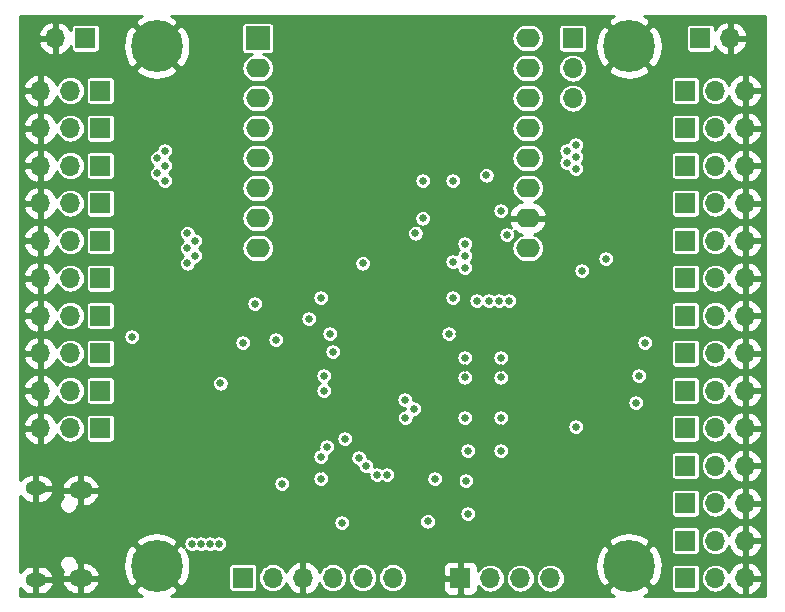
<source format=gbr>
G04 #@! TF.GenerationSoftware,KiCad,Pcbnew,(5.1.2-1)-1*
G04 #@! TF.CreationDate,2019-07-06T18:38:22+02:00*
G04 #@! TF.ProjectId,servonoid,73657276-6f6e-46f6-9964-2e6b69636164,rev?*
G04 #@! TF.SameCoordinates,Original*
G04 #@! TF.FileFunction,Copper,L2,Inr*
G04 #@! TF.FilePolarity,Positive*
%FSLAX46Y46*%
G04 Gerber Fmt 4.6, Leading zero omitted, Abs format (unit mm)*
G04 Created by KiCad (PCBNEW (5.1.2-1)-1) date 2019-07-06 18:38:22*
%MOMM*%
%LPD*%
G04 APERTURE LIST*
%ADD10O,2.000000X1.600000*%
%ADD11R,2.000000X2.000000*%
%ADD12O,2.000000X1.450000*%
%ADD13O,1.800000X1.150000*%
%ADD14R,1.700000X1.700000*%
%ADD15O,1.700000X1.700000*%
%ADD16C,4.400000*%
%ADD17C,0.700000*%
%ADD18C,0.660400*%
%ADD19C,0.254000*%
G04 APERTURE END LIST*
D10*
X140970000Y-84455000D03*
D11*
X140970000Y-81915000D03*
D10*
X140970000Y-86995000D03*
X140970000Y-89535000D03*
X140970000Y-92075000D03*
X140970000Y-94615000D03*
X140970000Y-97155000D03*
X140970000Y-99695000D03*
X163830000Y-99695000D03*
X163830000Y-97155000D03*
X163830000Y-94615000D03*
X163830000Y-92075000D03*
X163830000Y-89535000D03*
X163830000Y-86995000D03*
X163830000Y-84455000D03*
X163830000Y-81915000D03*
D12*
X125984000Y-120185000D03*
X125984000Y-127635000D03*
D13*
X122184000Y-120035000D03*
X122184000Y-127785000D03*
D14*
X139700000Y-127600000D03*
D15*
X142240000Y-127600000D03*
X144780000Y-127600000D03*
X147320000Y-127600000D03*
X149860000Y-127600000D03*
X152400000Y-127600000D03*
D14*
X177165000Y-127635000D03*
D15*
X179705000Y-127635000D03*
X182245000Y-127635000D03*
X182245000Y-124460000D03*
X179705000Y-124460000D03*
D14*
X177165000Y-124460000D03*
X177165000Y-121285000D03*
D15*
X179705000Y-121285000D03*
X182245000Y-121285000D03*
X182245000Y-118110000D03*
X179705000Y-118110000D03*
D14*
X177165000Y-118110000D03*
X177165000Y-114935000D03*
D15*
X179705000Y-114935000D03*
X182245000Y-114935000D03*
X182245000Y-111760000D03*
X179705000Y-111760000D03*
D14*
X177165000Y-111760000D03*
X177165000Y-108585000D03*
D15*
X179705000Y-108585000D03*
X182245000Y-108585000D03*
D14*
X177165000Y-105410000D03*
D15*
X179705000Y-105410000D03*
X182245000Y-105410000D03*
D14*
X177165000Y-102235000D03*
D15*
X179705000Y-102235000D03*
X182245000Y-102235000D03*
X182245000Y-99060000D03*
X179705000Y-99060000D03*
D14*
X177165000Y-99060000D03*
X177165000Y-95885000D03*
D15*
X179705000Y-95885000D03*
X182245000Y-95885000D03*
X182245000Y-92710000D03*
X179705000Y-92710000D03*
D14*
X177165000Y-92710000D03*
X177165000Y-89535000D03*
D15*
X179705000Y-89535000D03*
X182245000Y-89535000D03*
X182245000Y-86360000D03*
X179705000Y-86360000D03*
D14*
X177165000Y-86360000D03*
D15*
X122555000Y-86360000D03*
X125095000Y-86360000D03*
D14*
X127635000Y-86360000D03*
D15*
X122555000Y-89535000D03*
X125095000Y-89535000D03*
D14*
X127635000Y-89535000D03*
X127635000Y-92710000D03*
D15*
X125095000Y-92710000D03*
X122555000Y-92710000D03*
X122555000Y-95885000D03*
X125095000Y-95885000D03*
D14*
X127635000Y-95885000D03*
D15*
X122555000Y-99060000D03*
X125095000Y-99060000D03*
D14*
X127635000Y-99060000D03*
X127635000Y-102235000D03*
D15*
X125095000Y-102235000D03*
X122555000Y-102235000D03*
X122555000Y-105410000D03*
X125095000Y-105410000D03*
D14*
X127635000Y-105410000D03*
X127635000Y-108585000D03*
D15*
X125095000Y-108585000D03*
X122555000Y-108585000D03*
X122555000Y-111760000D03*
X125095000Y-111760000D03*
D14*
X127635000Y-111760000D03*
X127635000Y-114935000D03*
D15*
X125095000Y-114935000D03*
X122555000Y-114935000D03*
D14*
X158115000Y-127635000D03*
D15*
X160655000Y-127635000D03*
X163195000Y-127635000D03*
X165735000Y-127635000D03*
D16*
X132400000Y-126600000D03*
D17*
X134050000Y-126600000D03*
X133566726Y-127766726D03*
X132400000Y-128250000D03*
X131233274Y-127766726D03*
X130750000Y-126600000D03*
X131233274Y-125433274D03*
X132400000Y-124950000D03*
X133566726Y-125433274D03*
X173566726Y-81433274D03*
X172400000Y-80950000D03*
X171233274Y-81433274D03*
X170750000Y-82600000D03*
X171233274Y-83766726D03*
X172400000Y-84250000D03*
X173566726Y-83766726D03*
X174050000Y-82600000D03*
D16*
X172400000Y-82600000D03*
X172400000Y-126600000D03*
D17*
X174050000Y-126600000D03*
X173566726Y-127766726D03*
X172400000Y-128250000D03*
X171233274Y-127766726D03*
X170750000Y-126600000D03*
X171233274Y-125433274D03*
X172400000Y-124950000D03*
X173566726Y-125433274D03*
X133566726Y-81433274D03*
X132400000Y-80950000D03*
X131233274Y-81433274D03*
X130750000Y-82600000D03*
X131233274Y-83766726D03*
X132400000Y-84250000D03*
X133566726Y-83766726D03*
X134050000Y-82600000D03*
D16*
X132400000Y-82600000D03*
D14*
X167640000Y-81915000D03*
D15*
X167640000Y-84455000D03*
X167640000Y-86995000D03*
D14*
X126365000Y-81915000D03*
D15*
X123825000Y-81915000D03*
X180975000Y-81915000D03*
D14*
X178435000Y-81915000D03*
D18*
X167894000Y-91948000D03*
X167894000Y-92964000D03*
X167132000Y-92456000D03*
X167132000Y-91440000D03*
X167894000Y-90932000D03*
X136144000Y-124714000D03*
X136906000Y-124714000D03*
X137668000Y-124714000D03*
X135382000Y-124714000D03*
X132461000Y-92075000D03*
X133096000Y-91440000D03*
X133096000Y-93980000D03*
X132461000Y-93345000D03*
X133096000Y-92710000D03*
X167894000Y-97282000D03*
X167132000Y-96774000D03*
X167894000Y-96266000D03*
X167132000Y-97790000D03*
X167894000Y-98298000D03*
X137414000Y-104648000D03*
X137414000Y-105664000D03*
X138176000Y-104648000D03*
X138176000Y-105664000D03*
X137541000Y-93345000D03*
X137541000Y-92075000D03*
X136906000Y-92710000D03*
X136906000Y-91440000D03*
X136906000Y-93980000D03*
X158496000Y-104140000D03*
X157988000Y-106934000D03*
X161544000Y-109804203D03*
X158496000Y-109804203D03*
X157734000Y-122174000D03*
X157734000Y-119380000D03*
X161544000Y-114884203D03*
X158496000Y-115062000D03*
X146304000Y-118364000D03*
X143002000Y-118618000D03*
X142240000Y-104394000D03*
X143764000Y-105664000D03*
X170434000Y-113538000D03*
X170180000Y-109220000D03*
X127508000Y-125730000D03*
X124460000Y-125222000D03*
X123444000Y-125222000D03*
X127508000Y-126746000D03*
X148590000Y-99695000D03*
X153670000Y-93980000D03*
X153670000Y-97155000D03*
X145415000Y-88265000D03*
X146050000Y-92710000D03*
X137795000Y-113030000D03*
X141986000Y-121666000D03*
X135128000Y-116332000D03*
X135001000Y-100965000D03*
X135636000Y-100330000D03*
X135001000Y-99695000D03*
X135636000Y-99060000D03*
X135001000Y-98425000D03*
X157149797Y-106934000D03*
X157480000Y-103886000D03*
X161544000Y-108966000D03*
X158496000Y-108966000D03*
X161544000Y-110642406D03*
X158496000Y-110642406D03*
X158750000Y-122174000D03*
X158572203Y-119380000D03*
X161544000Y-114046000D03*
X158496000Y-114046000D03*
X146304000Y-119202203D03*
X143002000Y-119634000D03*
X146304000Y-103886000D03*
X145288000Y-105664000D03*
X167894000Y-114808000D03*
X149860000Y-100965000D03*
X154940000Y-93980000D03*
X154940000Y-97155000D03*
X158750000Y-116840000D03*
X161544000Y-116840000D03*
X155956000Y-119226000D03*
X148082000Y-122936000D03*
X146304000Y-117348000D03*
X153416000Y-112522000D03*
X151892000Y-118872000D03*
X151053797Y-118872000D03*
X150114000Y-118110000D03*
X149506000Y-117448000D03*
X146812000Y-116509797D03*
X147320000Y-108458000D03*
X147066000Y-106934000D03*
X158496000Y-100330000D03*
X158496000Y-99314000D03*
X162052000Y-98552000D03*
X161544000Y-96520000D03*
X146558000Y-110490000D03*
X173736000Y-107696000D03*
X146558000Y-111760000D03*
X173228000Y-110490000D03*
X162204406Y-104140000D03*
X161366203Y-104140000D03*
X160528000Y-104140000D03*
X159512000Y-104140000D03*
X172974000Y-112776000D03*
X148336000Y-115824000D03*
X158496000Y-101346000D03*
X157480000Y-100838000D03*
X153453000Y-114046000D03*
X140716000Y-104394000D03*
X154178000Y-113284000D03*
X142494000Y-107442000D03*
X168402000Y-101600000D03*
X154305000Y-98425000D03*
X170434000Y-100584000D03*
X157480000Y-93980000D03*
X155345000Y-122833000D03*
X130302000Y-107188000D03*
X160323500Y-93521500D03*
X139700000Y-107696000D03*
X137795000Y-111125000D03*
D19*
G36*
X130829976Y-80222982D02*
G01*
X130589830Y-80610225D01*
X132400000Y-82420395D01*
X134210170Y-80610225D01*
X133970024Y-80222982D01*
X133653580Y-80056000D01*
X171142376Y-80056000D01*
X170829976Y-80222982D01*
X170589830Y-80610225D01*
X172400000Y-82420395D01*
X174210170Y-80610225D01*
X173970024Y-80222982D01*
X173653580Y-80056000D01*
X183944001Y-80056000D01*
X183944000Y-129144000D01*
X173657624Y-129144000D01*
X173970024Y-128977018D01*
X174210170Y-128589775D01*
X172400000Y-126779605D01*
X170589830Y-128589775D01*
X170829976Y-128977018D01*
X171146420Y-129144000D01*
X133657624Y-129144000D01*
X133970024Y-128977018D01*
X134210170Y-128589775D01*
X132400000Y-126779605D01*
X130589830Y-128589775D01*
X130829976Y-128977018D01*
X131146420Y-129144000D01*
X120856000Y-129144000D01*
X120856000Y-128463390D01*
X120913598Y-128550797D01*
X121081163Y-128720521D01*
X121278620Y-128854294D01*
X121498381Y-128946974D01*
X121732000Y-128995000D01*
X122057000Y-128995000D01*
X122057000Y-127912000D01*
X122311000Y-127912000D01*
X122311000Y-128995000D01*
X122636000Y-128995000D01*
X122869619Y-128946974D01*
X123089380Y-128854294D01*
X123286837Y-128720521D01*
X123454402Y-128550797D01*
X123585636Y-128351644D01*
X123675496Y-128130715D01*
X123677635Y-128098677D01*
X123592927Y-127972258D01*
X124391481Y-127972258D01*
X124403922Y-128038117D01*
X124507643Y-128284979D01*
X124657531Y-128506863D01*
X124847827Y-128695242D01*
X125071217Y-128842876D01*
X125319117Y-128944092D01*
X125582000Y-128995000D01*
X125857000Y-128995000D01*
X125857000Y-127762000D01*
X126111000Y-127762000D01*
X126111000Y-128995000D01*
X126386000Y-128995000D01*
X126648883Y-128944092D01*
X126896783Y-128842876D01*
X127120173Y-128695242D01*
X127310469Y-128506863D01*
X127460357Y-128284979D01*
X127564078Y-128038117D01*
X127576519Y-127972258D01*
X127453518Y-127762000D01*
X126111000Y-127762000D01*
X125857000Y-127762000D01*
X124514482Y-127762000D01*
X124391481Y-127972258D01*
X123592927Y-127972258D01*
X123552550Y-127912000D01*
X122311000Y-127912000D01*
X122057000Y-127912000D01*
X122037000Y-127912000D01*
X122037000Y-127658000D01*
X122057000Y-127658000D01*
X122057000Y-126575000D01*
X122311000Y-126575000D01*
X122311000Y-127658000D01*
X123552550Y-127658000D01*
X123677635Y-127471323D01*
X123675496Y-127439285D01*
X123585636Y-127218356D01*
X123454402Y-127019203D01*
X123286837Y-126849479D01*
X123089380Y-126715706D01*
X122869619Y-126623026D01*
X122636000Y-126575000D01*
X122311000Y-126575000D01*
X122057000Y-126575000D01*
X121732000Y-126575000D01*
X121498381Y-126623026D01*
X121278620Y-126715706D01*
X121081163Y-126849479D01*
X120913598Y-127019203D01*
X120856000Y-127106610D01*
X120856000Y-126410000D01*
X124149222Y-126410000D01*
X124164301Y-126563103D01*
X124208960Y-126710322D01*
X124281481Y-126845999D01*
X124379078Y-126964922D01*
X124480958Y-127048532D01*
X124403922Y-127231883D01*
X124391481Y-127297742D01*
X124514482Y-127508000D01*
X125857000Y-127508000D01*
X125857000Y-126275000D01*
X126111000Y-126275000D01*
X126111000Y-127508000D01*
X127453518Y-127508000D01*
X127576519Y-127297742D01*
X127564078Y-127231883D01*
X127460357Y-126985021D01*
X127310469Y-126763137D01*
X127161001Y-126615174D01*
X129551322Y-126615174D01*
X129609019Y-127170632D01*
X129773972Y-127704161D01*
X130022982Y-128170024D01*
X130410225Y-128410170D01*
X132220395Y-126600000D01*
X132579605Y-126600000D01*
X134389775Y-128410170D01*
X134777018Y-128170024D01*
X135037641Y-127676123D01*
X135196901Y-127140867D01*
X135233297Y-126750000D01*
X138467157Y-126750000D01*
X138467157Y-128450000D01*
X138474513Y-128524689D01*
X138496299Y-128596508D01*
X138531678Y-128662696D01*
X138579289Y-128720711D01*
X138637304Y-128768322D01*
X138703492Y-128803701D01*
X138775311Y-128825487D01*
X138850000Y-128832843D01*
X140550000Y-128832843D01*
X140624689Y-128825487D01*
X140696508Y-128803701D01*
X140762696Y-128768322D01*
X140820711Y-128720711D01*
X140868322Y-128662696D01*
X140903701Y-128596508D01*
X140925487Y-128524689D01*
X140932843Y-128450000D01*
X140932843Y-127600000D01*
X141003044Y-127600000D01*
X141026812Y-127841318D01*
X141097202Y-128073363D01*
X141211509Y-128287216D01*
X141365340Y-128474660D01*
X141552784Y-128628491D01*
X141766637Y-128742798D01*
X141998682Y-128813188D01*
X142179528Y-128831000D01*
X142300472Y-128831000D01*
X142481318Y-128813188D01*
X142713363Y-128742798D01*
X142927216Y-128628491D01*
X143114660Y-128474660D01*
X143268491Y-128287216D01*
X143381017Y-128076695D01*
X143435843Y-128231252D01*
X143584822Y-128481355D01*
X143779731Y-128697588D01*
X144013080Y-128871641D01*
X144275901Y-128996825D01*
X144423110Y-129041476D01*
X144653000Y-128920155D01*
X144653000Y-127727000D01*
X144633000Y-127727000D01*
X144633000Y-127473000D01*
X144653000Y-127473000D01*
X144653000Y-126279845D01*
X144907000Y-126279845D01*
X144907000Y-127473000D01*
X144927000Y-127473000D01*
X144927000Y-127727000D01*
X144907000Y-127727000D01*
X144907000Y-128920155D01*
X145136890Y-129041476D01*
X145284099Y-128996825D01*
X145546920Y-128871641D01*
X145780269Y-128697588D01*
X145975178Y-128481355D01*
X146124157Y-128231252D01*
X146178983Y-128076695D01*
X146291509Y-128287216D01*
X146445340Y-128474660D01*
X146632784Y-128628491D01*
X146846637Y-128742798D01*
X147078682Y-128813188D01*
X147259528Y-128831000D01*
X147380472Y-128831000D01*
X147561318Y-128813188D01*
X147793363Y-128742798D01*
X148007216Y-128628491D01*
X148194660Y-128474660D01*
X148348491Y-128287216D01*
X148462798Y-128073363D01*
X148533188Y-127841318D01*
X148556956Y-127600000D01*
X148623044Y-127600000D01*
X148646812Y-127841318D01*
X148717202Y-128073363D01*
X148831509Y-128287216D01*
X148985340Y-128474660D01*
X149172784Y-128628491D01*
X149386637Y-128742798D01*
X149618682Y-128813188D01*
X149799528Y-128831000D01*
X149920472Y-128831000D01*
X150101318Y-128813188D01*
X150333363Y-128742798D01*
X150547216Y-128628491D01*
X150734660Y-128474660D01*
X150888491Y-128287216D01*
X151002798Y-128073363D01*
X151073188Y-127841318D01*
X151096956Y-127600000D01*
X151163044Y-127600000D01*
X151186812Y-127841318D01*
X151257202Y-128073363D01*
X151371509Y-128287216D01*
X151525340Y-128474660D01*
X151712784Y-128628491D01*
X151926637Y-128742798D01*
X152158682Y-128813188D01*
X152339528Y-128831000D01*
X152460472Y-128831000D01*
X152641318Y-128813188D01*
X152873363Y-128742798D01*
X153087216Y-128628491D01*
X153262060Y-128485000D01*
X156626928Y-128485000D01*
X156639188Y-128609482D01*
X156675498Y-128729180D01*
X156734463Y-128839494D01*
X156813815Y-128936185D01*
X156910506Y-129015537D01*
X157020820Y-129074502D01*
X157140518Y-129110812D01*
X157265000Y-129123072D01*
X157829250Y-129120000D01*
X157988000Y-128961250D01*
X157988000Y-127762000D01*
X156788750Y-127762000D01*
X156630000Y-127920750D01*
X156626928Y-128485000D01*
X153262060Y-128485000D01*
X153274660Y-128474660D01*
X153428491Y-128287216D01*
X153542798Y-128073363D01*
X153613188Y-127841318D01*
X153636956Y-127600000D01*
X153613188Y-127358682D01*
X153542798Y-127126637D01*
X153428491Y-126912784D01*
X153323622Y-126785000D01*
X156626928Y-126785000D01*
X156630000Y-127349250D01*
X156788750Y-127508000D01*
X157988000Y-127508000D01*
X157988000Y-126308750D01*
X158242000Y-126308750D01*
X158242000Y-127508000D01*
X158262000Y-127508000D01*
X158262000Y-127762000D01*
X158242000Y-127762000D01*
X158242000Y-128961250D01*
X158400750Y-129120000D01*
X158965000Y-129123072D01*
X159089482Y-129110812D01*
X159209180Y-129074502D01*
X159319494Y-129015537D01*
X159416185Y-128936185D01*
X159495537Y-128839494D01*
X159554502Y-128729180D01*
X159590812Y-128609482D01*
X159603072Y-128485000D01*
X159601935Y-128276242D01*
X159626509Y-128322216D01*
X159780340Y-128509660D01*
X159967784Y-128663491D01*
X160181637Y-128777798D01*
X160413682Y-128848188D01*
X160594528Y-128866000D01*
X160715472Y-128866000D01*
X160896318Y-128848188D01*
X161128363Y-128777798D01*
X161342216Y-128663491D01*
X161529660Y-128509660D01*
X161683491Y-128322216D01*
X161797798Y-128108363D01*
X161868188Y-127876318D01*
X161891956Y-127635000D01*
X161958044Y-127635000D01*
X161981812Y-127876318D01*
X162052202Y-128108363D01*
X162166509Y-128322216D01*
X162320340Y-128509660D01*
X162507784Y-128663491D01*
X162721637Y-128777798D01*
X162953682Y-128848188D01*
X163134528Y-128866000D01*
X163255472Y-128866000D01*
X163436318Y-128848188D01*
X163668363Y-128777798D01*
X163882216Y-128663491D01*
X164069660Y-128509660D01*
X164223491Y-128322216D01*
X164337798Y-128108363D01*
X164408188Y-127876318D01*
X164431956Y-127635000D01*
X164498044Y-127635000D01*
X164521812Y-127876318D01*
X164592202Y-128108363D01*
X164706509Y-128322216D01*
X164860340Y-128509660D01*
X165047784Y-128663491D01*
X165261637Y-128777798D01*
X165493682Y-128848188D01*
X165674528Y-128866000D01*
X165795472Y-128866000D01*
X165976318Y-128848188D01*
X166208363Y-128777798D01*
X166422216Y-128663491D01*
X166609660Y-128509660D01*
X166763491Y-128322216D01*
X166877798Y-128108363D01*
X166948188Y-127876318D01*
X166971956Y-127635000D01*
X166948188Y-127393682D01*
X166877798Y-127161637D01*
X166763491Y-126947784D01*
X166609660Y-126760340D01*
X166432775Y-126615174D01*
X169551322Y-126615174D01*
X169609019Y-127170632D01*
X169773972Y-127704161D01*
X170022982Y-128170024D01*
X170410225Y-128410170D01*
X172220395Y-126600000D01*
X172579605Y-126600000D01*
X174389775Y-128410170D01*
X174777018Y-128170024D01*
X175037641Y-127676123D01*
X175196901Y-127140867D01*
X175230038Y-126785000D01*
X175932157Y-126785000D01*
X175932157Y-128485000D01*
X175939513Y-128559689D01*
X175961299Y-128631508D01*
X175996678Y-128697696D01*
X176044289Y-128755711D01*
X176102304Y-128803322D01*
X176168492Y-128838701D01*
X176240311Y-128860487D01*
X176315000Y-128867843D01*
X178015000Y-128867843D01*
X178089689Y-128860487D01*
X178161508Y-128838701D01*
X178227696Y-128803322D01*
X178285711Y-128755711D01*
X178333322Y-128697696D01*
X178368701Y-128631508D01*
X178390487Y-128559689D01*
X178397843Y-128485000D01*
X178397843Y-127635000D01*
X178468044Y-127635000D01*
X178491812Y-127876318D01*
X178562202Y-128108363D01*
X178676509Y-128322216D01*
X178830340Y-128509660D01*
X179017784Y-128663491D01*
X179231637Y-128777798D01*
X179463682Y-128848188D01*
X179644528Y-128866000D01*
X179765472Y-128866000D01*
X179946318Y-128848188D01*
X180178363Y-128777798D01*
X180392216Y-128663491D01*
X180579660Y-128509660D01*
X180733491Y-128322216D01*
X180846017Y-128111695D01*
X180900843Y-128266252D01*
X181049822Y-128516355D01*
X181244731Y-128732588D01*
X181478080Y-128906641D01*
X181740901Y-129031825D01*
X181888110Y-129076476D01*
X182118000Y-128955155D01*
X182118000Y-127762000D01*
X182372000Y-127762000D01*
X182372000Y-128955155D01*
X182601890Y-129076476D01*
X182749099Y-129031825D01*
X183011920Y-128906641D01*
X183245269Y-128732588D01*
X183440178Y-128516355D01*
X183589157Y-128266252D01*
X183686481Y-127991891D01*
X183565814Y-127762000D01*
X182372000Y-127762000D01*
X182118000Y-127762000D01*
X182098000Y-127762000D01*
X182098000Y-127508000D01*
X182118000Y-127508000D01*
X182118000Y-126314845D01*
X182372000Y-126314845D01*
X182372000Y-127508000D01*
X183565814Y-127508000D01*
X183686481Y-127278109D01*
X183589157Y-127003748D01*
X183440178Y-126753645D01*
X183245269Y-126537412D01*
X183011920Y-126363359D01*
X182749099Y-126238175D01*
X182601890Y-126193524D01*
X182372000Y-126314845D01*
X182118000Y-126314845D01*
X181888110Y-126193524D01*
X181740901Y-126238175D01*
X181478080Y-126363359D01*
X181244731Y-126537412D01*
X181049822Y-126753645D01*
X180900843Y-127003748D01*
X180846017Y-127158305D01*
X180733491Y-126947784D01*
X180579660Y-126760340D01*
X180392216Y-126606509D01*
X180178363Y-126492202D01*
X179946318Y-126421812D01*
X179765472Y-126404000D01*
X179644528Y-126404000D01*
X179463682Y-126421812D01*
X179231637Y-126492202D01*
X179017784Y-126606509D01*
X178830340Y-126760340D01*
X178676509Y-126947784D01*
X178562202Y-127161637D01*
X178491812Y-127393682D01*
X178468044Y-127635000D01*
X178397843Y-127635000D01*
X178397843Y-126785000D01*
X178390487Y-126710311D01*
X178368701Y-126638492D01*
X178333322Y-126572304D01*
X178285711Y-126514289D01*
X178227696Y-126466678D01*
X178161508Y-126431299D01*
X178089689Y-126409513D01*
X178015000Y-126402157D01*
X176315000Y-126402157D01*
X176240311Y-126409513D01*
X176168492Y-126431299D01*
X176102304Y-126466678D01*
X176044289Y-126514289D01*
X175996678Y-126572304D01*
X175961299Y-126638492D01*
X175939513Y-126710311D01*
X175932157Y-126785000D01*
X175230038Y-126785000D01*
X175248678Y-126584826D01*
X175190981Y-126029368D01*
X175026028Y-125495839D01*
X174777018Y-125029976D01*
X174389775Y-124789830D01*
X172579605Y-126600000D01*
X172220395Y-126600000D01*
X170410225Y-124789830D01*
X170022982Y-125029976D01*
X169762359Y-125523877D01*
X169603099Y-126059133D01*
X169551322Y-126615174D01*
X166432775Y-126615174D01*
X166422216Y-126606509D01*
X166208363Y-126492202D01*
X165976318Y-126421812D01*
X165795472Y-126404000D01*
X165674528Y-126404000D01*
X165493682Y-126421812D01*
X165261637Y-126492202D01*
X165047784Y-126606509D01*
X164860340Y-126760340D01*
X164706509Y-126947784D01*
X164592202Y-127161637D01*
X164521812Y-127393682D01*
X164498044Y-127635000D01*
X164431956Y-127635000D01*
X164408188Y-127393682D01*
X164337798Y-127161637D01*
X164223491Y-126947784D01*
X164069660Y-126760340D01*
X163882216Y-126606509D01*
X163668363Y-126492202D01*
X163436318Y-126421812D01*
X163255472Y-126404000D01*
X163134528Y-126404000D01*
X162953682Y-126421812D01*
X162721637Y-126492202D01*
X162507784Y-126606509D01*
X162320340Y-126760340D01*
X162166509Y-126947784D01*
X162052202Y-127161637D01*
X161981812Y-127393682D01*
X161958044Y-127635000D01*
X161891956Y-127635000D01*
X161868188Y-127393682D01*
X161797798Y-127161637D01*
X161683491Y-126947784D01*
X161529660Y-126760340D01*
X161342216Y-126606509D01*
X161128363Y-126492202D01*
X160896318Y-126421812D01*
X160715472Y-126404000D01*
X160594528Y-126404000D01*
X160413682Y-126421812D01*
X160181637Y-126492202D01*
X159967784Y-126606509D01*
X159780340Y-126760340D01*
X159626509Y-126947784D01*
X159601935Y-126993758D01*
X159603072Y-126785000D01*
X159590812Y-126660518D01*
X159554502Y-126540820D01*
X159495537Y-126430506D01*
X159416185Y-126333815D01*
X159319494Y-126254463D01*
X159209180Y-126195498D01*
X159089482Y-126159188D01*
X158965000Y-126146928D01*
X158400750Y-126150000D01*
X158242000Y-126308750D01*
X157988000Y-126308750D01*
X157829250Y-126150000D01*
X157265000Y-126146928D01*
X157140518Y-126159188D01*
X157020820Y-126195498D01*
X156910506Y-126254463D01*
X156813815Y-126333815D01*
X156734463Y-126430506D01*
X156675498Y-126540820D01*
X156639188Y-126660518D01*
X156626928Y-126785000D01*
X153323622Y-126785000D01*
X153274660Y-126725340D01*
X153087216Y-126571509D01*
X152873363Y-126457202D01*
X152641318Y-126386812D01*
X152460472Y-126369000D01*
X152339528Y-126369000D01*
X152158682Y-126386812D01*
X151926637Y-126457202D01*
X151712784Y-126571509D01*
X151525340Y-126725340D01*
X151371509Y-126912784D01*
X151257202Y-127126637D01*
X151186812Y-127358682D01*
X151163044Y-127600000D01*
X151096956Y-127600000D01*
X151073188Y-127358682D01*
X151002798Y-127126637D01*
X150888491Y-126912784D01*
X150734660Y-126725340D01*
X150547216Y-126571509D01*
X150333363Y-126457202D01*
X150101318Y-126386812D01*
X149920472Y-126369000D01*
X149799528Y-126369000D01*
X149618682Y-126386812D01*
X149386637Y-126457202D01*
X149172784Y-126571509D01*
X148985340Y-126725340D01*
X148831509Y-126912784D01*
X148717202Y-127126637D01*
X148646812Y-127358682D01*
X148623044Y-127600000D01*
X148556956Y-127600000D01*
X148533188Y-127358682D01*
X148462798Y-127126637D01*
X148348491Y-126912784D01*
X148194660Y-126725340D01*
X148007216Y-126571509D01*
X147793363Y-126457202D01*
X147561318Y-126386812D01*
X147380472Y-126369000D01*
X147259528Y-126369000D01*
X147078682Y-126386812D01*
X146846637Y-126457202D01*
X146632784Y-126571509D01*
X146445340Y-126725340D01*
X146291509Y-126912784D01*
X146178983Y-127123305D01*
X146124157Y-126968748D01*
X145975178Y-126718645D01*
X145780269Y-126502412D01*
X145546920Y-126328359D01*
X145284099Y-126203175D01*
X145136890Y-126158524D01*
X144907000Y-126279845D01*
X144653000Y-126279845D01*
X144423110Y-126158524D01*
X144275901Y-126203175D01*
X144013080Y-126328359D01*
X143779731Y-126502412D01*
X143584822Y-126718645D01*
X143435843Y-126968748D01*
X143381017Y-127123305D01*
X143268491Y-126912784D01*
X143114660Y-126725340D01*
X142927216Y-126571509D01*
X142713363Y-126457202D01*
X142481318Y-126386812D01*
X142300472Y-126369000D01*
X142179528Y-126369000D01*
X141998682Y-126386812D01*
X141766637Y-126457202D01*
X141552784Y-126571509D01*
X141365340Y-126725340D01*
X141211509Y-126912784D01*
X141097202Y-127126637D01*
X141026812Y-127358682D01*
X141003044Y-127600000D01*
X140932843Y-127600000D01*
X140932843Y-126750000D01*
X140925487Y-126675311D01*
X140903701Y-126603492D01*
X140868322Y-126537304D01*
X140820711Y-126479289D01*
X140762696Y-126431678D01*
X140696508Y-126396299D01*
X140624689Y-126374513D01*
X140550000Y-126367157D01*
X138850000Y-126367157D01*
X138775311Y-126374513D01*
X138703492Y-126396299D01*
X138637304Y-126431678D01*
X138579289Y-126479289D01*
X138531678Y-126537304D01*
X138496299Y-126603492D01*
X138474513Y-126675311D01*
X138467157Y-126750000D01*
X135233297Y-126750000D01*
X135248678Y-126584826D01*
X135190981Y-126029368D01*
X135026028Y-125495839D01*
X134874427Y-125212215D01*
X134928637Y-125266425D01*
X135045121Y-125344257D01*
X135174551Y-125397869D01*
X135311953Y-125425200D01*
X135452047Y-125425200D01*
X135589449Y-125397869D01*
X135718879Y-125344257D01*
X135763000Y-125314776D01*
X135807121Y-125344257D01*
X135936551Y-125397869D01*
X136073953Y-125425200D01*
X136214047Y-125425200D01*
X136351449Y-125397869D01*
X136480879Y-125344257D01*
X136525000Y-125314776D01*
X136569121Y-125344257D01*
X136698551Y-125397869D01*
X136835953Y-125425200D01*
X136976047Y-125425200D01*
X137113449Y-125397869D01*
X137242879Y-125344257D01*
X137287000Y-125314776D01*
X137331121Y-125344257D01*
X137460551Y-125397869D01*
X137597953Y-125425200D01*
X137738047Y-125425200D01*
X137875449Y-125397869D01*
X138004879Y-125344257D01*
X138121363Y-125266425D01*
X138220425Y-125167363D01*
X138298257Y-125050879D01*
X138351869Y-124921449D01*
X138379200Y-124784047D01*
X138379200Y-124643953D01*
X138372492Y-124610225D01*
X170589830Y-124610225D01*
X172400000Y-126420395D01*
X174210170Y-124610225D01*
X173970024Y-124222982D01*
X173476123Y-123962359D01*
X172940867Y-123803099D01*
X172384826Y-123751322D01*
X171829368Y-123809019D01*
X171295839Y-123973972D01*
X170829976Y-124222982D01*
X170589830Y-124610225D01*
X138372492Y-124610225D01*
X138351869Y-124506551D01*
X138298257Y-124377121D01*
X138220425Y-124260637D01*
X138121363Y-124161575D01*
X138004879Y-124083743D01*
X137875449Y-124030131D01*
X137738047Y-124002800D01*
X137597953Y-124002800D01*
X137460551Y-124030131D01*
X137331121Y-124083743D01*
X137287000Y-124113224D01*
X137242879Y-124083743D01*
X137113449Y-124030131D01*
X136976047Y-124002800D01*
X136835953Y-124002800D01*
X136698551Y-124030131D01*
X136569121Y-124083743D01*
X136525000Y-124113224D01*
X136480879Y-124083743D01*
X136351449Y-124030131D01*
X136214047Y-124002800D01*
X136073953Y-124002800D01*
X135936551Y-124030131D01*
X135807121Y-124083743D01*
X135763000Y-124113224D01*
X135718879Y-124083743D01*
X135589449Y-124030131D01*
X135452047Y-124002800D01*
X135311953Y-124002800D01*
X135174551Y-124030131D01*
X135045121Y-124083743D01*
X134928637Y-124161575D01*
X134829575Y-124260637D01*
X134751743Y-124377121D01*
X134698131Y-124506551D01*
X134670800Y-124643953D01*
X134670800Y-124784047D01*
X134698131Y-124921449D01*
X134731355Y-125001658D01*
X134389775Y-124789830D01*
X132579605Y-126600000D01*
X132220395Y-126600000D01*
X130410225Y-124789830D01*
X130022982Y-125029976D01*
X129762359Y-125523877D01*
X129603099Y-126059133D01*
X129551322Y-126615174D01*
X127161001Y-126615174D01*
X127120173Y-126574758D01*
X126896783Y-126427124D01*
X126648883Y-126325908D01*
X126386000Y-126275000D01*
X126111000Y-126275000D01*
X125857000Y-126275000D01*
X125705482Y-126275000D01*
X125703699Y-126256897D01*
X125659040Y-126109678D01*
X125586519Y-125974001D01*
X125488922Y-125855078D01*
X125369999Y-125757481D01*
X125234322Y-125684960D01*
X125087103Y-125640301D01*
X124972360Y-125629000D01*
X124895640Y-125629000D01*
X124780897Y-125640301D01*
X124633678Y-125684960D01*
X124498001Y-125757481D01*
X124379078Y-125855078D01*
X124281481Y-125974001D01*
X124208960Y-126109678D01*
X124164301Y-126256897D01*
X124149222Y-126410000D01*
X120856000Y-126410000D01*
X120856000Y-124610225D01*
X130589830Y-124610225D01*
X132400000Y-126420395D01*
X134210170Y-124610225D01*
X133970024Y-124222982D01*
X133476123Y-123962359D01*
X132940867Y-123803099D01*
X132384826Y-123751322D01*
X131829368Y-123809019D01*
X131295839Y-123973972D01*
X130829976Y-124222982D01*
X130589830Y-124610225D01*
X120856000Y-124610225D01*
X120856000Y-122865953D01*
X147370800Y-122865953D01*
X147370800Y-123006047D01*
X147398131Y-123143449D01*
X147451743Y-123272879D01*
X147529575Y-123389363D01*
X147628637Y-123488425D01*
X147745121Y-123566257D01*
X147874551Y-123619869D01*
X148011953Y-123647200D01*
X148152047Y-123647200D01*
X148289449Y-123619869D01*
X148313274Y-123610000D01*
X175932157Y-123610000D01*
X175932157Y-125310000D01*
X175939513Y-125384689D01*
X175961299Y-125456508D01*
X175996678Y-125522696D01*
X176044289Y-125580711D01*
X176102304Y-125628322D01*
X176168492Y-125663701D01*
X176240311Y-125685487D01*
X176315000Y-125692843D01*
X178015000Y-125692843D01*
X178089689Y-125685487D01*
X178161508Y-125663701D01*
X178227696Y-125628322D01*
X178285711Y-125580711D01*
X178333322Y-125522696D01*
X178368701Y-125456508D01*
X178390487Y-125384689D01*
X178397843Y-125310000D01*
X178397843Y-124460000D01*
X178468044Y-124460000D01*
X178491812Y-124701318D01*
X178562202Y-124933363D01*
X178676509Y-125147216D01*
X178830340Y-125334660D01*
X179017784Y-125488491D01*
X179231637Y-125602798D01*
X179463682Y-125673188D01*
X179644528Y-125691000D01*
X179765472Y-125691000D01*
X179946318Y-125673188D01*
X180178363Y-125602798D01*
X180392216Y-125488491D01*
X180579660Y-125334660D01*
X180733491Y-125147216D01*
X180846017Y-124936695D01*
X180900843Y-125091252D01*
X181049822Y-125341355D01*
X181244731Y-125557588D01*
X181478080Y-125731641D01*
X181740901Y-125856825D01*
X181888110Y-125901476D01*
X182118000Y-125780155D01*
X182118000Y-124587000D01*
X182372000Y-124587000D01*
X182372000Y-125780155D01*
X182601890Y-125901476D01*
X182749099Y-125856825D01*
X183011920Y-125731641D01*
X183245269Y-125557588D01*
X183440178Y-125341355D01*
X183589157Y-125091252D01*
X183686481Y-124816891D01*
X183565814Y-124587000D01*
X182372000Y-124587000D01*
X182118000Y-124587000D01*
X182098000Y-124587000D01*
X182098000Y-124333000D01*
X182118000Y-124333000D01*
X182118000Y-123139845D01*
X182372000Y-123139845D01*
X182372000Y-124333000D01*
X183565814Y-124333000D01*
X183686481Y-124103109D01*
X183589157Y-123828748D01*
X183440178Y-123578645D01*
X183245269Y-123362412D01*
X183011920Y-123188359D01*
X182749099Y-123063175D01*
X182601890Y-123018524D01*
X182372000Y-123139845D01*
X182118000Y-123139845D01*
X181888110Y-123018524D01*
X181740901Y-123063175D01*
X181478080Y-123188359D01*
X181244731Y-123362412D01*
X181049822Y-123578645D01*
X180900843Y-123828748D01*
X180846017Y-123983305D01*
X180733491Y-123772784D01*
X180579660Y-123585340D01*
X180392216Y-123431509D01*
X180178363Y-123317202D01*
X179946318Y-123246812D01*
X179765472Y-123229000D01*
X179644528Y-123229000D01*
X179463682Y-123246812D01*
X179231637Y-123317202D01*
X179017784Y-123431509D01*
X178830340Y-123585340D01*
X178676509Y-123772784D01*
X178562202Y-123986637D01*
X178491812Y-124218682D01*
X178468044Y-124460000D01*
X178397843Y-124460000D01*
X178397843Y-123610000D01*
X178390487Y-123535311D01*
X178368701Y-123463492D01*
X178333322Y-123397304D01*
X178285711Y-123339289D01*
X178227696Y-123291678D01*
X178161508Y-123256299D01*
X178089689Y-123234513D01*
X178015000Y-123227157D01*
X176315000Y-123227157D01*
X176240311Y-123234513D01*
X176168492Y-123256299D01*
X176102304Y-123291678D01*
X176044289Y-123339289D01*
X175996678Y-123397304D01*
X175961299Y-123463492D01*
X175939513Y-123535311D01*
X175932157Y-123610000D01*
X148313274Y-123610000D01*
X148418879Y-123566257D01*
X148535363Y-123488425D01*
X148634425Y-123389363D01*
X148712257Y-123272879D01*
X148765869Y-123143449D01*
X148793200Y-123006047D01*
X148793200Y-122865953D01*
X148772712Y-122762953D01*
X154633800Y-122762953D01*
X154633800Y-122903047D01*
X154661131Y-123040449D01*
X154714743Y-123169879D01*
X154792575Y-123286363D01*
X154891637Y-123385425D01*
X155008121Y-123463257D01*
X155137551Y-123516869D01*
X155274953Y-123544200D01*
X155415047Y-123544200D01*
X155552449Y-123516869D01*
X155681879Y-123463257D01*
X155798363Y-123385425D01*
X155897425Y-123286363D01*
X155975257Y-123169879D01*
X156028869Y-123040449D01*
X156056200Y-122903047D01*
X156056200Y-122762953D01*
X156028869Y-122625551D01*
X155975257Y-122496121D01*
X155897425Y-122379637D01*
X155798363Y-122280575D01*
X155681879Y-122202743D01*
X155552449Y-122149131D01*
X155415047Y-122121800D01*
X155274953Y-122121800D01*
X155137551Y-122149131D01*
X155008121Y-122202743D01*
X154891637Y-122280575D01*
X154792575Y-122379637D01*
X154714743Y-122496121D01*
X154661131Y-122625551D01*
X154633800Y-122762953D01*
X148772712Y-122762953D01*
X148765869Y-122728551D01*
X148712257Y-122599121D01*
X148634425Y-122482637D01*
X148535363Y-122383575D01*
X148418879Y-122305743D01*
X148289449Y-122252131D01*
X148152047Y-122224800D01*
X148011953Y-122224800D01*
X147874551Y-122252131D01*
X147745121Y-122305743D01*
X147628637Y-122383575D01*
X147529575Y-122482637D01*
X147451743Y-122599121D01*
X147398131Y-122728551D01*
X147370800Y-122865953D01*
X120856000Y-122865953D01*
X120856000Y-121410000D01*
X124149222Y-121410000D01*
X124164301Y-121563103D01*
X124208960Y-121710322D01*
X124281481Y-121845999D01*
X124379078Y-121964922D01*
X124498001Y-122062519D01*
X124633678Y-122135040D01*
X124780897Y-122179699D01*
X124895640Y-122191000D01*
X124972360Y-122191000D01*
X125087103Y-122179699D01*
X125234322Y-122135040D01*
X125292481Y-122103953D01*
X158038800Y-122103953D01*
X158038800Y-122244047D01*
X158066131Y-122381449D01*
X158119743Y-122510879D01*
X158197575Y-122627363D01*
X158296637Y-122726425D01*
X158413121Y-122804257D01*
X158542551Y-122857869D01*
X158679953Y-122885200D01*
X158820047Y-122885200D01*
X158957449Y-122857869D01*
X159086879Y-122804257D01*
X159203363Y-122726425D01*
X159302425Y-122627363D01*
X159380257Y-122510879D01*
X159433869Y-122381449D01*
X159461200Y-122244047D01*
X159461200Y-122103953D01*
X159433869Y-121966551D01*
X159380257Y-121837121D01*
X159302425Y-121720637D01*
X159203363Y-121621575D01*
X159086879Y-121543743D01*
X158957449Y-121490131D01*
X158820047Y-121462800D01*
X158679953Y-121462800D01*
X158542551Y-121490131D01*
X158413121Y-121543743D01*
X158296637Y-121621575D01*
X158197575Y-121720637D01*
X158119743Y-121837121D01*
X158066131Y-121966551D01*
X158038800Y-122103953D01*
X125292481Y-122103953D01*
X125369999Y-122062519D01*
X125488922Y-121964922D01*
X125586519Y-121845999D01*
X125659040Y-121710322D01*
X125703699Y-121563103D01*
X125705482Y-121545000D01*
X125857000Y-121545000D01*
X125857000Y-120312000D01*
X126111000Y-120312000D01*
X126111000Y-121545000D01*
X126386000Y-121545000D01*
X126648883Y-121494092D01*
X126896783Y-121392876D01*
X127120173Y-121245242D01*
X127310469Y-121056863D01*
X127460357Y-120834979D01*
X127564078Y-120588117D01*
X127576519Y-120522258D01*
X127525474Y-120435000D01*
X175932157Y-120435000D01*
X175932157Y-122135000D01*
X175939513Y-122209689D01*
X175961299Y-122281508D01*
X175996678Y-122347696D01*
X176044289Y-122405711D01*
X176102304Y-122453322D01*
X176168492Y-122488701D01*
X176240311Y-122510487D01*
X176315000Y-122517843D01*
X178015000Y-122517843D01*
X178089689Y-122510487D01*
X178161508Y-122488701D01*
X178227696Y-122453322D01*
X178285711Y-122405711D01*
X178333322Y-122347696D01*
X178368701Y-122281508D01*
X178390487Y-122209689D01*
X178397843Y-122135000D01*
X178397843Y-121285000D01*
X178468044Y-121285000D01*
X178491812Y-121526318D01*
X178562202Y-121758363D01*
X178676509Y-121972216D01*
X178830340Y-122159660D01*
X179017784Y-122313491D01*
X179231637Y-122427798D01*
X179463682Y-122498188D01*
X179644528Y-122516000D01*
X179765472Y-122516000D01*
X179946318Y-122498188D01*
X180178363Y-122427798D01*
X180392216Y-122313491D01*
X180579660Y-122159660D01*
X180733491Y-121972216D01*
X180846017Y-121761695D01*
X180900843Y-121916252D01*
X181049822Y-122166355D01*
X181244731Y-122382588D01*
X181478080Y-122556641D01*
X181740901Y-122681825D01*
X181888110Y-122726476D01*
X182118000Y-122605155D01*
X182118000Y-121412000D01*
X182372000Y-121412000D01*
X182372000Y-122605155D01*
X182601890Y-122726476D01*
X182749099Y-122681825D01*
X183011920Y-122556641D01*
X183245269Y-122382588D01*
X183440178Y-122166355D01*
X183589157Y-121916252D01*
X183686481Y-121641891D01*
X183565814Y-121412000D01*
X182372000Y-121412000D01*
X182118000Y-121412000D01*
X182098000Y-121412000D01*
X182098000Y-121158000D01*
X182118000Y-121158000D01*
X182118000Y-119964845D01*
X182372000Y-119964845D01*
X182372000Y-121158000D01*
X183565814Y-121158000D01*
X183686481Y-120928109D01*
X183589157Y-120653748D01*
X183440178Y-120403645D01*
X183245269Y-120187412D01*
X183011920Y-120013359D01*
X182749099Y-119888175D01*
X182601890Y-119843524D01*
X182372000Y-119964845D01*
X182118000Y-119964845D01*
X181888110Y-119843524D01*
X181740901Y-119888175D01*
X181478080Y-120013359D01*
X181244731Y-120187412D01*
X181049822Y-120403645D01*
X180900843Y-120653748D01*
X180846017Y-120808305D01*
X180733491Y-120597784D01*
X180579660Y-120410340D01*
X180392216Y-120256509D01*
X180178363Y-120142202D01*
X179946318Y-120071812D01*
X179765472Y-120054000D01*
X179644528Y-120054000D01*
X179463682Y-120071812D01*
X179231637Y-120142202D01*
X179017784Y-120256509D01*
X178830340Y-120410340D01*
X178676509Y-120597784D01*
X178562202Y-120811637D01*
X178491812Y-121043682D01*
X178468044Y-121285000D01*
X178397843Y-121285000D01*
X178397843Y-120435000D01*
X178390487Y-120360311D01*
X178368701Y-120288492D01*
X178333322Y-120222304D01*
X178285711Y-120164289D01*
X178227696Y-120116678D01*
X178161508Y-120081299D01*
X178089689Y-120059513D01*
X178015000Y-120052157D01*
X176315000Y-120052157D01*
X176240311Y-120059513D01*
X176168492Y-120081299D01*
X176102304Y-120116678D01*
X176044289Y-120164289D01*
X175996678Y-120222304D01*
X175961299Y-120288492D01*
X175939513Y-120360311D01*
X175932157Y-120435000D01*
X127525474Y-120435000D01*
X127453518Y-120312000D01*
X126111000Y-120312000D01*
X125857000Y-120312000D01*
X124514482Y-120312000D01*
X124391481Y-120522258D01*
X124403922Y-120588117D01*
X124480958Y-120771468D01*
X124379078Y-120855078D01*
X124281481Y-120974001D01*
X124208960Y-121109678D01*
X124164301Y-121256897D01*
X124149222Y-121410000D01*
X120856000Y-121410000D01*
X120856000Y-120713390D01*
X120913598Y-120800797D01*
X121081163Y-120970521D01*
X121278620Y-121104294D01*
X121498381Y-121196974D01*
X121732000Y-121245000D01*
X122057000Y-121245000D01*
X122057000Y-120162000D01*
X122311000Y-120162000D01*
X122311000Y-121245000D01*
X122636000Y-121245000D01*
X122869619Y-121196974D01*
X123089380Y-121104294D01*
X123286837Y-120970521D01*
X123454402Y-120800797D01*
X123585636Y-120601644D01*
X123675496Y-120380715D01*
X123677635Y-120348677D01*
X123552550Y-120162000D01*
X122311000Y-120162000D01*
X122057000Y-120162000D01*
X122037000Y-120162000D01*
X122037000Y-119908000D01*
X122057000Y-119908000D01*
X122057000Y-118825000D01*
X122311000Y-118825000D01*
X122311000Y-119908000D01*
X123552550Y-119908000D01*
X123592926Y-119847742D01*
X124391481Y-119847742D01*
X124514482Y-120058000D01*
X125857000Y-120058000D01*
X125857000Y-118825000D01*
X126111000Y-118825000D01*
X126111000Y-120058000D01*
X127453518Y-120058000D01*
X127576519Y-119847742D01*
X127564078Y-119781883D01*
X127472514Y-119563953D01*
X142290800Y-119563953D01*
X142290800Y-119704047D01*
X142318131Y-119841449D01*
X142371743Y-119970879D01*
X142449575Y-120087363D01*
X142548637Y-120186425D01*
X142665121Y-120264257D01*
X142794551Y-120317869D01*
X142931953Y-120345200D01*
X143072047Y-120345200D01*
X143209449Y-120317869D01*
X143338879Y-120264257D01*
X143455363Y-120186425D01*
X143554425Y-120087363D01*
X143632257Y-119970879D01*
X143685869Y-119841449D01*
X143713200Y-119704047D01*
X143713200Y-119563953D01*
X143685869Y-119426551D01*
X143632257Y-119297121D01*
X143554425Y-119180637D01*
X143505944Y-119132156D01*
X145592800Y-119132156D01*
X145592800Y-119272250D01*
X145620131Y-119409652D01*
X145673743Y-119539082D01*
X145751575Y-119655566D01*
X145850637Y-119754628D01*
X145967121Y-119832460D01*
X146096551Y-119886072D01*
X146233953Y-119913403D01*
X146374047Y-119913403D01*
X146511449Y-119886072D01*
X146640879Y-119832460D01*
X146757363Y-119754628D01*
X146856425Y-119655566D01*
X146934257Y-119539082D01*
X146987869Y-119409652D01*
X147015200Y-119272250D01*
X147015200Y-119132156D01*
X146987869Y-118994754D01*
X146934257Y-118865324D01*
X146856425Y-118748840D01*
X146757363Y-118649778D01*
X146640879Y-118571946D01*
X146511449Y-118518334D01*
X146374047Y-118491003D01*
X146233953Y-118491003D01*
X146096551Y-118518334D01*
X145967121Y-118571946D01*
X145850637Y-118649778D01*
X145751575Y-118748840D01*
X145673743Y-118865324D01*
X145620131Y-118994754D01*
X145592800Y-119132156D01*
X143505944Y-119132156D01*
X143455363Y-119081575D01*
X143338879Y-119003743D01*
X143209449Y-118950131D01*
X143072047Y-118922800D01*
X142931953Y-118922800D01*
X142794551Y-118950131D01*
X142665121Y-119003743D01*
X142548637Y-119081575D01*
X142449575Y-119180637D01*
X142371743Y-119297121D01*
X142318131Y-119426551D01*
X142290800Y-119563953D01*
X127472514Y-119563953D01*
X127460357Y-119535021D01*
X127310469Y-119313137D01*
X127120173Y-119124758D01*
X126896783Y-118977124D01*
X126648883Y-118875908D01*
X126386000Y-118825000D01*
X126111000Y-118825000D01*
X125857000Y-118825000D01*
X125582000Y-118825000D01*
X125319117Y-118875908D01*
X125071217Y-118977124D01*
X124847827Y-119124758D01*
X124657531Y-119313137D01*
X124507643Y-119535021D01*
X124403922Y-119781883D01*
X124391481Y-119847742D01*
X123592926Y-119847742D01*
X123677635Y-119721323D01*
X123675496Y-119689285D01*
X123585636Y-119468356D01*
X123454402Y-119269203D01*
X123286837Y-119099479D01*
X123089380Y-118965706D01*
X122869619Y-118873026D01*
X122636000Y-118825000D01*
X122311000Y-118825000D01*
X122057000Y-118825000D01*
X121732000Y-118825000D01*
X121498381Y-118873026D01*
X121278620Y-118965706D01*
X121081163Y-119099479D01*
X120913598Y-119269203D01*
X120856000Y-119356610D01*
X120856000Y-117277953D01*
X145592800Y-117277953D01*
X145592800Y-117418047D01*
X145620131Y-117555449D01*
X145673743Y-117684879D01*
X145751575Y-117801363D01*
X145850637Y-117900425D01*
X145967121Y-117978257D01*
X146096551Y-118031869D01*
X146233953Y-118059200D01*
X146374047Y-118059200D01*
X146511449Y-118031869D01*
X146640879Y-117978257D01*
X146757363Y-117900425D01*
X146856425Y-117801363D01*
X146934257Y-117684879D01*
X146987869Y-117555449D01*
X147015200Y-117418047D01*
X147015200Y-117377953D01*
X148794800Y-117377953D01*
X148794800Y-117518047D01*
X148822131Y-117655449D01*
X148875743Y-117784879D01*
X148953575Y-117901363D01*
X149052637Y-118000425D01*
X149169121Y-118078257D01*
X149298551Y-118131869D01*
X149402800Y-118152605D01*
X149402800Y-118180047D01*
X149430131Y-118317449D01*
X149483743Y-118446879D01*
X149561575Y-118563363D01*
X149660637Y-118662425D01*
X149777121Y-118740257D01*
X149906551Y-118793869D01*
X150043953Y-118821200D01*
X150184047Y-118821200D01*
X150321449Y-118793869D01*
X150346248Y-118783597D01*
X150342597Y-118801953D01*
X150342597Y-118942047D01*
X150369928Y-119079449D01*
X150423540Y-119208879D01*
X150501372Y-119325363D01*
X150600434Y-119424425D01*
X150716918Y-119502257D01*
X150846348Y-119555869D01*
X150983750Y-119583200D01*
X151123844Y-119583200D01*
X151261246Y-119555869D01*
X151390676Y-119502257D01*
X151472899Y-119447318D01*
X151555121Y-119502257D01*
X151684551Y-119555869D01*
X151821953Y-119583200D01*
X151962047Y-119583200D01*
X152099449Y-119555869D01*
X152228879Y-119502257D01*
X152345363Y-119424425D01*
X152444425Y-119325363D01*
X152522257Y-119208879D01*
X152544179Y-119155953D01*
X155244800Y-119155953D01*
X155244800Y-119296047D01*
X155272131Y-119433449D01*
X155325743Y-119562879D01*
X155403575Y-119679363D01*
X155502637Y-119778425D01*
X155619121Y-119856257D01*
X155748551Y-119909869D01*
X155885953Y-119937200D01*
X156026047Y-119937200D01*
X156163449Y-119909869D01*
X156292879Y-119856257D01*
X156409363Y-119778425D01*
X156508425Y-119679363D01*
X156586257Y-119562879D01*
X156639869Y-119433449D01*
X156664433Y-119309953D01*
X157861003Y-119309953D01*
X157861003Y-119450047D01*
X157888334Y-119587449D01*
X157941946Y-119716879D01*
X158019778Y-119833363D01*
X158118840Y-119932425D01*
X158235324Y-120010257D01*
X158364754Y-120063869D01*
X158502156Y-120091200D01*
X158642250Y-120091200D01*
X158779652Y-120063869D01*
X158909082Y-120010257D01*
X159025566Y-119932425D01*
X159124628Y-119833363D01*
X159202460Y-119716879D01*
X159256072Y-119587449D01*
X159283403Y-119450047D01*
X159283403Y-119309953D01*
X159256072Y-119172551D01*
X159202460Y-119043121D01*
X159124628Y-118926637D01*
X159025566Y-118827575D01*
X158909082Y-118749743D01*
X158779652Y-118696131D01*
X158642250Y-118668800D01*
X158502156Y-118668800D01*
X158364754Y-118696131D01*
X158235324Y-118749743D01*
X158118840Y-118827575D01*
X158019778Y-118926637D01*
X157941946Y-119043121D01*
X157888334Y-119172551D01*
X157861003Y-119309953D01*
X156664433Y-119309953D01*
X156667200Y-119296047D01*
X156667200Y-119155953D01*
X156639869Y-119018551D01*
X156586257Y-118889121D01*
X156508425Y-118772637D01*
X156409363Y-118673575D01*
X156292879Y-118595743D01*
X156163449Y-118542131D01*
X156026047Y-118514800D01*
X155885953Y-118514800D01*
X155748551Y-118542131D01*
X155619121Y-118595743D01*
X155502637Y-118673575D01*
X155403575Y-118772637D01*
X155325743Y-118889121D01*
X155272131Y-119018551D01*
X155244800Y-119155953D01*
X152544179Y-119155953D01*
X152575869Y-119079449D01*
X152603200Y-118942047D01*
X152603200Y-118801953D01*
X152575869Y-118664551D01*
X152522257Y-118535121D01*
X152444425Y-118418637D01*
X152345363Y-118319575D01*
X152228879Y-118241743D01*
X152099449Y-118188131D01*
X151962047Y-118160800D01*
X151821953Y-118160800D01*
X151684551Y-118188131D01*
X151555121Y-118241743D01*
X151472899Y-118296682D01*
X151390676Y-118241743D01*
X151261246Y-118188131D01*
X151123844Y-118160800D01*
X150983750Y-118160800D01*
X150846348Y-118188131D01*
X150821549Y-118198403D01*
X150825200Y-118180047D01*
X150825200Y-118039953D01*
X150797869Y-117902551D01*
X150744257Y-117773121D01*
X150666425Y-117656637D01*
X150567363Y-117557575D01*
X150450879Y-117479743D01*
X150321449Y-117426131D01*
X150217200Y-117405395D01*
X150217200Y-117377953D01*
X150189869Y-117240551D01*
X150136257Y-117111121D01*
X150058425Y-116994637D01*
X149959363Y-116895575D01*
X149842879Y-116817743D01*
X149727505Y-116769953D01*
X158038800Y-116769953D01*
X158038800Y-116910047D01*
X158066131Y-117047449D01*
X158119743Y-117176879D01*
X158197575Y-117293363D01*
X158296637Y-117392425D01*
X158413121Y-117470257D01*
X158542551Y-117523869D01*
X158679953Y-117551200D01*
X158820047Y-117551200D01*
X158957449Y-117523869D01*
X159086879Y-117470257D01*
X159203363Y-117392425D01*
X159302425Y-117293363D01*
X159380257Y-117176879D01*
X159433869Y-117047449D01*
X159461200Y-116910047D01*
X159461200Y-116769953D01*
X160832800Y-116769953D01*
X160832800Y-116910047D01*
X160860131Y-117047449D01*
X160913743Y-117176879D01*
X160991575Y-117293363D01*
X161090637Y-117392425D01*
X161207121Y-117470257D01*
X161336551Y-117523869D01*
X161473953Y-117551200D01*
X161614047Y-117551200D01*
X161751449Y-117523869D01*
X161880879Y-117470257D01*
X161997363Y-117392425D01*
X162096425Y-117293363D01*
X162118717Y-117260000D01*
X175932157Y-117260000D01*
X175932157Y-118960000D01*
X175939513Y-119034689D01*
X175961299Y-119106508D01*
X175996678Y-119172696D01*
X176044289Y-119230711D01*
X176102304Y-119278322D01*
X176168492Y-119313701D01*
X176240311Y-119335487D01*
X176315000Y-119342843D01*
X178015000Y-119342843D01*
X178089689Y-119335487D01*
X178161508Y-119313701D01*
X178227696Y-119278322D01*
X178285711Y-119230711D01*
X178333322Y-119172696D01*
X178368701Y-119106508D01*
X178390487Y-119034689D01*
X178397843Y-118960000D01*
X178397843Y-118110000D01*
X178468044Y-118110000D01*
X178491812Y-118351318D01*
X178562202Y-118583363D01*
X178676509Y-118797216D01*
X178830340Y-118984660D01*
X179017784Y-119138491D01*
X179231637Y-119252798D01*
X179463682Y-119323188D01*
X179644528Y-119341000D01*
X179765472Y-119341000D01*
X179946318Y-119323188D01*
X180178363Y-119252798D01*
X180392216Y-119138491D01*
X180579660Y-118984660D01*
X180733491Y-118797216D01*
X180846017Y-118586695D01*
X180900843Y-118741252D01*
X181049822Y-118991355D01*
X181244731Y-119207588D01*
X181478080Y-119381641D01*
X181740901Y-119506825D01*
X181888110Y-119551476D01*
X182118000Y-119430155D01*
X182118000Y-118237000D01*
X182372000Y-118237000D01*
X182372000Y-119430155D01*
X182601890Y-119551476D01*
X182749099Y-119506825D01*
X183011920Y-119381641D01*
X183245269Y-119207588D01*
X183440178Y-118991355D01*
X183589157Y-118741252D01*
X183686481Y-118466891D01*
X183565814Y-118237000D01*
X182372000Y-118237000D01*
X182118000Y-118237000D01*
X182098000Y-118237000D01*
X182098000Y-117983000D01*
X182118000Y-117983000D01*
X182118000Y-116789845D01*
X182372000Y-116789845D01*
X182372000Y-117983000D01*
X183565814Y-117983000D01*
X183686481Y-117753109D01*
X183589157Y-117478748D01*
X183440178Y-117228645D01*
X183245269Y-117012412D01*
X183011920Y-116838359D01*
X182749099Y-116713175D01*
X182601890Y-116668524D01*
X182372000Y-116789845D01*
X182118000Y-116789845D01*
X181888110Y-116668524D01*
X181740901Y-116713175D01*
X181478080Y-116838359D01*
X181244731Y-117012412D01*
X181049822Y-117228645D01*
X180900843Y-117478748D01*
X180846017Y-117633305D01*
X180733491Y-117422784D01*
X180579660Y-117235340D01*
X180392216Y-117081509D01*
X180178363Y-116967202D01*
X179946318Y-116896812D01*
X179765472Y-116879000D01*
X179644528Y-116879000D01*
X179463682Y-116896812D01*
X179231637Y-116967202D01*
X179017784Y-117081509D01*
X178830340Y-117235340D01*
X178676509Y-117422784D01*
X178562202Y-117636637D01*
X178491812Y-117868682D01*
X178468044Y-118110000D01*
X178397843Y-118110000D01*
X178397843Y-117260000D01*
X178390487Y-117185311D01*
X178368701Y-117113492D01*
X178333322Y-117047304D01*
X178285711Y-116989289D01*
X178227696Y-116941678D01*
X178161508Y-116906299D01*
X178089689Y-116884513D01*
X178015000Y-116877157D01*
X176315000Y-116877157D01*
X176240311Y-116884513D01*
X176168492Y-116906299D01*
X176102304Y-116941678D01*
X176044289Y-116989289D01*
X175996678Y-117047304D01*
X175961299Y-117113492D01*
X175939513Y-117185311D01*
X175932157Y-117260000D01*
X162118717Y-117260000D01*
X162174257Y-117176879D01*
X162227869Y-117047449D01*
X162255200Y-116910047D01*
X162255200Y-116769953D01*
X162227869Y-116632551D01*
X162174257Y-116503121D01*
X162096425Y-116386637D01*
X161997363Y-116287575D01*
X161880879Y-116209743D01*
X161751449Y-116156131D01*
X161614047Y-116128800D01*
X161473953Y-116128800D01*
X161336551Y-116156131D01*
X161207121Y-116209743D01*
X161090637Y-116287575D01*
X160991575Y-116386637D01*
X160913743Y-116503121D01*
X160860131Y-116632551D01*
X160832800Y-116769953D01*
X159461200Y-116769953D01*
X159433869Y-116632551D01*
X159380257Y-116503121D01*
X159302425Y-116386637D01*
X159203363Y-116287575D01*
X159086879Y-116209743D01*
X158957449Y-116156131D01*
X158820047Y-116128800D01*
X158679953Y-116128800D01*
X158542551Y-116156131D01*
X158413121Y-116209743D01*
X158296637Y-116287575D01*
X158197575Y-116386637D01*
X158119743Y-116503121D01*
X158066131Y-116632551D01*
X158038800Y-116769953D01*
X149727505Y-116769953D01*
X149713449Y-116764131D01*
X149576047Y-116736800D01*
X149435953Y-116736800D01*
X149298551Y-116764131D01*
X149169121Y-116817743D01*
X149052637Y-116895575D01*
X148953575Y-116994637D01*
X148875743Y-117111121D01*
X148822131Y-117240551D01*
X148794800Y-117377953D01*
X147015200Y-117377953D01*
X147015200Y-117277953D01*
X146999234Y-117197687D01*
X147019449Y-117193666D01*
X147148879Y-117140054D01*
X147265363Y-117062222D01*
X147364425Y-116963160D01*
X147442257Y-116846676D01*
X147495869Y-116717246D01*
X147523200Y-116579844D01*
X147523200Y-116439750D01*
X147495869Y-116302348D01*
X147442257Y-116172918D01*
X147364425Y-116056434D01*
X147265363Y-115957372D01*
X147148879Y-115879540D01*
X147019449Y-115825928D01*
X146882047Y-115798597D01*
X146741953Y-115798597D01*
X146604551Y-115825928D01*
X146475121Y-115879540D01*
X146358637Y-115957372D01*
X146259575Y-116056434D01*
X146181743Y-116172918D01*
X146128131Y-116302348D01*
X146100800Y-116439750D01*
X146100800Y-116579844D01*
X146116766Y-116660110D01*
X146096551Y-116664131D01*
X145967121Y-116717743D01*
X145850637Y-116795575D01*
X145751575Y-116894637D01*
X145673743Y-117011121D01*
X145620131Y-117140551D01*
X145592800Y-117277953D01*
X120856000Y-117277953D01*
X120856000Y-115291891D01*
X121113519Y-115291891D01*
X121210843Y-115566252D01*
X121359822Y-115816355D01*
X121554731Y-116032588D01*
X121788080Y-116206641D01*
X122050901Y-116331825D01*
X122198110Y-116376476D01*
X122428000Y-116255155D01*
X122428000Y-115062000D01*
X121234186Y-115062000D01*
X121113519Y-115291891D01*
X120856000Y-115291891D01*
X120856000Y-114578109D01*
X121113519Y-114578109D01*
X121234186Y-114808000D01*
X122428000Y-114808000D01*
X122428000Y-113614845D01*
X122682000Y-113614845D01*
X122682000Y-114808000D01*
X122702000Y-114808000D01*
X122702000Y-115062000D01*
X122682000Y-115062000D01*
X122682000Y-116255155D01*
X122911890Y-116376476D01*
X123059099Y-116331825D01*
X123321920Y-116206641D01*
X123555269Y-116032588D01*
X123750178Y-115816355D01*
X123899157Y-115566252D01*
X123953983Y-115411695D01*
X124066509Y-115622216D01*
X124220340Y-115809660D01*
X124407784Y-115963491D01*
X124621637Y-116077798D01*
X124853682Y-116148188D01*
X125034528Y-116166000D01*
X125155472Y-116166000D01*
X125336318Y-116148188D01*
X125568363Y-116077798D01*
X125782216Y-115963491D01*
X125969660Y-115809660D01*
X126123491Y-115622216D01*
X126237798Y-115408363D01*
X126308188Y-115176318D01*
X126331956Y-114935000D01*
X126308188Y-114693682D01*
X126237798Y-114461637D01*
X126123491Y-114247784D01*
X125989898Y-114085000D01*
X126402157Y-114085000D01*
X126402157Y-115785000D01*
X126409513Y-115859689D01*
X126431299Y-115931508D01*
X126466678Y-115997696D01*
X126514289Y-116055711D01*
X126572304Y-116103322D01*
X126638492Y-116138701D01*
X126710311Y-116160487D01*
X126785000Y-116167843D01*
X128485000Y-116167843D01*
X128559689Y-116160487D01*
X128631508Y-116138701D01*
X128697696Y-116103322D01*
X128755711Y-116055711D01*
X128803322Y-115997696D01*
X128838701Y-115931508D01*
X128860487Y-115859689D01*
X128867843Y-115785000D01*
X128867843Y-115753953D01*
X147624800Y-115753953D01*
X147624800Y-115894047D01*
X147652131Y-116031449D01*
X147705743Y-116160879D01*
X147783575Y-116277363D01*
X147882637Y-116376425D01*
X147999121Y-116454257D01*
X148128551Y-116507869D01*
X148265953Y-116535200D01*
X148406047Y-116535200D01*
X148543449Y-116507869D01*
X148672879Y-116454257D01*
X148789363Y-116376425D01*
X148888425Y-116277363D01*
X148966257Y-116160879D01*
X149019869Y-116031449D01*
X149047200Y-115894047D01*
X149047200Y-115753953D01*
X149019869Y-115616551D01*
X148966257Y-115487121D01*
X148888425Y-115370637D01*
X148789363Y-115271575D01*
X148672879Y-115193743D01*
X148543449Y-115140131D01*
X148406047Y-115112800D01*
X148265953Y-115112800D01*
X148128551Y-115140131D01*
X147999121Y-115193743D01*
X147882637Y-115271575D01*
X147783575Y-115370637D01*
X147705743Y-115487121D01*
X147652131Y-115616551D01*
X147624800Y-115753953D01*
X128867843Y-115753953D01*
X128867843Y-114085000D01*
X128860487Y-114010311D01*
X128838701Y-113938492D01*
X128803322Y-113872304D01*
X128755711Y-113814289D01*
X128697696Y-113766678D01*
X128631508Y-113731299D01*
X128559689Y-113709513D01*
X128485000Y-113702157D01*
X126785000Y-113702157D01*
X126710311Y-113709513D01*
X126638492Y-113731299D01*
X126572304Y-113766678D01*
X126514289Y-113814289D01*
X126466678Y-113872304D01*
X126431299Y-113938492D01*
X126409513Y-114010311D01*
X126402157Y-114085000D01*
X125989898Y-114085000D01*
X125969660Y-114060340D01*
X125782216Y-113906509D01*
X125568363Y-113792202D01*
X125336318Y-113721812D01*
X125155472Y-113704000D01*
X125034528Y-113704000D01*
X124853682Y-113721812D01*
X124621637Y-113792202D01*
X124407784Y-113906509D01*
X124220340Y-114060340D01*
X124066509Y-114247784D01*
X123953983Y-114458305D01*
X123899157Y-114303748D01*
X123750178Y-114053645D01*
X123555269Y-113837412D01*
X123321920Y-113663359D01*
X123059099Y-113538175D01*
X122911890Y-113493524D01*
X122682000Y-113614845D01*
X122428000Y-113614845D01*
X122198110Y-113493524D01*
X122050901Y-113538175D01*
X121788080Y-113663359D01*
X121554731Y-113837412D01*
X121359822Y-114053645D01*
X121210843Y-114303748D01*
X121113519Y-114578109D01*
X120856000Y-114578109D01*
X120856000Y-112116891D01*
X121113519Y-112116891D01*
X121210843Y-112391252D01*
X121359822Y-112641355D01*
X121554731Y-112857588D01*
X121788080Y-113031641D01*
X122050901Y-113156825D01*
X122198110Y-113201476D01*
X122428000Y-113080155D01*
X122428000Y-111887000D01*
X121234186Y-111887000D01*
X121113519Y-112116891D01*
X120856000Y-112116891D01*
X120856000Y-111403109D01*
X121113519Y-111403109D01*
X121234186Y-111633000D01*
X122428000Y-111633000D01*
X122428000Y-110439845D01*
X122682000Y-110439845D01*
X122682000Y-111633000D01*
X122702000Y-111633000D01*
X122702000Y-111887000D01*
X122682000Y-111887000D01*
X122682000Y-113080155D01*
X122911890Y-113201476D01*
X123059099Y-113156825D01*
X123321920Y-113031641D01*
X123555269Y-112857588D01*
X123750178Y-112641355D01*
X123899157Y-112391252D01*
X123953983Y-112236695D01*
X124066509Y-112447216D01*
X124220340Y-112634660D01*
X124407784Y-112788491D01*
X124621637Y-112902798D01*
X124853682Y-112973188D01*
X125034528Y-112991000D01*
X125155472Y-112991000D01*
X125336318Y-112973188D01*
X125568363Y-112902798D01*
X125782216Y-112788491D01*
X125969660Y-112634660D01*
X126123491Y-112447216D01*
X126237798Y-112233363D01*
X126308188Y-112001318D01*
X126331956Y-111760000D01*
X126308188Y-111518682D01*
X126237798Y-111286637D01*
X126123491Y-111072784D01*
X125989898Y-110910000D01*
X126402157Y-110910000D01*
X126402157Y-112610000D01*
X126409513Y-112684689D01*
X126431299Y-112756508D01*
X126466678Y-112822696D01*
X126514289Y-112880711D01*
X126572304Y-112928322D01*
X126638492Y-112963701D01*
X126710311Y-112985487D01*
X126785000Y-112992843D01*
X128485000Y-112992843D01*
X128559689Y-112985487D01*
X128631508Y-112963701D01*
X128697696Y-112928322D01*
X128755711Y-112880711D01*
X128803322Y-112822696D01*
X128838701Y-112756508D01*
X128860487Y-112684689D01*
X128867843Y-112610000D01*
X128867843Y-111054953D01*
X137083800Y-111054953D01*
X137083800Y-111195047D01*
X137111131Y-111332449D01*
X137164743Y-111461879D01*
X137242575Y-111578363D01*
X137341637Y-111677425D01*
X137458121Y-111755257D01*
X137587551Y-111808869D01*
X137724953Y-111836200D01*
X137865047Y-111836200D01*
X138002449Y-111808869D01*
X138131879Y-111755257D01*
X138248363Y-111677425D01*
X138347425Y-111578363D01*
X138425257Y-111461879D01*
X138478869Y-111332449D01*
X138506200Y-111195047D01*
X138506200Y-111054953D01*
X138478869Y-110917551D01*
X138425257Y-110788121D01*
X138347425Y-110671637D01*
X138248363Y-110572575D01*
X138131879Y-110494743D01*
X138002449Y-110441131D01*
X137895981Y-110419953D01*
X145846800Y-110419953D01*
X145846800Y-110560047D01*
X145874131Y-110697449D01*
X145927743Y-110826879D01*
X146005575Y-110943363D01*
X146104637Y-111042425D01*
X146221121Y-111120257D01*
X146232572Y-111125000D01*
X146221121Y-111129743D01*
X146104637Y-111207575D01*
X146005575Y-111306637D01*
X145927743Y-111423121D01*
X145874131Y-111552551D01*
X145846800Y-111689953D01*
X145846800Y-111830047D01*
X145874131Y-111967449D01*
X145927743Y-112096879D01*
X146005575Y-112213363D01*
X146104637Y-112312425D01*
X146221121Y-112390257D01*
X146350551Y-112443869D01*
X146487953Y-112471200D01*
X146628047Y-112471200D01*
X146724808Y-112451953D01*
X152704800Y-112451953D01*
X152704800Y-112592047D01*
X152732131Y-112729449D01*
X152785743Y-112858879D01*
X152863575Y-112975363D01*
X152962637Y-113074425D01*
X153079121Y-113152257D01*
X153208551Y-113205869D01*
X153345953Y-113233200D01*
X153466800Y-113233200D01*
X153466800Y-113334800D01*
X153382953Y-113334800D01*
X153245551Y-113362131D01*
X153116121Y-113415743D01*
X152999637Y-113493575D01*
X152900575Y-113592637D01*
X152822743Y-113709121D01*
X152769131Y-113838551D01*
X152741800Y-113975953D01*
X152741800Y-114116047D01*
X152769131Y-114253449D01*
X152822743Y-114382879D01*
X152900575Y-114499363D01*
X152999637Y-114598425D01*
X153116121Y-114676257D01*
X153245551Y-114729869D01*
X153382953Y-114757200D01*
X153523047Y-114757200D01*
X153660449Y-114729869D01*
X153789879Y-114676257D01*
X153906363Y-114598425D01*
X154005425Y-114499363D01*
X154083257Y-114382879D01*
X154136869Y-114253449D01*
X154164200Y-114116047D01*
X154164200Y-113995200D01*
X154248047Y-113995200D01*
X154344808Y-113975953D01*
X157784800Y-113975953D01*
X157784800Y-114116047D01*
X157812131Y-114253449D01*
X157865743Y-114382879D01*
X157943575Y-114499363D01*
X158042637Y-114598425D01*
X158159121Y-114676257D01*
X158288551Y-114729869D01*
X158425953Y-114757200D01*
X158566047Y-114757200D01*
X158703449Y-114729869D01*
X158832879Y-114676257D01*
X158949363Y-114598425D01*
X159048425Y-114499363D01*
X159126257Y-114382879D01*
X159179869Y-114253449D01*
X159207200Y-114116047D01*
X159207200Y-113975953D01*
X160832800Y-113975953D01*
X160832800Y-114116047D01*
X160860131Y-114253449D01*
X160913743Y-114382879D01*
X160991575Y-114499363D01*
X161090637Y-114598425D01*
X161207121Y-114676257D01*
X161336551Y-114729869D01*
X161473953Y-114757200D01*
X161614047Y-114757200D01*
X161710808Y-114737953D01*
X167182800Y-114737953D01*
X167182800Y-114878047D01*
X167210131Y-115015449D01*
X167263743Y-115144879D01*
X167341575Y-115261363D01*
X167440637Y-115360425D01*
X167557121Y-115438257D01*
X167686551Y-115491869D01*
X167823953Y-115519200D01*
X167964047Y-115519200D01*
X168101449Y-115491869D01*
X168230879Y-115438257D01*
X168347363Y-115360425D01*
X168446425Y-115261363D01*
X168524257Y-115144879D01*
X168577869Y-115015449D01*
X168605200Y-114878047D01*
X168605200Y-114737953D01*
X168577869Y-114600551D01*
X168524257Y-114471121D01*
X168446425Y-114354637D01*
X168347363Y-114255575D01*
X168230879Y-114177743D01*
X168101449Y-114124131D01*
X167964047Y-114096800D01*
X167823953Y-114096800D01*
X167686551Y-114124131D01*
X167557121Y-114177743D01*
X167440637Y-114255575D01*
X167341575Y-114354637D01*
X167263743Y-114471121D01*
X167210131Y-114600551D01*
X167182800Y-114737953D01*
X161710808Y-114737953D01*
X161751449Y-114729869D01*
X161880879Y-114676257D01*
X161997363Y-114598425D01*
X162096425Y-114499363D01*
X162174257Y-114382879D01*
X162227869Y-114253449D01*
X162255200Y-114116047D01*
X162255200Y-114085000D01*
X175932157Y-114085000D01*
X175932157Y-115785000D01*
X175939513Y-115859689D01*
X175961299Y-115931508D01*
X175996678Y-115997696D01*
X176044289Y-116055711D01*
X176102304Y-116103322D01*
X176168492Y-116138701D01*
X176240311Y-116160487D01*
X176315000Y-116167843D01*
X178015000Y-116167843D01*
X178089689Y-116160487D01*
X178161508Y-116138701D01*
X178227696Y-116103322D01*
X178285711Y-116055711D01*
X178333322Y-115997696D01*
X178368701Y-115931508D01*
X178390487Y-115859689D01*
X178397843Y-115785000D01*
X178397843Y-114935000D01*
X178468044Y-114935000D01*
X178491812Y-115176318D01*
X178562202Y-115408363D01*
X178676509Y-115622216D01*
X178830340Y-115809660D01*
X179017784Y-115963491D01*
X179231637Y-116077798D01*
X179463682Y-116148188D01*
X179644528Y-116166000D01*
X179765472Y-116166000D01*
X179946318Y-116148188D01*
X180178363Y-116077798D01*
X180392216Y-115963491D01*
X180579660Y-115809660D01*
X180733491Y-115622216D01*
X180846017Y-115411695D01*
X180900843Y-115566252D01*
X181049822Y-115816355D01*
X181244731Y-116032588D01*
X181478080Y-116206641D01*
X181740901Y-116331825D01*
X181888110Y-116376476D01*
X182118000Y-116255155D01*
X182118000Y-115062000D01*
X182372000Y-115062000D01*
X182372000Y-116255155D01*
X182601890Y-116376476D01*
X182749099Y-116331825D01*
X183011920Y-116206641D01*
X183245269Y-116032588D01*
X183440178Y-115816355D01*
X183589157Y-115566252D01*
X183686481Y-115291891D01*
X183565814Y-115062000D01*
X182372000Y-115062000D01*
X182118000Y-115062000D01*
X182098000Y-115062000D01*
X182098000Y-114808000D01*
X182118000Y-114808000D01*
X182118000Y-113614845D01*
X182372000Y-113614845D01*
X182372000Y-114808000D01*
X183565814Y-114808000D01*
X183686481Y-114578109D01*
X183589157Y-114303748D01*
X183440178Y-114053645D01*
X183245269Y-113837412D01*
X183011920Y-113663359D01*
X182749099Y-113538175D01*
X182601890Y-113493524D01*
X182372000Y-113614845D01*
X182118000Y-113614845D01*
X181888110Y-113493524D01*
X181740901Y-113538175D01*
X181478080Y-113663359D01*
X181244731Y-113837412D01*
X181049822Y-114053645D01*
X180900843Y-114303748D01*
X180846017Y-114458305D01*
X180733491Y-114247784D01*
X180579660Y-114060340D01*
X180392216Y-113906509D01*
X180178363Y-113792202D01*
X179946318Y-113721812D01*
X179765472Y-113704000D01*
X179644528Y-113704000D01*
X179463682Y-113721812D01*
X179231637Y-113792202D01*
X179017784Y-113906509D01*
X178830340Y-114060340D01*
X178676509Y-114247784D01*
X178562202Y-114461637D01*
X178491812Y-114693682D01*
X178468044Y-114935000D01*
X178397843Y-114935000D01*
X178397843Y-114085000D01*
X178390487Y-114010311D01*
X178368701Y-113938492D01*
X178333322Y-113872304D01*
X178285711Y-113814289D01*
X178227696Y-113766678D01*
X178161508Y-113731299D01*
X178089689Y-113709513D01*
X178015000Y-113702157D01*
X176315000Y-113702157D01*
X176240311Y-113709513D01*
X176168492Y-113731299D01*
X176102304Y-113766678D01*
X176044289Y-113814289D01*
X175996678Y-113872304D01*
X175961299Y-113938492D01*
X175939513Y-114010311D01*
X175932157Y-114085000D01*
X162255200Y-114085000D01*
X162255200Y-113975953D01*
X162227869Y-113838551D01*
X162174257Y-113709121D01*
X162096425Y-113592637D01*
X161997363Y-113493575D01*
X161880879Y-113415743D01*
X161751449Y-113362131D01*
X161614047Y-113334800D01*
X161473953Y-113334800D01*
X161336551Y-113362131D01*
X161207121Y-113415743D01*
X161090637Y-113493575D01*
X160991575Y-113592637D01*
X160913743Y-113709121D01*
X160860131Y-113838551D01*
X160832800Y-113975953D01*
X159207200Y-113975953D01*
X159179869Y-113838551D01*
X159126257Y-113709121D01*
X159048425Y-113592637D01*
X158949363Y-113493575D01*
X158832879Y-113415743D01*
X158703449Y-113362131D01*
X158566047Y-113334800D01*
X158425953Y-113334800D01*
X158288551Y-113362131D01*
X158159121Y-113415743D01*
X158042637Y-113493575D01*
X157943575Y-113592637D01*
X157865743Y-113709121D01*
X157812131Y-113838551D01*
X157784800Y-113975953D01*
X154344808Y-113975953D01*
X154385449Y-113967869D01*
X154514879Y-113914257D01*
X154631363Y-113836425D01*
X154730425Y-113737363D01*
X154808257Y-113620879D01*
X154861869Y-113491449D01*
X154889200Y-113354047D01*
X154889200Y-113213953D01*
X154861869Y-113076551D01*
X154808257Y-112947121D01*
X154730425Y-112830637D01*
X154631363Y-112731575D01*
X154593017Y-112705953D01*
X172262800Y-112705953D01*
X172262800Y-112846047D01*
X172290131Y-112983449D01*
X172343743Y-113112879D01*
X172421575Y-113229363D01*
X172520637Y-113328425D01*
X172637121Y-113406257D01*
X172766551Y-113459869D01*
X172903953Y-113487200D01*
X173044047Y-113487200D01*
X173181449Y-113459869D01*
X173310879Y-113406257D01*
X173427363Y-113328425D01*
X173526425Y-113229363D01*
X173604257Y-113112879D01*
X173657869Y-112983449D01*
X173685200Y-112846047D01*
X173685200Y-112705953D01*
X173657869Y-112568551D01*
X173604257Y-112439121D01*
X173526425Y-112322637D01*
X173427363Y-112223575D01*
X173310879Y-112145743D01*
X173181449Y-112092131D01*
X173044047Y-112064800D01*
X172903953Y-112064800D01*
X172766551Y-112092131D01*
X172637121Y-112145743D01*
X172520637Y-112223575D01*
X172421575Y-112322637D01*
X172343743Y-112439121D01*
X172290131Y-112568551D01*
X172262800Y-112705953D01*
X154593017Y-112705953D01*
X154514879Y-112653743D01*
X154385449Y-112600131D01*
X154248047Y-112572800D01*
X154127200Y-112572800D01*
X154127200Y-112451953D01*
X154099869Y-112314551D01*
X154046257Y-112185121D01*
X153968425Y-112068637D01*
X153869363Y-111969575D01*
X153752879Y-111891743D01*
X153623449Y-111838131D01*
X153486047Y-111810800D01*
X153345953Y-111810800D01*
X153208551Y-111838131D01*
X153079121Y-111891743D01*
X152962637Y-111969575D01*
X152863575Y-112068637D01*
X152785743Y-112185121D01*
X152732131Y-112314551D01*
X152704800Y-112451953D01*
X146724808Y-112451953D01*
X146765449Y-112443869D01*
X146894879Y-112390257D01*
X147011363Y-112312425D01*
X147110425Y-112213363D01*
X147188257Y-112096879D01*
X147241869Y-111967449D01*
X147269200Y-111830047D01*
X147269200Y-111689953D01*
X147241869Y-111552551D01*
X147188257Y-111423121D01*
X147110425Y-111306637D01*
X147011363Y-111207575D01*
X146894879Y-111129743D01*
X146883428Y-111125000D01*
X146894879Y-111120257D01*
X147011363Y-111042425D01*
X147110425Y-110943363D01*
X147188257Y-110826879D01*
X147241869Y-110697449D01*
X147266750Y-110572359D01*
X157784800Y-110572359D01*
X157784800Y-110712453D01*
X157812131Y-110849855D01*
X157865743Y-110979285D01*
X157943575Y-111095769D01*
X158042637Y-111194831D01*
X158159121Y-111272663D01*
X158288551Y-111326275D01*
X158425953Y-111353606D01*
X158566047Y-111353606D01*
X158703449Y-111326275D01*
X158832879Y-111272663D01*
X158949363Y-111194831D01*
X159048425Y-111095769D01*
X159126257Y-110979285D01*
X159179869Y-110849855D01*
X159207200Y-110712453D01*
X159207200Y-110572359D01*
X160832800Y-110572359D01*
X160832800Y-110712453D01*
X160860131Y-110849855D01*
X160913743Y-110979285D01*
X160991575Y-111095769D01*
X161090637Y-111194831D01*
X161207121Y-111272663D01*
X161336551Y-111326275D01*
X161473953Y-111353606D01*
X161614047Y-111353606D01*
X161751449Y-111326275D01*
X161880879Y-111272663D01*
X161997363Y-111194831D01*
X162096425Y-111095769D01*
X162174257Y-110979285D01*
X162227869Y-110849855D01*
X162255200Y-110712453D01*
X162255200Y-110572359D01*
X162227869Y-110434957D01*
X162221655Y-110419953D01*
X172516800Y-110419953D01*
X172516800Y-110560047D01*
X172544131Y-110697449D01*
X172597743Y-110826879D01*
X172675575Y-110943363D01*
X172774637Y-111042425D01*
X172891121Y-111120257D01*
X173020551Y-111173869D01*
X173157953Y-111201200D01*
X173298047Y-111201200D01*
X173435449Y-111173869D01*
X173564879Y-111120257D01*
X173681363Y-111042425D01*
X173780425Y-110943363D01*
X173802717Y-110910000D01*
X175932157Y-110910000D01*
X175932157Y-112610000D01*
X175939513Y-112684689D01*
X175961299Y-112756508D01*
X175996678Y-112822696D01*
X176044289Y-112880711D01*
X176102304Y-112928322D01*
X176168492Y-112963701D01*
X176240311Y-112985487D01*
X176315000Y-112992843D01*
X178015000Y-112992843D01*
X178089689Y-112985487D01*
X178161508Y-112963701D01*
X178227696Y-112928322D01*
X178285711Y-112880711D01*
X178333322Y-112822696D01*
X178368701Y-112756508D01*
X178390487Y-112684689D01*
X178397843Y-112610000D01*
X178397843Y-111760000D01*
X178468044Y-111760000D01*
X178491812Y-112001318D01*
X178562202Y-112233363D01*
X178676509Y-112447216D01*
X178830340Y-112634660D01*
X179017784Y-112788491D01*
X179231637Y-112902798D01*
X179463682Y-112973188D01*
X179644528Y-112991000D01*
X179765472Y-112991000D01*
X179946318Y-112973188D01*
X180178363Y-112902798D01*
X180392216Y-112788491D01*
X180579660Y-112634660D01*
X180733491Y-112447216D01*
X180846017Y-112236695D01*
X180900843Y-112391252D01*
X181049822Y-112641355D01*
X181244731Y-112857588D01*
X181478080Y-113031641D01*
X181740901Y-113156825D01*
X181888110Y-113201476D01*
X182118000Y-113080155D01*
X182118000Y-111887000D01*
X182372000Y-111887000D01*
X182372000Y-113080155D01*
X182601890Y-113201476D01*
X182749099Y-113156825D01*
X183011920Y-113031641D01*
X183245269Y-112857588D01*
X183440178Y-112641355D01*
X183589157Y-112391252D01*
X183686481Y-112116891D01*
X183565814Y-111887000D01*
X182372000Y-111887000D01*
X182118000Y-111887000D01*
X182098000Y-111887000D01*
X182098000Y-111633000D01*
X182118000Y-111633000D01*
X182118000Y-110439845D01*
X182372000Y-110439845D01*
X182372000Y-111633000D01*
X183565814Y-111633000D01*
X183686481Y-111403109D01*
X183589157Y-111128748D01*
X183440178Y-110878645D01*
X183245269Y-110662412D01*
X183011920Y-110488359D01*
X182749099Y-110363175D01*
X182601890Y-110318524D01*
X182372000Y-110439845D01*
X182118000Y-110439845D01*
X181888110Y-110318524D01*
X181740901Y-110363175D01*
X181478080Y-110488359D01*
X181244731Y-110662412D01*
X181049822Y-110878645D01*
X180900843Y-111128748D01*
X180846017Y-111283305D01*
X180733491Y-111072784D01*
X180579660Y-110885340D01*
X180392216Y-110731509D01*
X180178363Y-110617202D01*
X179946318Y-110546812D01*
X179765472Y-110529000D01*
X179644528Y-110529000D01*
X179463682Y-110546812D01*
X179231637Y-110617202D01*
X179017784Y-110731509D01*
X178830340Y-110885340D01*
X178676509Y-111072784D01*
X178562202Y-111286637D01*
X178491812Y-111518682D01*
X178468044Y-111760000D01*
X178397843Y-111760000D01*
X178397843Y-110910000D01*
X178390487Y-110835311D01*
X178368701Y-110763492D01*
X178333322Y-110697304D01*
X178285711Y-110639289D01*
X178227696Y-110591678D01*
X178161508Y-110556299D01*
X178089689Y-110534513D01*
X178015000Y-110527157D01*
X176315000Y-110527157D01*
X176240311Y-110534513D01*
X176168492Y-110556299D01*
X176102304Y-110591678D01*
X176044289Y-110639289D01*
X175996678Y-110697304D01*
X175961299Y-110763492D01*
X175939513Y-110835311D01*
X175932157Y-110910000D01*
X173802717Y-110910000D01*
X173858257Y-110826879D01*
X173911869Y-110697449D01*
X173939200Y-110560047D01*
X173939200Y-110419953D01*
X173911869Y-110282551D01*
X173858257Y-110153121D01*
X173780425Y-110036637D01*
X173681363Y-109937575D01*
X173564879Y-109859743D01*
X173435449Y-109806131D01*
X173298047Y-109778800D01*
X173157953Y-109778800D01*
X173020551Y-109806131D01*
X172891121Y-109859743D01*
X172774637Y-109937575D01*
X172675575Y-110036637D01*
X172597743Y-110153121D01*
X172544131Y-110282551D01*
X172516800Y-110419953D01*
X162221655Y-110419953D01*
X162174257Y-110305527D01*
X162096425Y-110189043D01*
X161997363Y-110089981D01*
X161880879Y-110012149D01*
X161751449Y-109958537D01*
X161614047Y-109931206D01*
X161473953Y-109931206D01*
X161336551Y-109958537D01*
X161207121Y-110012149D01*
X161090637Y-110089981D01*
X160991575Y-110189043D01*
X160913743Y-110305527D01*
X160860131Y-110434957D01*
X160832800Y-110572359D01*
X159207200Y-110572359D01*
X159179869Y-110434957D01*
X159126257Y-110305527D01*
X159048425Y-110189043D01*
X158949363Y-110089981D01*
X158832879Y-110012149D01*
X158703449Y-109958537D01*
X158566047Y-109931206D01*
X158425953Y-109931206D01*
X158288551Y-109958537D01*
X158159121Y-110012149D01*
X158042637Y-110089981D01*
X157943575Y-110189043D01*
X157865743Y-110305527D01*
X157812131Y-110434957D01*
X157784800Y-110572359D01*
X147266750Y-110572359D01*
X147269200Y-110560047D01*
X147269200Y-110419953D01*
X147241869Y-110282551D01*
X147188257Y-110153121D01*
X147110425Y-110036637D01*
X147011363Y-109937575D01*
X146894879Y-109859743D01*
X146765449Y-109806131D01*
X146628047Y-109778800D01*
X146487953Y-109778800D01*
X146350551Y-109806131D01*
X146221121Y-109859743D01*
X146104637Y-109937575D01*
X146005575Y-110036637D01*
X145927743Y-110153121D01*
X145874131Y-110282551D01*
X145846800Y-110419953D01*
X137895981Y-110419953D01*
X137865047Y-110413800D01*
X137724953Y-110413800D01*
X137587551Y-110441131D01*
X137458121Y-110494743D01*
X137341637Y-110572575D01*
X137242575Y-110671637D01*
X137164743Y-110788121D01*
X137111131Y-110917551D01*
X137083800Y-111054953D01*
X128867843Y-111054953D01*
X128867843Y-110910000D01*
X128860487Y-110835311D01*
X128838701Y-110763492D01*
X128803322Y-110697304D01*
X128755711Y-110639289D01*
X128697696Y-110591678D01*
X128631508Y-110556299D01*
X128559689Y-110534513D01*
X128485000Y-110527157D01*
X126785000Y-110527157D01*
X126710311Y-110534513D01*
X126638492Y-110556299D01*
X126572304Y-110591678D01*
X126514289Y-110639289D01*
X126466678Y-110697304D01*
X126431299Y-110763492D01*
X126409513Y-110835311D01*
X126402157Y-110910000D01*
X125989898Y-110910000D01*
X125969660Y-110885340D01*
X125782216Y-110731509D01*
X125568363Y-110617202D01*
X125336318Y-110546812D01*
X125155472Y-110529000D01*
X125034528Y-110529000D01*
X124853682Y-110546812D01*
X124621637Y-110617202D01*
X124407784Y-110731509D01*
X124220340Y-110885340D01*
X124066509Y-111072784D01*
X123953983Y-111283305D01*
X123899157Y-111128748D01*
X123750178Y-110878645D01*
X123555269Y-110662412D01*
X123321920Y-110488359D01*
X123059099Y-110363175D01*
X122911890Y-110318524D01*
X122682000Y-110439845D01*
X122428000Y-110439845D01*
X122198110Y-110318524D01*
X122050901Y-110363175D01*
X121788080Y-110488359D01*
X121554731Y-110662412D01*
X121359822Y-110878645D01*
X121210843Y-111128748D01*
X121113519Y-111403109D01*
X120856000Y-111403109D01*
X120856000Y-108941891D01*
X121113519Y-108941891D01*
X121210843Y-109216252D01*
X121359822Y-109466355D01*
X121554731Y-109682588D01*
X121788080Y-109856641D01*
X122050901Y-109981825D01*
X122198110Y-110026476D01*
X122428000Y-109905155D01*
X122428000Y-108712000D01*
X121234186Y-108712000D01*
X121113519Y-108941891D01*
X120856000Y-108941891D01*
X120856000Y-108228109D01*
X121113519Y-108228109D01*
X121234186Y-108458000D01*
X122428000Y-108458000D01*
X122428000Y-107264845D01*
X122682000Y-107264845D01*
X122682000Y-108458000D01*
X122702000Y-108458000D01*
X122702000Y-108712000D01*
X122682000Y-108712000D01*
X122682000Y-109905155D01*
X122911890Y-110026476D01*
X123059099Y-109981825D01*
X123321920Y-109856641D01*
X123555269Y-109682588D01*
X123750178Y-109466355D01*
X123899157Y-109216252D01*
X123953983Y-109061695D01*
X124066509Y-109272216D01*
X124220340Y-109459660D01*
X124407784Y-109613491D01*
X124621637Y-109727798D01*
X124853682Y-109798188D01*
X125034528Y-109816000D01*
X125155472Y-109816000D01*
X125336318Y-109798188D01*
X125568363Y-109727798D01*
X125782216Y-109613491D01*
X125969660Y-109459660D01*
X126123491Y-109272216D01*
X126237798Y-109058363D01*
X126308188Y-108826318D01*
X126331956Y-108585000D01*
X126308188Y-108343682D01*
X126237798Y-108111637D01*
X126123491Y-107897784D01*
X125989898Y-107735000D01*
X126402157Y-107735000D01*
X126402157Y-109435000D01*
X126409513Y-109509689D01*
X126431299Y-109581508D01*
X126466678Y-109647696D01*
X126514289Y-109705711D01*
X126572304Y-109753322D01*
X126638492Y-109788701D01*
X126710311Y-109810487D01*
X126785000Y-109817843D01*
X128485000Y-109817843D01*
X128559689Y-109810487D01*
X128631508Y-109788701D01*
X128697696Y-109753322D01*
X128755711Y-109705711D01*
X128803322Y-109647696D01*
X128838701Y-109581508D01*
X128860487Y-109509689D01*
X128867843Y-109435000D01*
X128867843Y-107735000D01*
X128860487Y-107660311D01*
X128838701Y-107588492D01*
X128803322Y-107522304D01*
X128755711Y-107464289D01*
X128697696Y-107416678D01*
X128631508Y-107381299D01*
X128559689Y-107359513D01*
X128485000Y-107352157D01*
X126785000Y-107352157D01*
X126710311Y-107359513D01*
X126638492Y-107381299D01*
X126572304Y-107416678D01*
X126514289Y-107464289D01*
X126466678Y-107522304D01*
X126431299Y-107588492D01*
X126409513Y-107660311D01*
X126402157Y-107735000D01*
X125989898Y-107735000D01*
X125969660Y-107710340D01*
X125782216Y-107556509D01*
X125568363Y-107442202D01*
X125336318Y-107371812D01*
X125155472Y-107354000D01*
X125034528Y-107354000D01*
X124853682Y-107371812D01*
X124621637Y-107442202D01*
X124407784Y-107556509D01*
X124220340Y-107710340D01*
X124066509Y-107897784D01*
X123953983Y-108108305D01*
X123899157Y-107953748D01*
X123750178Y-107703645D01*
X123555269Y-107487412D01*
X123321920Y-107313359D01*
X123059099Y-107188175D01*
X122911890Y-107143524D01*
X122682000Y-107264845D01*
X122428000Y-107264845D01*
X122198110Y-107143524D01*
X122050901Y-107188175D01*
X121788080Y-107313359D01*
X121554731Y-107487412D01*
X121359822Y-107703645D01*
X121210843Y-107953748D01*
X121113519Y-108228109D01*
X120856000Y-108228109D01*
X120856000Y-107117953D01*
X129590800Y-107117953D01*
X129590800Y-107258047D01*
X129618131Y-107395449D01*
X129671743Y-107524879D01*
X129749575Y-107641363D01*
X129848637Y-107740425D01*
X129965121Y-107818257D01*
X130094551Y-107871869D01*
X130231953Y-107899200D01*
X130372047Y-107899200D01*
X130509449Y-107871869D01*
X130638879Y-107818257D01*
X130755363Y-107740425D01*
X130854425Y-107641363D01*
X130864721Y-107625953D01*
X138988800Y-107625953D01*
X138988800Y-107766047D01*
X139016131Y-107903449D01*
X139069743Y-108032879D01*
X139147575Y-108149363D01*
X139246637Y-108248425D01*
X139363121Y-108326257D01*
X139492551Y-108379869D01*
X139629953Y-108407200D01*
X139770047Y-108407200D01*
X139866808Y-108387953D01*
X146608800Y-108387953D01*
X146608800Y-108528047D01*
X146636131Y-108665449D01*
X146689743Y-108794879D01*
X146767575Y-108911363D01*
X146866637Y-109010425D01*
X146983121Y-109088257D01*
X147112551Y-109141869D01*
X147249953Y-109169200D01*
X147390047Y-109169200D01*
X147527449Y-109141869D01*
X147656879Y-109088257D01*
X147773363Y-109010425D01*
X147872425Y-108911363D01*
X147882721Y-108895953D01*
X157784800Y-108895953D01*
X157784800Y-109036047D01*
X157812131Y-109173449D01*
X157865743Y-109302879D01*
X157943575Y-109419363D01*
X158042637Y-109518425D01*
X158159121Y-109596257D01*
X158288551Y-109649869D01*
X158425953Y-109677200D01*
X158566047Y-109677200D01*
X158703449Y-109649869D01*
X158832879Y-109596257D01*
X158949363Y-109518425D01*
X159048425Y-109419363D01*
X159126257Y-109302879D01*
X159179869Y-109173449D01*
X159207200Y-109036047D01*
X159207200Y-108895953D01*
X160832800Y-108895953D01*
X160832800Y-109036047D01*
X160860131Y-109173449D01*
X160913743Y-109302879D01*
X160991575Y-109419363D01*
X161090637Y-109518425D01*
X161207121Y-109596257D01*
X161336551Y-109649869D01*
X161473953Y-109677200D01*
X161614047Y-109677200D01*
X161751449Y-109649869D01*
X161880879Y-109596257D01*
X161997363Y-109518425D01*
X162096425Y-109419363D01*
X162174257Y-109302879D01*
X162227869Y-109173449D01*
X162255200Y-109036047D01*
X162255200Y-108895953D01*
X162227869Y-108758551D01*
X162174257Y-108629121D01*
X162096425Y-108512637D01*
X161997363Y-108413575D01*
X161880879Y-108335743D01*
X161751449Y-108282131D01*
X161614047Y-108254800D01*
X161473953Y-108254800D01*
X161336551Y-108282131D01*
X161207121Y-108335743D01*
X161090637Y-108413575D01*
X160991575Y-108512637D01*
X160913743Y-108629121D01*
X160860131Y-108758551D01*
X160832800Y-108895953D01*
X159207200Y-108895953D01*
X159179869Y-108758551D01*
X159126257Y-108629121D01*
X159048425Y-108512637D01*
X158949363Y-108413575D01*
X158832879Y-108335743D01*
X158703449Y-108282131D01*
X158566047Y-108254800D01*
X158425953Y-108254800D01*
X158288551Y-108282131D01*
X158159121Y-108335743D01*
X158042637Y-108413575D01*
X157943575Y-108512637D01*
X157865743Y-108629121D01*
X157812131Y-108758551D01*
X157784800Y-108895953D01*
X147882721Y-108895953D01*
X147950257Y-108794879D01*
X148003869Y-108665449D01*
X148031200Y-108528047D01*
X148031200Y-108387953D01*
X148003869Y-108250551D01*
X147950257Y-108121121D01*
X147872425Y-108004637D01*
X147773363Y-107905575D01*
X147656879Y-107827743D01*
X147527449Y-107774131D01*
X147390047Y-107746800D01*
X147249953Y-107746800D01*
X147112551Y-107774131D01*
X146983121Y-107827743D01*
X146866637Y-107905575D01*
X146767575Y-108004637D01*
X146689743Y-108121121D01*
X146636131Y-108250551D01*
X146608800Y-108387953D01*
X139866808Y-108387953D01*
X139907449Y-108379869D01*
X140036879Y-108326257D01*
X140153363Y-108248425D01*
X140252425Y-108149363D01*
X140330257Y-108032879D01*
X140383869Y-107903449D01*
X140411200Y-107766047D01*
X140411200Y-107625953D01*
X140383869Y-107488551D01*
X140335573Y-107371953D01*
X141782800Y-107371953D01*
X141782800Y-107512047D01*
X141810131Y-107649449D01*
X141863743Y-107778879D01*
X141941575Y-107895363D01*
X142040637Y-107994425D01*
X142157121Y-108072257D01*
X142286551Y-108125869D01*
X142423953Y-108153200D01*
X142564047Y-108153200D01*
X142701449Y-108125869D01*
X142830879Y-108072257D01*
X142947363Y-107994425D01*
X143046425Y-107895363D01*
X143124257Y-107778879D01*
X143177869Y-107649449D01*
X143205200Y-107512047D01*
X143205200Y-107371953D01*
X143177869Y-107234551D01*
X143124257Y-107105121D01*
X143046425Y-106988637D01*
X142947363Y-106889575D01*
X142909017Y-106863953D01*
X146354800Y-106863953D01*
X146354800Y-107004047D01*
X146382131Y-107141449D01*
X146435743Y-107270879D01*
X146513575Y-107387363D01*
X146612637Y-107486425D01*
X146729121Y-107564257D01*
X146858551Y-107617869D01*
X146995953Y-107645200D01*
X147136047Y-107645200D01*
X147273449Y-107617869D01*
X147402879Y-107564257D01*
X147519363Y-107486425D01*
X147618425Y-107387363D01*
X147696257Y-107270879D01*
X147749869Y-107141449D01*
X147777200Y-107004047D01*
X147777200Y-106863953D01*
X156438597Y-106863953D01*
X156438597Y-107004047D01*
X156465928Y-107141449D01*
X156519540Y-107270879D01*
X156597372Y-107387363D01*
X156696434Y-107486425D01*
X156812918Y-107564257D01*
X156942348Y-107617869D01*
X157079750Y-107645200D01*
X157219844Y-107645200D01*
X157316605Y-107625953D01*
X173024800Y-107625953D01*
X173024800Y-107766047D01*
X173052131Y-107903449D01*
X173105743Y-108032879D01*
X173183575Y-108149363D01*
X173282637Y-108248425D01*
X173399121Y-108326257D01*
X173528551Y-108379869D01*
X173665953Y-108407200D01*
X173806047Y-108407200D01*
X173943449Y-108379869D01*
X174072879Y-108326257D01*
X174189363Y-108248425D01*
X174288425Y-108149363D01*
X174366257Y-108032879D01*
X174419869Y-107903449D01*
X174447200Y-107766047D01*
X174447200Y-107735000D01*
X175932157Y-107735000D01*
X175932157Y-109435000D01*
X175939513Y-109509689D01*
X175961299Y-109581508D01*
X175996678Y-109647696D01*
X176044289Y-109705711D01*
X176102304Y-109753322D01*
X176168492Y-109788701D01*
X176240311Y-109810487D01*
X176315000Y-109817843D01*
X178015000Y-109817843D01*
X178089689Y-109810487D01*
X178161508Y-109788701D01*
X178227696Y-109753322D01*
X178285711Y-109705711D01*
X178333322Y-109647696D01*
X178368701Y-109581508D01*
X178390487Y-109509689D01*
X178397843Y-109435000D01*
X178397843Y-108585000D01*
X178468044Y-108585000D01*
X178491812Y-108826318D01*
X178562202Y-109058363D01*
X178676509Y-109272216D01*
X178830340Y-109459660D01*
X179017784Y-109613491D01*
X179231637Y-109727798D01*
X179463682Y-109798188D01*
X179644528Y-109816000D01*
X179765472Y-109816000D01*
X179946318Y-109798188D01*
X180178363Y-109727798D01*
X180392216Y-109613491D01*
X180579660Y-109459660D01*
X180733491Y-109272216D01*
X180846017Y-109061695D01*
X180900843Y-109216252D01*
X181049822Y-109466355D01*
X181244731Y-109682588D01*
X181478080Y-109856641D01*
X181740901Y-109981825D01*
X181888110Y-110026476D01*
X182118000Y-109905155D01*
X182118000Y-108712000D01*
X182372000Y-108712000D01*
X182372000Y-109905155D01*
X182601890Y-110026476D01*
X182749099Y-109981825D01*
X183011920Y-109856641D01*
X183245269Y-109682588D01*
X183440178Y-109466355D01*
X183589157Y-109216252D01*
X183686481Y-108941891D01*
X183565814Y-108712000D01*
X182372000Y-108712000D01*
X182118000Y-108712000D01*
X182098000Y-108712000D01*
X182098000Y-108458000D01*
X182118000Y-108458000D01*
X182118000Y-107264845D01*
X182372000Y-107264845D01*
X182372000Y-108458000D01*
X183565814Y-108458000D01*
X183686481Y-108228109D01*
X183589157Y-107953748D01*
X183440178Y-107703645D01*
X183245269Y-107487412D01*
X183011920Y-107313359D01*
X182749099Y-107188175D01*
X182601890Y-107143524D01*
X182372000Y-107264845D01*
X182118000Y-107264845D01*
X181888110Y-107143524D01*
X181740901Y-107188175D01*
X181478080Y-107313359D01*
X181244731Y-107487412D01*
X181049822Y-107703645D01*
X180900843Y-107953748D01*
X180846017Y-108108305D01*
X180733491Y-107897784D01*
X180579660Y-107710340D01*
X180392216Y-107556509D01*
X180178363Y-107442202D01*
X179946318Y-107371812D01*
X179765472Y-107354000D01*
X179644528Y-107354000D01*
X179463682Y-107371812D01*
X179231637Y-107442202D01*
X179017784Y-107556509D01*
X178830340Y-107710340D01*
X178676509Y-107897784D01*
X178562202Y-108111637D01*
X178491812Y-108343682D01*
X178468044Y-108585000D01*
X178397843Y-108585000D01*
X178397843Y-107735000D01*
X178390487Y-107660311D01*
X178368701Y-107588492D01*
X178333322Y-107522304D01*
X178285711Y-107464289D01*
X178227696Y-107416678D01*
X178161508Y-107381299D01*
X178089689Y-107359513D01*
X178015000Y-107352157D01*
X176315000Y-107352157D01*
X176240311Y-107359513D01*
X176168492Y-107381299D01*
X176102304Y-107416678D01*
X176044289Y-107464289D01*
X175996678Y-107522304D01*
X175961299Y-107588492D01*
X175939513Y-107660311D01*
X175932157Y-107735000D01*
X174447200Y-107735000D01*
X174447200Y-107625953D01*
X174419869Y-107488551D01*
X174366257Y-107359121D01*
X174288425Y-107242637D01*
X174189363Y-107143575D01*
X174072879Y-107065743D01*
X173943449Y-107012131D01*
X173806047Y-106984800D01*
X173665953Y-106984800D01*
X173528551Y-107012131D01*
X173399121Y-107065743D01*
X173282637Y-107143575D01*
X173183575Y-107242637D01*
X173105743Y-107359121D01*
X173052131Y-107488551D01*
X173024800Y-107625953D01*
X157316605Y-107625953D01*
X157357246Y-107617869D01*
X157486676Y-107564257D01*
X157603160Y-107486425D01*
X157702222Y-107387363D01*
X157780054Y-107270879D01*
X157833666Y-107141449D01*
X157860997Y-107004047D01*
X157860997Y-106863953D01*
X157833666Y-106726551D01*
X157780054Y-106597121D01*
X157702222Y-106480637D01*
X157603160Y-106381575D01*
X157486676Y-106303743D01*
X157357246Y-106250131D01*
X157219844Y-106222800D01*
X157079750Y-106222800D01*
X156942348Y-106250131D01*
X156812918Y-106303743D01*
X156696434Y-106381575D01*
X156597372Y-106480637D01*
X156519540Y-106597121D01*
X156465928Y-106726551D01*
X156438597Y-106863953D01*
X147777200Y-106863953D01*
X147749869Y-106726551D01*
X147696257Y-106597121D01*
X147618425Y-106480637D01*
X147519363Y-106381575D01*
X147402879Y-106303743D01*
X147273449Y-106250131D01*
X147136047Y-106222800D01*
X146995953Y-106222800D01*
X146858551Y-106250131D01*
X146729121Y-106303743D01*
X146612637Y-106381575D01*
X146513575Y-106480637D01*
X146435743Y-106597121D01*
X146382131Y-106726551D01*
X146354800Y-106863953D01*
X142909017Y-106863953D01*
X142830879Y-106811743D01*
X142701449Y-106758131D01*
X142564047Y-106730800D01*
X142423953Y-106730800D01*
X142286551Y-106758131D01*
X142157121Y-106811743D01*
X142040637Y-106889575D01*
X141941575Y-106988637D01*
X141863743Y-107105121D01*
X141810131Y-107234551D01*
X141782800Y-107371953D01*
X140335573Y-107371953D01*
X140330257Y-107359121D01*
X140252425Y-107242637D01*
X140153363Y-107143575D01*
X140036879Y-107065743D01*
X139907449Y-107012131D01*
X139770047Y-106984800D01*
X139629953Y-106984800D01*
X139492551Y-107012131D01*
X139363121Y-107065743D01*
X139246637Y-107143575D01*
X139147575Y-107242637D01*
X139069743Y-107359121D01*
X139016131Y-107488551D01*
X138988800Y-107625953D01*
X130864721Y-107625953D01*
X130932257Y-107524879D01*
X130985869Y-107395449D01*
X131013200Y-107258047D01*
X131013200Y-107117953D01*
X130985869Y-106980551D01*
X130932257Y-106851121D01*
X130854425Y-106734637D01*
X130755363Y-106635575D01*
X130638879Y-106557743D01*
X130509449Y-106504131D01*
X130372047Y-106476800D01*
X130231953Y-106476800D01*
X130094551Y-106504131D01*
X129965121Y-106557743D01*
X129848637Y-106635575D01*
X129749575Y-106734637D01*
X129671743Y-106851121D01*
X129618131Y-106980551D01*
X129590800Y-107117953D01*
X120856000Y-107117953D01*
X120856000Y-105766891D01*
X121113519Y-105766891D01*
X121210843Y-106041252D01*
X121359822Y-106291355D01*
X121554731Y-106507588D01*
X121788080Y-106681641D01*
X122050901Y-106806825D01*
X122198110Y-106851476D01*
X122428000Y-106730155D01*
X122428000Y-105537000D01*
X121234186Y-105537000D01*
X121113519Y-105766891D01*
X120856000Y-105766891D01*
X120856000Y-105053109D01*
X121113519Y-105053109D01*
X121234186Y-105283000D01*
X122428000Y-105283000D01*
X122428000Y-104089845D01*
X122682000Y-104089845D01*
X122682000Y-105283000D01*
X122702000Y-105283000D01*
X122702000Y-105537000D01*
X122682000Y-105537000D01*
X122682000Y-106730155D01*
X122911890Y-106851476D01*
X123059099Y-106806825D01*
X123321920Y-106681641D01*
X123555269Y-106507588D01*
X123750178Y-106291355D01*
X123899157Y-106041252D01*
X123953983Y-105886695D01*
X124066509Y-106097216D01*
X124220340Y-106284660D01*
X124407784Y-106438491D01*
X124621637Y-106552798D01*
X124853682Y-106623188D01*
X125034528Y-106641000D01*
X125155472Y-106641000D01*
X125336318Y-106623188D01*
X125568363Y-106552798D01*
X125782216Y-106438491D01*
X125969660Y-106284660D01*
X126123491Y-106097216D01*
X126237798Y-105883363D01*
X126308188Y-105651318D01*
X126331956Y-105410000D01*
X126308188Y-105168682D01*
X126237798Y-104936637D01*
X126123491Y-104722784D01*
X125989898Y-104560000D01*
X126402157Y-104560000D01*
X126402157Y-106260000D01*
X126409513Y-106334689D01*
X126431299Y-106406508D01*
X126466678Y-106472696D01*
X126514289Y-106530711D01*
X126572304Y-106578322D01*
X126638492Y-106613701D01*
X126710311Y-106635487D01*
X126785000Y-106642843D01*
X128485000Y-106642843D01*
X128559689Y-106635487D01*
X128631508Y-106613701D01*
X128697696Y-106578322D01*
X128755711Y-106530711D01*
X128803322Y-106472696D01*
X128838701Y-106406508D01*
X128860487Y-106334689D01*
X128867843Y-106260000D01*
X128867843Y-105593953D01*
X144576800Y-105593953D01*
X144576800Y-105734047D01*
X144604131Y-105871449D01*
X144657743Y-106000879D01*
X144735575Y-106117363D01*
X144834637Y-106216425D01*
X144951121Y-106294257D01*
X145080551Y-106347869D01*
X145217953Y-106375200D01*
X145358047Y-106375200D01*
X145495449Y-106347869D01*
X145624879Y-106294257D01*
X145741363Y-106216425D01*
X145840425Y-106117363D01*
X145918257Y-106000879D01*
X145971869Y-105871449D01*
X145999200Y-105734047D01*
X145999200Y-105593953D01*
X145971869Y-105456551D01*
X145918257Y-105327121D01*
X145840425Y-105210637D01*
X145741363Y-105111575D01*
X145624879Y-105033743D01*
X145495449Y-104980131D01*
X145358047Y-104952800D01*
X145217953Y-104952800D01*
X145080551Y-104980131D01*
X144951121Y-105033743D01*
X144834637Y-105111575D01*
X144735575Y-105210637D01*
X144657743Y-105327121D01*
X144604131Y-105456551D01*
X144576800Y-105593953D01*
X128867843Y-105593953D01*
X128867843Y-104560000D01*
X128860487Y-104485311D01*
X128838701Y-104413492D01*
X128803322Y-104347304D01*
X128784159Y-104323953D01*
X140004800Y-104323953D01*
X140004800Y-104464047D01*
X140032131Y-104601449D01*
X140085743Y-104730879D01*
X140163575Y-104847363D01*
X140262637Y-104946425D01*
X140379121Y-105024257D01*
X140508551Y-105077869D01*
X140645953Y-105105200D01*
X140786047Y-105105200D01*
X140923449Y-105077869D01*
X141052879Y-105024257D01*
X141169363Y-104946425D01*
X141268425Y-104847363D01*
X141346257Y-104730879D01*
X141399869Y-104601449D01*
X141427200Y-104464047D01*
X141427200Y-104323953D01*
X141399869Y-104186551D01*
X141346257Y-104057121D01*
X141268425Y-103940637D01*
X141169363Y-103841575D01*
X141131017Y-103815953D01*
X145592800Y-103815953D01*
X145592800Y-103956047D01*
X145620131Y-104093449D01*
X145673743Y-104222879D01*
X145751575Y-104339363D01*
X145850637Y-104438425D01*
X145967121Y-104516257D01*
X146096551Y-104569869D01*
X146233953Y-104597200D01*
X146374047Y-104597200D01*
X146511449Y-104569869D01*
X146640879Y-104516257D01*
X146757363Y-104438425D01*
X146856425Y-104339363D01*
X146934257Y-104222879D01*
X146987869Y-104093449D01*
X147015200Y-103956047D01*
X147015200Y-103815953D01*
X156768800Y-103815953D01*
X156768800Y-103956047D01*
X156796131Y-104093449D01*
X156849743Y-104222879D01*
X156927575Y-104339363D01*
X157026637Y-104438425D01*
X157143121Y-104516257D01*
X157272551Y-104569869D01*
X157409953Y-104597200D01*
X157550047Y-104597200D01*
X157687449Y-104569869D01*
X157816879Y-104516257D01*
X157933363Y-104438425D01*
X158032425Y-104339363D01*
X158110257Y-104222879D01*
X158163869Y-104093449D01*
X158168542Y-104069953D01*
X158800800Y-104069953D01*
X158800800Y-104210047D01*
X158828131Y-104347449D01*
X158881743Y-104476879D01*
X158959575Y-104593363D01*
X159058637Y-104692425D01*
X159175121Y-104770257D01*
X159304551Y-104823869D01*
X159441953Y-104851200D01*
X159582047Y-104851200D01*
X159719449Y-104823869D01*
X159848879Y-104770257D01*
X159965363Y-104692425D01*
X160020000Y-104637788D01*
X160074637Y-104692425D01*
X160191121Y-104770257D01*
X160320551Y-104823869D01*
X160457953Y-104851200D01*
X160598047Y-104851200D01*
X160735449Y-104823869D01*
X160864879Y-104770257D01*
X160947102Y-104715318D01*
X161029324Y-104770257D01*
X161158754Y-104823869D01*
X161296156Y-104851200D01*
X161436250Y-104851200D01*
X161573652Y-104823869D01*
X161703082Y-104770257D01*
X161785305Y-104715318D01*
X161867527Y-104770257D01*
X161996957Y-104823869D01*
X162134359Y-104851200D01*
X162274453Y-104851200D01*
X162411855Y-104823869D01*
X162541285Y-104770257D01*
X162657769Y-104692425D01*
X162756831Y-104593363D01*
X162779123Y-104560000D01*
X175932157Y-104560000D01*
X175932157Y-106260000D01*
X175939513Y-106334689D01*
X175961299Y-106406508D01*
X175996678Y-106472696D01*
X176044289Y-106530711D01*
X176102304Y-106578322D01*
X176168492Y-106613701D01*
X176240311Y-106635487D01*
X176315000Y-106642843D01*
X178015000Y-106642843D01*
X178089689Y-106635487D01*
X178161508Y-106613701D01*
X178227696Y-106578322D01*
X178285711Y-106530711D01*
X178333322Y-106472696D01*
X178368701Y-106406508D01*
X178390487Y-106334689D01*
X178397843Y-106260000D01*
X178397843Y-105410000D01*
X178468044Y-105410000D01*
X178491812Y-105651318D01*
X178562202Y-105883363D01*
X178676509Y-106097216D01*
X178830340Y-106284660D01*
X179017784Y-106438491D01*
X179231637Y-106552798D01*
X179463682Y-106623188D01*
X179644528Y-106641000D01*
X179765472Y-106641000D01*
X179946318Y-106623188D01*
X180178363Y-106552798D01*
X180392216Y-106438491D01*
X180579660Y-106284660D01*
X180733491Y-106097216D01*
X180846017Y-105886695D01*
X180900843Y-106041252D01*
X181049822Y-106291355D01*
X181244731Y-106507588D01*
X181478080Y-106681641D01*
X181740901Y-106806825D01*
X181888110Y-106851476D01*
X182118000Y-106730155D01*
X182118000Y-105537000D01*
X182372000Y-105537000D01*
X182372000Y-106730155D01*
X182601890Y-106851476D01*
X182749099Y-106806825D01*
X183011920Y-106681641D01*
X183245269Y-106507588D01*
X183440178Y-106291355D01*
X183589157Y-106041252D01*
X183686481Y-105766891D01*
X183565814Y-105537000D01*
X182372000Y-105537000D01*
X182118000Y-105537000D01*
X182098000Y-105537000D01*
X182098000Y-105283000D01*
X182118000Y-105283000D01*
X182118000Y-104089845D01*
X182372000Y-104089845D01*
X182372000Y-105283000D01*
X183565814Y-105283000D01*
X183686481Y-105053109D01*
X183589157Y-104778748D01*
X183440178Y-104528645D01*
X183245269Y-104312412D01*
X183011920Y-104138359D01*
X182749099Y-104013175D01*
X182601890Y-103968524D01*
X182372000Y-104089845D01*
X182118000Y-104089845D01*
X181888110Y-103968524D01*
X181740901Y-104013175D01*
X181478080Y-104138359D01*
X181244731Y-104312412D01*
X181049822Y-104528645D01*
X180900843Y-104778748D01*
X180846017Y-104933305D01*
X180733491Y-104722784D01*
X180579660Y-104535340D01*
X180392216Y-104381509D01*
X180178363Y-104267202D01*
X179946318Y-104196812D01*
X179765472Y-104179000D01*
X179644528Y-104179000D01*
X179463682Y-104196812D01*
X179231637Y-104267202D01*
X179017784Y-104381509D01*
X178830340Y-104535340D01*
X178676509Y-104722784D01*
X178562202Y-104936637D01*
X178491812Y-105168682D01*
X178468044Y-105410000D01*
X178397843Y-105410000D01*
X178397843Y-104560000D01*
X178390487Y-104485311D01*
X178368701Y-104413492D01*
X178333322Y-104347304D01*
X178285711Y-104289289D01*
X178227696Y-104241678D01*
X178161508Y-104206299D01*
X178089689Y-104184513D01*
X178015000Y-104177157D01*
X176315000Y-104177157D01*
X176240311Y-104184513D01*
X176168492Y-104206299D01*
X176102304Y-104241678D01*
X176044289Y-104289289D01*
X175996678Y-104347304D01*
X175961299Y-104413492D01*
X175939513Y-104485311D01*
X175932157Y-104560000D01*
X162779123Y-104560000D01*
X162834663Y-104476879D01*
X162888275Y-104347449D01*
X162915606Y-104210047D01*
X162915606Y-104069953D01*
X162888275Y-103932551D01*
X162834663Y-103803121D01*
X162756831Y-103686637D01*
X162657769Y-103587575D01*
X162541285Y-103509743D01*
X162411855Y-103456131D01*
X162274453Y-103428800D01*
X162134359Y-103428800D01*
X161996957Y-103456131D01*
X161867527Y-103509743D01*
X161785304Y-103564682D01*
X161703082Y-103509743D01*
X161573652Y-103456131D01*
X161436250Y-103428800D01*
X161296156Y-103428800D01*
X161158754Y-103456131D01*
X161029324Y-103509743D01*
X160947101Y-103564682D01*
X160864879Y-103509743D01*
X160735449Y-103456131D01*
X160598047Y-103428800D01*
X160457953Y-103428800D01*
X160320551Y-103456131D01*
X160191121Y-103509743D01*
X160074637Y-103587575D01*
X160020000Y-103642212D01*
X159965363Y-103587575D01*
X159848879Y-103509743D01*
X159719449Y-103456131D01*
X159582047Y-103428800D01*
X159441953Y-103428800D01*
X159304551Y-103456131D01*
X159175121Y-103509743D01*
X159058637Y-103587575D01*
X158959575Y-103686637D01*
X158881743Y-103803121D01*
X158828131Y-103932551D01*
X158800800Y-104069953D01*
X158168542Y-104069953D01*
X158191200Y-103956047D01*
X158191200Y-103815953D01*
X158163869Y-103678551D01*
X158110257Y-103549121D01*
X158032425Y-103432637D01*
X157933363Y-103333575D01*
X157816879Y-103255743D01*
X157687449Y-103202131D01*
X157550047Y-103174800D01*
X157409953Y-103174800D01*
X157272551Y-103202131D01*
X157143121Y-103255743D01*
X157026637Y-103333575D01*
X156927575Y-103432637D01*
X156849743Y-103549121D01*
X156796131Y-103678551D01*
X156768800Y-103815953D01*
X147015200Y-103815953D01*
X146987869Y-103678551D01*
X146934257Y-103549121D01*
X146856425Y-103432637D01*
X146757363Y-103333575D01*
X146640879Y-103255743D01*
X146511449Y-103202131D01*
X146374047Y-103174800D01*
X146233953Y-103174800D01*
X146096551Y-103202131D01*
X145967121Y-103255743D01*
X145850637Y-103333575D01*
X145751575Y-103432637D01*
X145673743Y-103549121D01*
X145620131Y-103678551D01*
X145592800Y-103815953D01*
X141131017Y-103815953D01*
X141052879Y-103763743D01*
X140923449Y-103710131D01*
X140786047Y-103682800D01*
X140645953Y-103682800D01*
X140508551Y-103710131D01*
X140379121Y-103763743D01*
X140262637Y-103841575D01*
X140163575Y-103940637D01*
X140085743Y-104057121D01*
X140032131Y-104186551D01*
X140004800Y-104323953D01*
X128784159Y-104323953D01*
X128755711Y-104289289D01*
X128697696Y-104241678D01*
X128631508Y-104206299D01*
X128559689Y-104184513D01*
X128485000Y-104177157D01*
X126785000Y-104177157D01*
X126710311Y-104184513D01*
X126638492Y-104206299D01*
X126572304Y-104241678D01*
X126514289Y-104289289D01*
X126466678Y-104347304D01*
X126431299Y-104413492D01*
X126409513Y-104485311D01*
X126402157Y-104560000D01*
X125989898Y-104560000D01*
X125969660Y-104535340D01*
X125782216Y-104381509D01*
X125568363Y-104267202D01*
X125336318Y-104196812D01*
X125155472Y-104179000D01*
X125034528Y-104179000D01*
X124853682Y-104196812D01*
X124621637Y-104267202D01*
X124407784Y-104381509D01*
X124220340Y-104535340D01*
X124066509Y-104722784D01*
X123953983Y-104933305D01*
X123899157Y-104778748D01*
X123750178Y-104528645D01*
X123555269Y-104312412D01*
X123321920Y-104138359D01*
X123059099Y-104013175D01*
X122911890Y-103968524D01*
X122682000Y-104089845D01*
X122428000Y-104089845D01*
X122198110Y-103968524D01*
X122050901Y-104013175D01*
X121788080Y-104138359D01*
X121554731Y-104312412D01*
X121359822Y-104528645D01*
X121210843Y-104778748D01*
X121113519Y-105053109D01*
X120856000Y-105053109D01*
X120856000Y-102591891D01*
X121113519Y-102591891D01*
X121210843Y-102866252D01*
X121359822Y-103116355D01*
X121554731Y-103332588D01*
X121788080Y-103506641D01*
X122050901Y-103631825D01*
X122198110Y-103676476D01*
X122428000Y-103555155D01*
X122428000Y-102362000D01*
X121234186Y-102362000D01*
X121113519Y-102591891D01*
X120856000Y-102591891D01*
X120856000Y-101878109D01*
X121113519Y-101878109D01*
X121234186Y-102108000D01*
X122428000Y-102108000D01*
X122428000Y-100914845D01*
X122682000Y-100914845D01*
X122682000Y-102108000D01*
X122702000Y-102108000D01*
X122702000Y-102362000D01*
X122682000Y-102362000D01*
X122682000Y-103555155D01*
X122911890Y-103676476D01*
X123059099Y-103631825D01*
X123321920Y-103506641D01*
X123555269Y-103332588D01*
X123750178Y-103116355D01*
X123899157Y-102866252D01*
X123953983Y-102711695D01*
X124066509Y-102922216D01*
X124220340Y-103109660D01*
X124407784Y-103263491D01*
X124621637Y-103377798D01*
X124853682Y-103448188D01*
X125034528Y-103466000D01*
X125155472Y-103466000D01*
X125336318Y-103448188D01*
X125568363Y-103377798D01*
X125782216Y-103263491D01*
X125969660Y-103109660D01*
X126123491Y-102922216D01*
X126237798Y-102708363D01*
X126308188Y-102476318D01*
X126331956Y-102235000D01*
X126308188Y-101993682D01*
X126237798Y-101761637D01*
X126123491Y-101547784D01*
X125989898Y-101385000D01*
X126402157Y-101385000D01*
X126402157Y-103085000D01*
X126409513Y-103159689D01*
X126431299Y-103231508D01*
X126466678Y-103297696D01*
X126514289Y-103355711D01*
X126572304Y-103403322D01*
X126638492Y-103438701D01*
X126710311Y-103460487D01*
X126785000Y-103467843D01*
X128485000Y-103467843D01*
X128559689Y-103460487D01*
X128631508Y-103438701D01*
X128697696Y-103403322D01*
X128755711Y-103355711D01*
X128803322Y-103297696D01*
X128838701Y-103231508D01*
X128860487Y-103159689D01*
X128867843Y-103085000D01*
X128867843Y-101385000D01*
X128860487Y-101310311D01*
X128838701Y-101238492D01*
X128803322Y-101172304D01*
X128755711Y-101114289D01*
X128697696Y-101066678D01*
X128631508Y-101031299D01*
X128559689Y-101009513D01*
X128485000Y-101002157D01*
X126785000Y-101002157D01*
X126710311Y-101009513D01*
X126638492Y-101031299D01*
X126572304Y-101066678D01*
X126514289Y-101114289D01*
X126466678Y-101172304D01*
X126431299Y-101238492D01*
X126409513Y-101310311D01*
X126402157Y-101385000D01*
X125989898Y-101385000D01*
X125969660Y-101360340D01*
X125782216Y-101206509D01*
X125568363Y-101092202D01*
X125336318Y-101021812D01*
X125155472Y-101004000D01*
X125034528Y-101004000D01*
X124853682Y-101021812D01*
X124621637Y-101092202D01*
X124407784Y-101206509D01*
X124220340Y-101360340D01*
X124066509Y-101547784D01*
X123953983Y-101758305D01*
X123899157Y-101603748D01*
X123750178Y-101353645D01*
X123555269Y-101137412D01*
X123321920Y-100963359D01*
X123059099Y-100838175D01*
X122911890Y-100793524D01*
X122682000Y-100914845D01*
X122428000Y-100914845D01*
X122198110Y-100793524D01*
X122050901Y-100838175D01*
X121788080Y-100963359D01*
X121554731Y-101137412D01*
X121359822Y-101353645D01*
X121210843Y-101603748D01*
X121113519Y-101878109D01*
X120856000Y-101878109D01*
X120856000Y-99416891D01*
X121113519Y-99416891D01*
X121210843Y-99691252D01*
X121359822Y-99941355D01*
X121554731Y-100157588D01*
X121788080Y-100331641D01*
X122050901Y-100456825D01*
X122198110Y-100501476D01*
X122428000Y-100380155D01*
X122428000Y-99187000D01*
X121234186Y-99187000D01*
X121113519Y-99416891D01*
X120856000Y-99416891D01*
X120856000Y-98703109D01*
X121113519Y-98703109D01*
X121234186Y-98933000D01*
X122428000Y-98933000D01*
X122428000Y-97739845D01*
X122682000Y-97739845D01*
X122682000Y-98933000D01*
X122702000Y-98933000D01*
X122702000Y-99187000D01*
X122682000Y-99187000D01*
X122682000Y-100380155D01*
X122911890Y-100501476D01*
X123059099Y-100456825D01*
X123321920Y-100331641D01*
X123555269Y-100157588D01*
X123750178Y-99941355D01*
X123899157Y-99691252D01*
X123953983Y-99536695D01*
X124066509Y-99747216D01*
X124220340Y-99934660D01*
X124407784Y-100088491D01*
X124621637Y-100202798D01*
X124853682Y-100273188D01*
X125034528Y-100291000D01*
X125155472Y-100291000D01*
X125336318Y-100273188D01*
X125568363Y-100202798D01*
X125782216Y-100088491D01*
X125969660Y-99934660D01*
X126123491Y-99747216D01*
X126237798Y-99533363D01*
X126308188Y-99301318D01*
X126331956Y-99060000D01*
X126308188Y-98818682D01*
X126237798Y-98586637D01*
X126123491Y-98372784D01*
X125989898Y-98210000D01*
X126402157Y-98210000D01*
X126402157Y-99910000D01*
X126409513Y-99984689D01*
X126431299Y-100056508D01*
X126466678Y-100122696D01*
X126514289Y-100180711D01*
X126572304Y-100228322D01*
X126638492Y-100263701D01*
X126710311Y-100285487D01*
X126785000Y-100292843D01*
X128485000Y-100292843D01*
X128559689Y-100285487D01*
X128631508Y-100263701D01*
X128697696Y-100228322D01*
X128755711Y-100180711D01*
X128803322Y-100122696D01*
X128838701Y-100056508D01*
X128860487Y-99984689D01*
X128867843Y-99910000D01*
X128867843Y-98354953D01*
X134289800Y-98354953D01*
X134289800Y-98495047D01*
X134317131Y-98632449D01*
X134370743Y-98761879D01*
X134448575Y-98878363D01*
X134547637Y-98977425D01*
X134664121Y-99055257D01*
X134675572Y-99060000D01*
X134664121Y-99064743D01*
X134547637Y-99142575D01*
X134448575Y-99241637D01*
X134370743Y-99358121D01*
X134317131Y-99487551D01*
X134289800Y-99624953D01*
X134289800Y-99765047D01*
X134317131Y-99902449D01*
X134370743Y-100031879D01*
X134448575Y-100148363D01*
X134547637Y-100247425D01*
X134664121Y-100325257D01*
X134675572Y-100330000D01*
X134664121Y-100334743D01*
X134547637Y-100412575D01*
X134448575Y-100511637D01*
X134370743Y-100628121D01*
X134317131Y-100757551D01*
X134289800Y-100894953D01*
X134289800Y-101035047D01*
X134317131Y-101172449D01*
X134370743Y-101301879D01*
X134448575Y-101418363D01*
X134547637Y-101517425D01*
X134664121Y-101595257D01*
X134793551Y-101648869D01*
X134930953Y-101676200D01*
X135071047Y-101676200D01*
X135208449Y-101648869D01*
X135337879Y-101595257D01*
X135454363Y-101517425D01*
X135553425Y-101418363D01*
X135631257Y-101301879D01*
X135684869Y-101172449D01*
X135711179Y-101040179D01*
X135843449Y-101013869D01*
X135972879Y-100960257D01*
X136070613Y-100894953D01*
X149148800Y-100894953D01*
X149148800Y-101035047D01*
X149176131Y-101172449D01*
X149229743Y-101301879D01*
X149307575Y-101418363D01*
X149406637Y-101517425D01*
X149523121Y-101595257D01*
X149652551Y-101648869D01*
X149789953Y-101676200D01*
X149930047Y-101676200D01*
X150067449Y-101648869D01*
X150196879Y-101595257D01*
X150313363Y-101517425D01*
X150412425Y-101418363D01*
X150490257Y-101301879D01*
X150543869Y-101172449D01*
X150571200Y-101035047D01*
X150571200Y-100894953D01*
X150545939Y-100767953D01*
X156768800Y-100767953D01*
X156768800Y-100908047D01*
X156796131Y-101045449D01*
X156849743Y-101174879D01*
X156927575Y-101291363D01*
X157026637Y-101390425D01*
X157143121Y-101468257D01*
X157272551Y-101521869D01*
X157409953Y-101549200D01*
X157550047Y-101549200D01*
X157687449Y-101521869D01*
X157796837Y-101476559D01*
X157812131Y-101553449D01*
X157865743Y-101682879D01*
X157943575Y-101799363D01*
X158042637Y-101898425D01*
X158159121Y-101976257D01*
X158288551Y-102029869D01*
X158425953Y-102057200D01*
X158566047Y-102057200D01*
X158703449Y-102029869D01*
X158832879Y-101976257D01*
X158949363Y-101898425D01*
X159048425Y-101799363D01*
X159126257Y-101682879D01*
X159179869Y-101553449D01*
X159184542Y-101529953D01*
X167690800Y-101529953D01*
X167690800Y-101670047D01*
X167718131Y-101807449D01*
X167771743Y-101936879D01*
X167849575Y-102053363D01*
X167948637Y-102152425D01*
X168065121Y-102230257D01*
X168194551Y-102283869D01*
X168331953Y-102311200D01*
X168472047Y-102311200D01*
X168609449Y-102283869D01*
X168738879Y-102230257D01*
X168855363Y-102152425D01*
X168954425Y-102053363D01*
X169032257Y-101936879D01*
X169085869Y-101807449D01*
X169113200Y-101670047D01*
X169113200Y-101529953D01*
X169085869Y-101392551D01*
X169082742Y-101385000D01*
X175932157Y-101385000D01*
X175932157Y-103085000D01*
X175939513Y-103159689D01*
X175961299Y-103231508D01*
X175996678Y-103297696D01*
X176044289Y-103355711D01*
X176102304Y-103403322D01*
X176168492Y-103438701D01*
X176240311Y-103460487D01*
X176315000Y-103467843D01*
X178015000Y-103467843D01*
X178089689Y-103460487D01*
X178161508Y-103438701D01*
X178227696Y-103403322D01*
X178285711Y-103355711D01*
X178333322Y-103297696D01*
X178368701Y-103231508D01*
X178390487Y-103159689D01*
X178397843Y-103085000D01*
X178397843Y-102235000D01*
X178468044Y-102235000D01*
X178491812Y-102476318D01*
X178562202Y-102708363D01*
X178676509Y-102922216D01*
X178830340Y-103109660D01*
X179017784Y-103263491D01*
X179231637Y-103377798D01*
X179463682Y-103448188D01*
X179644528Y-103466000D01*
X179765472Y-103466000D01*
X179946318Y-103448188D01*
X180178363Y-103377798D01*
X180392216Y-103263491D01*
X180579660Y-103109660D01*
X180733491Y-102922216D01*
X180846017Y-102711695D01*
X180900843Y-102866252D01*
X181049822Y-103116355D01*
X181244731Y-103332588D01*
X181478080Y-103506641D01*
X181740901Y-103631825D01*
X181888110Y-103676476D01*
X182118000Y-103555155D01*
X182118000Y-102362000D01*
X182372000Y-102362000D01*
X182372000Y-103555155D01*
X182601890Y-103676476D01*
X182749099Y-103631825D01*
X183011920Y-103506641D01*
X183245269Y-103332588D01*
X183440178Y-103116355D01*
X183589157Y-102866252D01*
X183686481Y-102591891D01*
X183565814Y-102362000D01*
X182372000Y-102362000D01*
X182118000Y-102362000D01*
X182098000Y-102362000D01*
X182098000Y-102108000D01*
X182118000Y-102108000D01*
X182118000Y-100914845D01*
X182372000Y-100914845D01*
X182372000Y-102108000D01*
X183565814Y-102108000D01*
X183686481Y-101878109D01*
X183589157Y-101603748D01*
X183440178Y-101353645D01*
X183245269Y-101137412D01*
X183011920Y-100963359D01*
X182749099Y-100838175D01*
X182601890Y-100793524D01*
X182372000Y-100914845D01*
X182118000Y-100914845D01*
X181888110Y-100793524D01*
X181740901Y-100838175D01*
X181478080Y-100963359D01*
X181244731Y-101137412D01*
X181049822Y-101353645D01*
X180900843Y-101603748D01*
X180846017Y-101758305D01*
X180733491Y-101547784D01*
X180579660Y-101360340D01*
X180392216Y-101206509D01*
X180178363Y-101092202D01*
X179946318Y-101021812D01*
X179765472Y-101004000D01*
X179644528Y-101004000D01*
X179463682Y-101021812D01*
X179231637Y-101092202D01*
X179017784Y-101206509D01*
X178830340Y-101360340D01*
X178676509Y-101547784D01*
X178562202Y-101761637D01*
X178491812Y-101993682D01*
X178468044Y-102235000D01*
X178397843Y-102235000D01*
X178397843Y-101385000D01*
X178390487Y-101310311D01*
X178368701Y-101238492D01*
X178333322Y-101172304D01*
X178285711Y-101114289D01*
X178227696Y-101066678D01*
X178161508Y-101031299D01*
X178089689Y-101009513D01*
X178015000Y-101002157D01*
X176315000Y-101002157D01*
X176240311Y-101009513D01*
X176168492Y-101031299D01*
X176102304Y-101066678D01*
X176044289Y-101114289D01*
X175996678Y-101172304D01*
X175961299Y-101238492D01*
X175939513Y-101310311D01*
X175932157Y-101385000D01*
X169082742Y-101385000D01*
X169032257Y-101263121D01*
X168954425Y-101146637D01*
X168855363Y-101047575D01*
X168738879Y-100969743D01*
X168609449Y-100916131D01*
X168472047Y-100888800D01*
X168331953Y-100888800D01*
X168194551Y-100916131D01*
X168065121Y-100969743D01*
X167948637Y-101047575D01*
X167849575Y-101146637D01*
X167771743Y-101263121D01*
X167718131Y-101392551D01*
X167690800Y-101529953D01*
X159184542Y-101529953D01*
X159207200Y-101416047D01*
X159207200Y-101275953D01*
X159179869Y-101138551D01*
X159126257Y-101009121D01*
X159048425Y-100892637D01*
X158993788Y-100838000D01*
X159048425Y-100783363D01*
X159126257Y-100666879D01*
X159179869Y-100537449D01*
X159207200Y-100400047D01*
X159207200Y-100259953D01*
X159179869Y-100122551D01*
X159126257Y-99993121D01*
X159048425Y-99876637D01*
X158993788Y-99822000D01*
X159048425Y-99767363D01*
X159126257Y-99650879D01*
X159179869Y-99521449D01*
X159207200Y-99384047D01*
X159207200Y-99243953D01*
X159179869Y-99106551D01*
X159126257Y-98977121D01*
X159048425Y-98860637D01*
X158949363Y-98761575D01*
X158832879Y-98683743D01*
X158703449Y-98630131D01*
X158566047Y-98602800D01*
X158425953Y-98602800D01*
X158288551Y-98630131D01*
X158159121Y-98683743D01*
X158042637Y-98761575D01*
X157943575Y-98860637D01*
X157865743Y-98977121D01*
X157812131Y-99106551D01*
X157784800Y-99243953D01*
X157784800Y-99384047D01*
X157812131Y-99521449D01*
X157865743Y-99650879D01*
X157943575Y-99767363D01*
X157998212Y-99822000D01*
X157943575Y-99876637D01*
X157865743Y-99993121D01*
X157812131Y-100122551D01*
X157796837Y-100199441D01*
X157687449Y-100154131D01*
X157550047Y-100126800D01*
X157409953Y-100126800D01*
X157272551Y-100154131D01*
X157143121Y-100207743D01*
X157026637Y-100285575D01*
X156927575Y-100384637D01*
X156849743Y-100501121D01*
X156796131Y-100630551D01*
X156768800Y-100767953D01*
X150545939Y-100767953D01*
X150543869Y-100757551D01*
X150490257Y-100628121D01*
X150412425Y-100511637D01*
X150313363Y-100412575D01*
X150196879Y-100334743D01*
X150067449Y-100281131D01*
X149930047Y-100253800D01*
X149789953Y-100253800D01*
X149652551Y-100281131D01*
X149523121Y-100334743D01*
X149406637Y-100412575D01*
X149307575Y-100511637D01*
X149229743Y-100628121D01*
X149176131Y-100757551D01*
X149148800Y-100894953D01*
X136070613Y-100894953D01*
X136089363Y-100882425D01*
X136188425Y-100783363D01*
X136266257Y-100666879D01*
X136319869Y-100537449D01*
X136347200Y-100400047D01*
X136347200Y-100259953D01*
X136319869Y-100122551D01*
X136266257Y-99993121D01*
X136188425Y-99876637D01*
X136089363Y-99777575D01*
X135972879Y-99699743D01*
X135961428Y-99695000D01*
X139583286Y-99695000D01*
X139606088Y-99926516D01*
X139673619Y-100149136D01*
X139783283Y-100354303D01*
X139930866Y-100534134D01*
X140110697Y-100681717D01*
X140315864Y-100791381D01*
X140538484Y-100858912D01*
X140711984Y-100876000D01*
X141228016Y-100876000D01*
X141401516Y-100858912D01*
X141624136Y-100791381D01*
X141829303Y-100681717D01*
X142009134Y-100534134D01*
X142156717Y-100354303D01*
X142266381Y-100149136D01*
X142333912Y-99926516D01*
X142356714Y-99695000D01*
X142333912Y-99463484D01*
X142266381Y-99240864D01*
X142156717Y-99035697D01*
X142009134Y-98855866D01*
X141829303Y-98708283D01*
X141624136Y-98598619D01*
X141401516Y-98531088D01*
X141228016Y-98514000D01*
X140711984Y-98514000D01*
X140538484Y-98531088D01*
X140315864Y-98598619D01*
X140110697Y-98708283D01*
X139930866Y-98855866D01*
X139783283Y-99035697D01*
X139673619Y-99240864D01*
X139606088Y-99463484D01*
X139583286Y-99695000D01*
X135961428Y-99695000D01*
X135972879Y-99690257D01*
X136089363Y-99612425D01*
X136188425Y-99513363D01*
X136266257Y-99396879D01*
X136319869Y-99267449D01*
X136347200Y-99130047D01*
X136347200Y-98989953D01*
X136319869Y-98852551D01*
X136266257Y-98723121D01*
X136188425Y-98606637D01*
X136089363Y-98507575D01*
X135972879Y-98429743D01*
X135843449Y-98376131D01*
X135736980Y-98354953D01*
X153593800Y-98354953D01*
X153593800Y-98495047D01*
X153621131Y-98632449D01*
X153674743Y-98761879D01*
X153752575Y-98878363D01*
X153851637Y-98977425D01*
X153968121Y-99055257D01*
X154097551Y-99108869D01*
X154234953Y-99136200D01*
X154375047Y-99136200D01*
X154512449Y-99108869D01*
X154641879Y-99055257D01*
X154758363Y-98977425D01*
X154857425Y-98878363D01*
X154935257Y-98761879D01*
X154988869Y-98632449D01*
X155016200Y-98495047D01*
X155016200Y-98481953D01*
X161340800Y-98481953D01*
X161340800Y-98622047D01*
X161368131Y-98759449D01*
X161421743Y-98888879D01*
X161499575Y-99005363D01*
X161598637Y-99104425D01*
X161715121Y-99182257D01*
X161844551Y-99235869D01*
X161981953Y-99263200D01*
X162122047Y-99263200D01*
X162259449Y-99235869D01*
X162388879Y-99182257D01*
X162505363Y-99104425D01*
X162604425Y-99005363D01*
X162682257Y-98888879D01*
X162735869Y-98759449D01*
X162763200Y-98622047D01*
X162763200Y-98481953D01*
X162735869Y-98344551D01*
X162696607Y-98249765D01*
X162707338Y-98260673D01*
X162940773Y-98419430D01*
X163200694Y-98529596D01*
X163321078Y-98554569D01*
X163175864Y-98598619D01*
X162970697Y-98708283D01*
X162790866Y-98855866D01*
X162643283Y-99035697D01*
X162533619Y-99240864D01*
X162466088Y-99463484D01*
X162443286Y-99695000D01*
X162466088Y-99926516D01*
X162533619Y-100149136D01*
X162643283Y-100354303D01*
X162790866Y-100534134D01*
X162970697Y-100681717D01*
X163175864Y-100791381D01*
X163398484Y-100858912D01*
X163571984Y-100876000D01*
X164088016Y-100876000D01*
X164261516Y-100858912D01*
X164484136Y-100791381D01*
X164689303Y-100681717D01*
X164869134Y-100534134D01*
X164885696Y-100513953D01*
X169722800Y-100513953D01*
X169722800Y-100654047D01*
X169750131Y-100791449D01*
X169803743Y-100920879D01*
X169881575Y-101037363D01*
X169980637Y-101136425D01*
X170097121Y-101214257D01*
X170226551Y-101267869D01*
X170363953Y-101295200D01*
X170504047Y-101295200D01*
X170641449Y-101267869D01*
X170770879Y-101214257D01*
X170887363Y-101136425D01*
X170986425Y-101037363D01*
X171064257Y-100920879D01*
X171117869Y-100791449D01*
X171145200Y-100654047D01*
X171145200Y-100513953D01*
X171117869Y-100376551D01*
X171064257Y-100247121D01*
X170986425Y-100130637D01*
X170887363Y-100031575D01*
X170770879Y-99953743D01*
X170641449Y-99900131D01*
X170504047Y-99872800D01*
X170363953Y-99872800D01*
X170226551Y-99900131D01*
X170097121Y-99953743D01*
X169980637Y-100031575D01*
X169881575Y-100130637D01*
X169803743Y-100247121D01*
X169750131Y-100376551D01*
X169722800Y-100513953D01*
X164885696Y-100513953D01*
X165016717Y-100354303D01*
X165126381Y-100149136D01*
X165193912Y-99926516D01*
X165216714Y-99695000D01*
X165193912Y-99463484D01*
X165126381Y-99240864D01*
X165016717Y-99035697D01*
X164869134Y-98855866D01*
X164689303Y-98708283D01*
X164484136Y-98598619D01*
X164338922Y-98554569D01*
X164459306Y-98529596D01*
X164719227Y-98419430D01*
X164952662Y-98260673D01*
X165002511Y-98210000D01*
X175932157Y-98210000D01*
X175932157Y-99910000D01*
X175939513Y-99984689D01*
X175961299Y-100056508D01*
X175996678Y-100122696D01*
X176044289Y-100180711D01*
X176102304Y-100228322D01*
X176168492Y-100263701D01*
X176240311Y-100285487D01*
X176315000Y-100292843D01*
X178015000Y-100292843D01*
X178089689Y-100285487D01*
X178161508Y-100263701D01*
X178227696Y-100228322D01*
X178285711Y-100180711D01*
X178333322Y-100122696D01*
X178368701Y-100056508D01*
X178390487Y-99984689D01*
X178397843Y-99910000D01*
X178397843Y-99060000D01*
X178468044Y-99060000D01*
X178491812Y-99301318D01*
X178562202Y-99533363D01*
X178676509Y-99747216D01*
X178830340Y-99934660D01*
X179017784Y-100088491D01*
X179231637Y-100202798D01*
X179463682Y-100273188D01*
X179644528Y-100291000D01*
X179765472Y-100291000D01*
X179946318Y-100273188D01*
X180178363Y-100202798D01*
X180392216Y-100088491D01*
X180579660Y-99934660D01*
X180733491Y-99747216D01*
X180846017Y-99536695D01*
X180900843Y-99691252D01*
X181049822Y-99941355D01*
X181244731Y-100157588D01*
X181478080Y-100331641D01*
X181740901Y-100456825D01*
X181888110Y-100501476D01*
X182118000Y-100380155D01*
X182118000Y-99187000D01*
X182372000Y-99187000D01*
X182372000Y-100380155D01*
X182601890Y-100501476D01*
X182749099Y-100456825D01*
X183011920Y-100331641D01*
X183245269Y-100157588D01*
X183440178Y-99941355D01*
X183589157Y-99691252D01*
X183686481Y-99416891D01*
X183565814Y-99187000D01*
X182372000Y-99187000D01*
X182118000Y-99187000D01*
X182098000Y-99187000D01*
X182098000Y-98933000D01*
X182118000Y-98933000D01*
X182118000Y-97739845D01*
X182372000Y-97739845D01*
X182372000Y-98933000D01*
X183565814Y-98933000D01*
X183686481Y-98703109D01*
X183589157Y-98428748D01*
X183440178Y-98178645D01*
X183245269Y-97962412D01*
X183011920Y-97788359D01*
X182749099Y-97663175D01*
X182601890Y-97618524D01*
X182372000Y-97739845D01*
X182118000Y-97739845D01*
X181888110Y-97618524D01*
X181740901Y-97663175D01*
X181478080Y-97788359D01*
X181244731Y-97962412D01*
X181049822Y-98178645D01*
X180900843Y-98428748D01*
X180846017Y-98583305D01*
X180733491Y-98372784D01*
X180579660Y-98185340D01*
X180392216Y-98031509D01*
X180178363Y-97917202D01*
X179946318Y-97846812D01*
X179765472Y-97829000D01*
X179644528Y-97829000D01*
X179463682Y-97846812D01*
X179231637Y-97917202D01*
X179017784Y-98031509D01*
X178830340Y-98185340D01*
X178676509Y-98372784D01*
X178562202Y-98586637D01*
X178491812Y-98818682D01*
X178468044Y-99060000D01*
X178397843Y-99060000D01*
X178397843Y-98210000D01*
X178390487Y-98135311D01*
X178368701Y-98063492D01*
X178333322Y-97997304D01*
X178285711Y-97939289D01*
X178227696Y-97891678D01*
X178161508Y-97856299D01*
X178089689Y-97834513D01*
X178015000Y-97827157D01*
X176315000Y-97827157D01*
X176240311Y-97834513D01*
X176168492Y-97856299D01*
X176102304Y-97891678D01*
X176044289Y-97939289D01*
X175996678Y-97997304D01*
X175961299Y-98063492D01*
X175939513Y-98135311D01*
X175932157Y-98210000D01*
X165002511Y-98210000D01*
X165150639Y-98059425D01*
X165305551Y-97823421D01*
X165411444Y-97561730D01*
X165421904Y-97504039D01*
X165299915Y-97282000D01*
X163957000Y-97282000D01*
X163957000Y-97302000D01*
X163703000Y-97302000D01*
X163703000Y-97282000D01*
X162360085Y-97282000D01*
X162238096Y-97504039D01*
X162248556Y-97561730D01*
X162354449Y-97823421D01*
X162442508Y-97957577D01*
X162388879Y-97921743D01*
X162259449Y-97868131D01*
X162122047Y-97840800D01*
X161981953Y-97840800D01*
X161844551Y-97868131D01*
X161715121Y-97921743D01*
X161598637Y-97999575D01*
X161499575Y-98098637D01*
X161421743Y-98215121D01*
X161368131Y-98344551D01*
X161340800Y-98481953D01*
X155016200Y-98481953D01*
X155016200Y-98354953D01*
X154988869Y-98217551D01*
X154935257Y-98088121D01*
X154857425Y-97971637D01*
X154758363Y-97872575D01*
X154667742Y-97812024D01*
X154732551Y-97838869D01*
X154869953Y-97866200D01*
X155010047Y-97866200D01*
X155147449Y-97838869D01*
X155276879Y-97785257D01*
X155393363Y-97707425D01*
X155492425Y-97608363D01*
X155570257Y-97491879D01*
X155623869Y-97362449D01*
X155651200Y-97225047D01*
X155651200Y-97084953D01*
X155623869Y-96947551D01*
X155570257Y-96818121D01*
X155492425Y-96701637D01*
X155393363Y-96602575D01*
X155276879Y-96524743D01*
X155147449Y-96471131D01*
X155040981Y-96449953D01*
X160832800Y-96449953D01*
X160832800Y-96590047D01*
X160860131Y-96727449D01*
X160913743Y-96856879D01*
X160991575Y-96973363D01*
X161090637Y-97072425D01*
X161207121Y-97150257D01*
X161336551Y-97203869D01*
X161473953Y-97231200D01*
X161614047Y-97231200D01*
X161751449Y-97203869D01*
X161880879Y-97150257D01*
X161997363Y-97072425D01*
X162096425Y-96973363D01*
X162174257Y-96856879D01*
X162195348Y-96805961D01*
X162238096Y-96805961D01*
X162360085Y-97028000D01*
X163703000Y-97028000D01*
X163703000Y-97008000D01*
X163957000Y-97008000D01*
X163957000Y-97028000D01*
X165299915Y-97028000D01*
X165421904Y-96805961D01*
X165411444Y-96748270D01*
X165305551Y-96486579D01*
X165150639Y-96250575D01*
X164952662Y-96049327D01*
X164719227Y-95890570D01*
X164459306Y-95780404D01*
X164338922Y-95755431D01*
X164484136Y-95711381D01*
X164689303Y-95601717D01*
X164869134Y-95454134D01*
X165016717Y-95274303D01*
X165126381Y-95069136D01*
X165136736Y-95035000D01*
X175932157Y-95035000D01*
X175932157Y-96735000D01*
X175939513Y-96809689D01*
X175961299Y-96881508D01*
X175996678Y-96947696D01*
X176044289Y-97005711D01*
X176102304Y-97053322D01*
X176168492Y-97088701D01*
X176240311Y-97110487D01*
X176315000Y-97117843D01*
X178015000Y-97117843D01*
X178089689Y-97110487D01*
X178161508Y-97088701D01*
X178227696Y-97053322D01*
X178285711Y-97005711D01*
X178333322Y-96947696D01*
X178368701Y-96881508D01*
X178390487Y-96809689D01*
X178397843Y-96735000D01*
X178397843Y-95885000D01*
X178468044Y-95885000D01*
X178491812Y-96126318D01*
X178562202Y-96358363D01*
X178676509Y-96572216D01*
X178830340Y-96759660D01*
X179017784Y-96913491D01*
X179231637Y-97027798D01*
X179463682Y-97098188D01*
X179644528Y-97116000D01*
X179765472Y-97116000D01*
X179946318Y-97098188D01*
X180178363Y-97027798D01*
X180392216Y-96913491D01*
X180579660Y-96759660D01*
X180733491Y-96572216D01*
X180846017Y-96361695D01*
X180900843Y-96516252D01*
X181049822Y-96766355D01*
X181244731Y-96982588D01*
X181478080Y-97156641D01*
X181740901Y-97281825D01*
X181888110Y-97326476D01*
X182118000Y-97205155D01*
X182118000Y-96012000D01*
X182372000Y-96012000D01*
X182372000Y-97205155D01*
X182601890Y-97326476D01*
X182749099Y-97281825D01*
X183011920Y-97156641D01*
X183245269Y-96982588D01*
X183440178Y-96766355D01*
X183589157Y-96516252D01*
X183686481Y-96241891D01*
X183565814Y-96012000D01*
X182372000Y-96012000D01*
X182118000Y-96012000D01*
X182098000Y-96012000D01*
X182098000Y-95758000D01*
X182118000Y-95758000D01*
X182118000Y-94564845D01*
X182372000Y-94564845D01*
X182372000Y-95758000D01*
X183565814Y-95758000D01*
X183686481Y-95528109D01*
X183589157Y-95253748D01*
X183440178Y-95003645D01*
X183245269Y-94787412D01*
X183011920Y-94613359D01*
X182749099Y-94488175D01*
X182601890Y-94443524D01*
X182372000Y-94564845D01*
X182118000Y-94564845D01*
X181888110Y-94443524D01*
X181740901Y-94488175D01*
X181478080Y-94613359D01*
X181244731Y-94787412D01*
X181049822Y-95003645D01*
X180900843Y-95253748D01*
X180846017Y-95408305D01*
X180733491Y-95197784D01*
X180579660Y-95010340D01*
X180392216Y-94856509D01*
X180178363Y-94742202D01*
X179946318Y-94671812D01*
X179765472Y-94654000D01*
X179644528Y-94654000D01*
X179463682Y-94671812D01*
X179231637Y-94742202D01*
X179017784Y-94856509D01*
X178830340Y-95010340D01*
X178676509Y-95197784D01*
X178562202Y-95411637D01*
X178491812Y-95643682D01*
X178468044Y-95885000D01*
X178397843Y-95885000D01*
X178397843Y-95035000D01*
X178390487Y-94960311D01*
X178368701Y-94888492D01*
X178333322Y-94822304D01*
X178285711Y-94764289D01*
X178227696Y-94716678D01*
X178161508Y-94681299D01*
X178089689Y-94659513D01*
X178015000Y-94652157D01*
X176315000Y-94652157D01*
X176240311Y-94659513D01*
X176168492Y-94681299D01*
X176102304Y-94716678D01*
X176044289Y-94764289D01*
X175996678Y-94822304D01*
X175961299Y-94888492D01*
X175939513Y-94960311D01*
X175932157Y-95035000D01*
X165136736Y-95035000D01*
X165193912Y-94846516D01*
X165216714Y-94615000D01*
X165193912Y-94383484D01*
X165126381Y-94160864D01*
X165016717Y-93955697D01*
X164869134Y-93775866D01*
X164689303Y-93628283D01*
X164484136Y-93518619D01*
X164261516Y-93451088D01*
X164088016Y-93434000D01*
X163571984Y-93434000D01*
X163398484Y-93451088D01*
X163175864Y-93518619D01*
X162970697Y-93628283D01*
X162790866Y-93775866D01*
X162643283Y-93955697D01*
X162533619Y-94160864D01*
X162466088Y-94383484D01*
X162443286Y-94615000D01*
X162466088Y-94846516D01*
X162533619Y-95069136D01*
X162643283Y-95274303D01*
X162790866Y-95454134D01*
X162970697Y-95601717D01*
X163175864Y-95711381D01*
X163321078Y-95755431D01*
X163200694Y-95780404D01*
X162940773Y-95890570D01*
X162707338Y-96049327D01*
X162509361Y-96250575D01*
X162354449Y-96486579D01*
X162248556Y-96748270D01*
X162238096Y-96805961D01*
X162195348Y-96805961D01*
X162227869Y-96727449D01*
X162255200Y-96590047D01*
X162255200Y-96449953D01*
X162227869Y-96312551D01*
X162174257Y-96183121D01*
X162096425Y-96066637D01*
X161997363Y-95967575D01*
X161880879Y-95889743D01*
X161751449Y-95836131D01*
X161614047Y-95808800D01*
X161473953Y-95808800D01*
X161336551Y-95836131D01*
X161207121Y-95889743D01*
X161090637Y-95967575D01*
X160991575Y-96066637D01*
X160913743Y-96183121D01*
X160860131Y-96312551D01*
X160832800Y-96449953D01*
X155040981Y-96449953D01*
X155010047Y-96443800D01*
X154869953Y-96443800D01*
X154732551Y-96471131D01*
X154603121Y-96524743D01*
X154486637Y-96602575D01*
X154387575Y-96701637D01*
X154309743Y-96818121D01*
X154256131Y-96947551D01*
X154228800Y-97084953D01*
X154228800Y-97225047D01*
X154256131Y-97362449D01*
X154309743Y-97491879D01*
X154387575Y-97608363D01*
X154486637Y-97707425D01*
X154577258Y-97767976D01*
X154512449Y-97741131D01*
X154375047Y-97713800D01*
X154234953Y-97713800D01*
X154097551Y-97741131D01*
X153968121Y-97794743D01*
X153851637Y-97872575D01*
X153752575Y-97971637D01*
X153674743Y-98088121D01*
X153621131Y-98217551D01*
X153593800Y-98354953D01*
X135736980Y-98354953D01*
X135711179Y-98349821D01*
X135684869Y-98217551D01*
X135631257Y-98088121D01*
X135553425Y-97971637D01*
X135454363Y-97872575D01*
X135337879Y-97794743D01*
X135208449Y-97741131D01*
X135071047Y-97713800D01*
X134930953Y-97713800D01*
X134793551Y-97741131D01*
X134664121Y-97794743D01*
X134547637Y-97872575D01*
X134448575Y-97971637D01*
X134370743Y-98088121D01*
X134317131Y-98217551D01*
X134289800Y-98354953D01*
X128867843Y-98354953D01*
X128867843Y-98210000D01*
X128860487Y-98135311D01*
X128838701Y-98063492D01*
X128803322Y-97997304D01*
X128755711Y-97939289D01*
X128697696Y-97891678D01*
X128631508Y-97856299D01*
X128559689Y-97834513D01*
X128485000Y-97827157D01*
X126785000Y-97827157D01*
X126710311Y-97834513D01*
X126638492Y-97856299D01*
X126572304Y-97891678D01*
X126514289Y-97939289D01*
X126466678Y-97997304D01*
X126431299Y-98063492D01*
X126409513Y-98135311D01*
X126402157Y-98210000D01*
X125989898Y-98210000D01*
X125969660Y-98185340D01*
X125782216Y-98031509D01*
X125568363Y-97917202D01*
X125336318Y-97846812D01*
X125155472Y-97829000D01*
X125034528Y-97829000D01*
X124853682Y-97846812D01*
X124621637Y-97917202D01*
X124407784Y-98031509D01*
X124220340Y-98185340D01*
X124066509Y-98372784D01*
X123953983Y-98583305D01*
X123899157Y-98428748D01*
X123750178Y-98178645D01*
X123555269Y-97962412D01*
X123321920Y-97788359D01*
X123059099Y-97663175D01*
X122911890Y-97618524D01*
X122682000Y-97739845D01*
X122428000Y-97739845D01*
X122198110Y-97618524D01*
X122050901Y-97663175D01*
X121788080Y-97788359D01*
X121554731Y-97962412D01*
X121359822Y-98178645D01*
X121210843Y-98428748D01*
X121113519Y-98703109D01*
X120856000Y-98703109D01*
X120856000Y-96241891D01*
X121113519Y-96241891D01*
X121210843Y-96516252D01*
X121359822Y-96766355D01*
X121554731Y-96982588D01*
X121788080Y-97156641D01*
X122050901Y-97281825D01*
X122198110Y-97326476D01*
X122428000Y-97205155D01*
X122428000Y-96012000D01*
X121234186Y-96012000D01*
X121113519Y-96241891D01*
X120856000Y-96241891D01*
X120856000Y-95528109D01*
X121113519Y-95528109D01*
X121234186Y-95758000D01*
X122428000Y-95758000D01*
X122428000Y-94564845D01*
X122682000Y-94564845D01*
X122682000Y-95758000D01*
X122702000Y-95758000D01*
X122702000Y-96012000D01*
X122682000Y-96012000D01*
X122682000Y-97205155D01*
X122911890Y-97326476D01*
X123059099Y-97281825D01*
X123321920Y-97156641D01*
X123324120Y-97155000D01*
X139583286Y-97155000D01*
X139606088Y-97386516D01*
X139673619Y-97609136D01*
X139783283Y-97814303D01*
X139930866Y-97994134D01*
X140110697Y-98141717D01*
X140315864Y-98251381D01*
X140538484Y-98318912D01*
X140711984Y-98336000D01*
X141228016Y-98336000D01*
X141401516Y-98318912D01*
X141624136Y-98251381D01*
X141829303Y-98141717D01*
X142009134Y-97994134D01*
X142156717Y-97814303D01*
X142266381Y-97609136D01*
X142333912Y-97386516D01*
X142356714Y-97155000D01*
X142333912Y-96923484D01*
X142266381Y-96700864D01*
X142156717Y-96495697D01*
X142009134Y-96315866D01*
X141829303Y-96168283D01*
X141624136Y-96058619D01*
X141401516Y-95991088D01*
X141228016Y-95974000D01*
X140711984Y-95974000D01*
X140538484Y-95991088D01*
X140315864Y-96058619D01*
X140110697Y-96168283D01*
X139930866Y-96315866D01*
X139783283Y-96495697D01*
X139673619Y-96700864D01*
X139606088Y-96923484D01*
X139583286Y-97155000D01*
X123324120Y-97155000D01*
X123555269Y-96982588D01*
X123750178Y-96766355D01*
X123899157Y-96516252D01*
X123953983Y-96361695D01*
X124066509Y-96572216D01*
X124220340Y-96759660D01*
X124407784Y-96913491D01*
X124621637Y-97027798D01*
X124853682Y-97098188D01*
X125034528Y-97116000D01*
X125155472Y-97116000D01*
X125336318Y-97098188D01*
X125568363Y-97027798D01*
X125782216Y-96913491D01*
X125969660Y-96759660D01*
X126123491Y-96572216D01*
X126237798Y-96358363D01*
X126308188Y-96126318D01*
X126331956Y-95885000D01*
X126308188Y-95643682D01*
X126237798Y-95411637D01*
X126123491Y-95197784D01*
X125989898Y-95035000D01*
X126402157Y-95035000D01*
X126402157Y-96735000D01*
X126409513Y-96809689D01*
X126431299Y-96881508D01*
X126466678Y-96947696D01*
X126514289Y-97005711D01*
X126572304Y-97053322D01*
X126638492Y-97088701D01*
X126710311Y-97110487D01*
X126785000Y-97117843D01*
X128485000Y-97117843D01*
X128559689Y-97110487D01*
X128631508Y-97088701D01*
X128697696Y-97053322D01*
X128755711Y-97005711D01*
X128803322Y-96947696D01*
X128838701Y-96881508D01*
X128860487Y-96809689D01*
X128867843Y-96735000D01*
X128867843Y-95035000D01*
X128860487Y-94960311D01*
X128838701Y-94888492D01*
X128803322Y-94822304D01*
X128755711Y-94764289D01*
X128697696Y-94716678D01*
X128631508Y-94681299D01*
X128559689Y-94659513D01*
X128485000Y-94652157D01*
X126785000Y-94652157D01*
X126710311Y-94659513D01*
X126638492Y-94681299D01*
X126572304Y-94716678D01*
X126514289Y-94764289D01*
X126466678Y-94822304D01*
X126431299Y-94888492D01*
X126409513Y-94960311D01*
X126402157Y-95035000D01*
X125989898Y-95035000D01*
X125969660Y-95010340D01*
X125782216Y-94856509D01*
X125568363Y-94742202D01*
X125336318Y-94671812D01*
X125155472Y-94654000D01*
X125034528Y-94654000D01*
X124853682Y-94671812D01*
X124621637Y-94742202D01*
X124407784Y-94856509D01*
X124220340Y-95010340D01*
X124066509Y-95197784D01*
X123953983Y-95408305D01*
X123899157Y-95253748D01*
X123750178Y-95003645D01*
X123555269Y-94787412D01*
X123321920Y-94613359D01*
X123059099Y-94488175D01*
X122911890Y-94443524D01*
X122682000Y-94564845D01*
X122428000Y-94564845D01*
X122198110Y-94443524D01*
X122050901Y-94488175D01*
X121788080Y-94613359D01*
X121554731Y-94787412D01*
X121359822Y-95003645D01*
X121210843Y-95253748D01*
X121113519Y-95528109D01*
X120856000Y-95528109D01*
X120856000Y-93066891D01*
X121113519Y-93066891D01*
X121210843Y-93341252D01*
X121359822Y-93591355D01*
X121554731Y-93807588D01*
X121788080Y-93981641D01*
X122050901Y-94106825D01*
X122198110Y-94151476D01*
X122428000Y-94030155D01*
X122428000Y-92837000D01*
X121234186Y-92837000D01*
X121113519Y-93066891D01*
X120856000Y-93066891D01*
X120856000Y-92353109D01*
X121113519Y-92353109D01*
X121234186Y-92583000D01*
X122428000Y-92583000D01*
X122428000Y-91389845D01*
X122682000Y-91389845D01*
X122682000Y-92583000D01*
X122702000Y-92583000D01*
X122702000Y-92837000D01*
X122682000Y-92837000D01*
X122682000Y-94030155D01*
X122911890Y-94151476D01*
X123059099Y-94106825D01*
X123321920Y-93981641D01*
X123555269Y-93807588D01*
X123750178Y-93591355D01*
X123899157Y-93341252D01*
X123953983Y-93186695D01*
X124066509Y-93397216D01*
X124220340Y-93584660D01*
X124407784Y-93738491D01*
X124621637Y-93852798D01*
X124853682Y-93923188D01*
X125034528Y-93941000D01*
X125155472Y-93941000D01*
X125336318Y-93923188D01*
X125568363Y-93852798D01*
X125782216Y-93738491D01*
X125969660Y-93584660D01*
X126123491Y-93397216D01*
X126237798Y-93183363D01*
X126308188Y-92951318D01*
X126331956Y-92710000D01*
X126308188Y-92468682D01*
X126237798Y-92236637D01*
X126123491Y-92022784D01*
X125989898Y-91860000D01*
X126402157Y-91860000D01*
X126402157Y-93560000D01*
X126409513Y-93634689D01*
X126431299Y-93706508D01*
X126466678Y-93772696D01*
X126514289Y-93830711D01*
X126572304Y-93878322D01*
X126638492Y-93913701D01*
X126710311Y-93935487D01*
X126785000Y-93942843D01*
X128485000Y-93942843D01*
X128559689Y-93935487D01*
X128631508Y-93913701D01*
X128697696Y-93878322D01*
X128755711Y-93830711D01*
X128803322Y-93772696D01*
X128838701Y-93706508D01*
X128860487Y-93634689D01*
X128867843Y-93560000D01*
X128867843Y-92004953D01*
X131749800Y-92004953D01*
X131749800Y-92145047D01*
X131777131Y-92282449D01*
X131830743Y-92411879D01*
X131908575Y-92528363D01*
X132007637Y-92627425D01*
X132124121Y-92705257D01*
X132135572Y-92710000D01*
X132124121Y-92714743D01*
X132007637Y-92792575D01*
X131908575Y-92891637D01*
X131830743Y-93008121D01*
X131777131Y-93137551D01*
X131749800Y-93274953D01*
X131749800Y-93415047D01*
X131777131Y-93552449D01*
X131830743Y-93681879D01*
X131908575Y-93798363D01*
X132007637Y-93897425D01*
X132124121Y-93975257D01*
X132253551Y-94028869D01*
X132385821Y-94055179D01*
X132412131Y-94187449D01*
X132465743Y-94316879D01*
X132543575Y-94433363D01*
X132642637Y-94532425D01*
X132759121Y-94610257D01*
X132888551Y-94663869D01*
X133025953Y-94691200D01*
X133166047Y-94691200D01*
X133303449Y-94663869D01*
X133421428Y-94615000D01*
X139583286Y-94615000D01*
X139606088Y-94846516D01*
X139673619Y-95069136D01*
X139783283Y-95274303D01*
X139930866Y-95454134D01*
X140110697Y-95601717D01*
X140315864Y-95711381D01*
X140538484Y-95778912D01*
X140711984Y-95796000D01*
X141228016Y-95796000D01*
X141401516Y-95778912D01*
X141624136Y-95711381D01*
X141829303Y-95601717D01*
X142009134Y-95454134D01*
X142156717Y-95274303D01*
X142266381Y-95069136D01*
X142333912Y-94846516D01*
X142356714Y-94615000D01*
X142333912Y-94383484D01*
X142266381Y-94160864D01*
X142156717Y-93955697D01*
X142119176Y-93909953D01*
X154228800Y-93909953D01*
X154228800Y-94050047D01*
X154256131Y-94187449D01*
X154309743Y-94316879D01*
X154387575Y-94433363D01*
X154486637Y-94532425D01*
X154603121Y-94610257D01*
X154732551Y-94663869D01*
X154869953Y-94691200D01*
X155010047Y-94691200D01*
X155147449Y-94663869D01*
X155276879Y-94610257D01*
X155393363Y-94532425D01*
X155492425Y-94433363D01*
X155570257Y-94316879D01*
X155623869Y-94187449D01*
X155651200Y-94050047D01*
X155651200Y-93909953D01*
X156768800Y-93909953D01*
X156768800Y-94050047D01*
X156796131Y-94187449D01*
X156849743Y-94316879D01*
X156927575Y-94433363D01*
X157026637Y-94532425D01*
X157143121Y-94610257D01*
X157272551Y-94663869D01*
X157409953Y-94691200D01*
X157550047Y-94691200D01*
X157687449Y-94663869D01*
X157816879Y-94610257D01*
X157933363Y-94532425D01*
X158032425Y-94433363D01*
X158110257Y-94316879D01*
X158163869Y-94187449D01*
X158191200Y-94050047D01*
X158191200Y-93909953D01*
X158163869Y-93772551D01*
X158110257Y-93643121D01*
X158032425Y-93526637D01*
X157957241Y-93451453D01*
X159612300Y-93451453D01*
X159612300Y-93591547D01*
X159639631Y-93728949D01*
X159693243Y-93858379D01*
X159771075Y-93974863D01*
X159870137Y-94073925D01*
X159986621Y-94151757D01*
X160116051Y-94205369D01*
X160253453Y-94232700D01*
X160393547Y-94232700D01*
X160530949Y-94205369D01*
X160660379Y-94151757D01*
X160776863Y-94073925D01*
X160875925Y-93974863D01*
X160953757Y-93858379D01*
X161007369Y-93728949D01*
X161034700Y-93591547D01*
X161034700Y-93451453D01*
X161007369Y-93314051D01*
X160953757Y-93184621D01*
X160875925Y-93068137D01*
X160776863Y-92969075D01*
X160660379Y-92891243D01*
X160530949Y-92837631D01*
X160393547Y-92810300D01*
X160253453Y-92810300D01*
X160116051Y-92837631D01*
X159986621Y-92891243D01*
X159870137Y-92969075D01*
X159771075Y-93068137D01*
X159693243Y-93184621D01*
X159639631Y-93314051D01*
X159612300Y-93451453D01*
X157957241Y-93451453D01*
X157933363Y-93427575D01*
X157816879Y-93349743D01*
X157687449Y-93296131D01*
X157550047Y-93268800D01*
X157409953Y-93268800D01*
X157272551Y-93296131D01*
X157143121Y-93349743D01*
X157026637Y-93427575D01*
X156927575Y-93526637D01*
X156849743Y-93643121D01*
X156796131Y-93772551D01*
X156768800Y-93909953D01*
X155651200Y-93909953D01*
X155623869Y-93772551D01*
X155570257Y-93643121D01*
X155492425Y-93526637D01*
X155393363Y-93427575D01*
X155276879Y-93349743D01*
X155147449Y-93296131D01*
X155010047Y-93268800D01*
X154869953Y-93268800D01*
X154732551Y-93296131D01*
X154603121Y-93349743D01*
X154486637Y-93427575D01*
X154387575Y-93526637D01*
X154309743Y-93643121D01*
X154256131Y-93772551D01*
X154228800Y-93909953D01*
X142119176Y-93909953D01*
X142009134Y-93775866D01*
X141829303Y-93628283D01*
X141624136Y-93518619D01*
X141401516Y-93451088D01*
X141228016Y-93434000D01*
X140711984Y-93434000D01*
X140538484Y-93451088D01*
X140315864Y-93518619D01*
X140110697Y-93628283D01*
X139930866Y-93775866D01*
X139783283Y-93955697D01*
X139673619Y-94160864D01*
X139606088Y-94383484D01*
X139583286Y-94615000D01*
X133421428Y-94615000D01*
X133432879Y-94610257D01*
X133549363Y-94532425D01*
X133648425Y-94433363D01*
X133726257Y-94316879D01*
X133779869Y-94187449D01*
X133807200Y-94050047D01*
X133807200Y-93909953D01*
X133779869Y-93772551D01*
X133726257Y-93643121D01*
X133648425Y-93526637D01*
X133549363Y-93427575D01*
X133432879Y-93349743D01*
X133421428Y-93345000D01*
X133432879Y-93340257D01*
X133549363Y-93262425D01*
X133648425Y-93163363D01*
X133726257Y-93046879D01*
X133779869Y-92917449D01*
X133807200Y-92780047D01*
X133807200Y-92639953D01*
X133779869Y-92502551D01*
X133726257Y-92373121D01*
X133648425Y-92256637D01*
X133549363Y-92157575D01*
X133432879Y-92079743D01*
X133421428Y-92075000D01*
X139583286Y-92075000D01*
X139606088Y-92306516D01*
X139673619Y-92529136D01*
X139783283Y-92734303D01*
X139930866Y-92914134D01*
X140110697Y-93061717D01*
X140315864Y-93171381D01*
X140538484Y-93238912D01*
X140711984Y-93256000D01*
X141228016Y-93256000D01*
X141401516Y-93238912D01*
X141624136Y-93171381D01*
X141829303Y-93061717D01*
X142009134Y-92914134D01*
X142156717Y-92734303D01*
X142266381Y-92529136D01*
X142333912Y-92306516D01*
X142356714Y-92075000D01*
X162443286Y-92075000D01*
X162466088Y-92306516D01*
X162533619Y-92529136D01*
X162643283Y-92734303D01*
X162790866Y-92914134D01*
X162970697Y-93061717D01*
X163175864Y-93171381D01*
X163398484Y-93238912D01*
X163571984Y-93256000D01*
X164088016Y-93256000D01*
X164261516Y-93238912D01*
X164484136Y-93171381D01*
X164689303Y-93061717D01*
X164869134Y-92914134D01*
X165016717Y-92734303D01*
X165126381Y-92529136D01*
X165193912Y-92306516D01*
X165216714Y-92075000D01*
X165193912Y-91843484D01*
X165126381Y-91620864D01*
X165016717Y-91415697D01*
X164979176Y-91369953D01*
X166420800Y-91369953D01*
X166420800Y-91510047D01*
X166448131Y-91647449D01*
X166501743Y-91776879D01*
X166579575Y-91893363D01*
X166634212Y-91948000D01*
X166579575Y-92002637D01*
X166501743Y-92119121D01*
X166448131Y-92248551D01*
X166420800Y-92385953D01*
X166420800Y-92526047D01*
X166448131Y-92663449D01*
X166501743Y-92792879D01*
X166579575Y-92909363D01*
X166678637Y-93008425D01*
X166795121Y-93086257D01*
X166924551Y-93139869D01*
X167061953Y-93167200D01*
X167202047Y-93167200D01*
X167209010Y-93165815D01*
X167210131Y-93171449D01*
X167263743Y-93300879D01*
X167341575Y-93417363D01*
X167440637Y-93516425D01*
X167557121Y-93594257D01*
X167686551Y-93647869D01*
X167823953Y-93675200D01*
X167964047Y-93675200D01*
X168101449Y-93647869D01*
X168230879Y-93594257D01*
X168347363Y-93516425D01*
X168446425Y-93417363D01*
X168524257Y-93300879D01*
X168577869Y-93171449D01*
X168605200Y-93034047D01*
X168605200Y-92893953D01*
X168577869Y-92756551D01*
X168524257Y-92627121D01*
X168446425Y-92510637D01*
X168391788Y-92456000D01*
X168446425Y-92401363D01*
X168524257Y-92284879D01*
X168577869Y-92155449D01*
X168605200Y-92018047D01*
X168605200Y-91877953D01*
X168601629Y-91860000D01*
X175932157Y-91860000D01*
X175932157Y-93560000D01*
X175939513Y-93634689D01*
X175961299Y-93706508D01*
X175996678Y-93772696D01*
X176044289Y-93830711D01*
X176102304Y-93878322D01*
X176168492Y-93913701D01*
X176240311Y-93935487D01*
X176315000Y-93942843D01*
X178015000Y-93942843D01*
X178089689Y-93935487D01*
X178161508Y-93913701D01*
X178227696Y-93878322D01*
X178285711Y-93830711D01*
X178333322Y-93772696D01*
X178368701Y-93706508D01*
X178390487Y-93634689D01*
X178397843Y-93560000D01*
X178397843Y-92710000D01*
X178468044Y-92710000D01*
X178491812Y-92951318D01*
X178562202Y-93183363D01*
X178676509Y-93397216D01*
X178830340Y-93584660D01*
X179017784Y-93738491D01*
X179231637Y-93852798D01*
X179463682Y-93923188D01*
X179644528Y-93941000D01*
X179765472Y-93941000D01*
X179946318Y-93923188D01*
X180178363Y-93852798D01*
X180392216Y-93738491D01*
X180579660Y-93584660D01*
X180733491Y-93397216D01*
X180846017Y-93186695D01*
X180900843Y-93341252D01*
X181049822Y-93591355D01*
X181244731Y-93807588D01*
X181478080Y-93981641D01*
X181740901Y-94106825D01*
X181888110Y-94151476D01*
X182118000Y-94030155D01*
X182118000Y-92837000D01*
X182372000Y-92837000D01*
X182372000Y-94030155D01*
X182601890Y-94151476D01*
X182749099Y-94106825D01*
X183011920Y-93981641D01*
X183245269Y-93807588D01*
X183440178Y-93591355D01*
X183589157Y-93341252D01*
X183686481Y-93066891D01*
X183565814Y-92837000D01*
X182372000Y-92837000D01*
X182118000Y-92837000D01*
X182098000Y-92837000D01*
X182098000Y-92583000D01*
X182118000Y-92583000D01*
X182118000Y-91389845D01*
X182372000Y-91389845D01*
X182372000Y-92583000D01*
X183565814Y-92583000D01*
X183686481Y-92353109D01*
X183589157Y-92078748D01*
X183440178Y-91828645D01*
X183245269Y-91612412D01*
X183011920Y-91438359D01*
X182749099Y-91313175D01*
X182601890Y-91268524D01*
X182372000Y-91389845D01*
X182118000Y-91389845D01*
X181888110Y-91268524D01*
X181740901Y-91313175D01*
X181478080Y-91438359D01*
X181244731Y-91612412D01*
X181049822Y-91828645D01*
X180900843Y-92078748D01*
X180846017Y-92233305D01*
X180733491Y-92022784D01*
X180579660Y-91835340D01*
X180392216Y-91681509D01*
X180178363Y-91567202D01*
X179946318Y-91496812D01*
X179765472Y-91479000D01*
X179644528Y-91479000D01*
X179463682Y-91496812D01*
X179231637Y-91567202D01*
X179017784Y-91681509D01*
X178830340Y-91835340D01*
X178676509Y-92022784D01*
X178562202Y-92236637D01*
X178491812Y-92468682D01*
X178468044Y-92710000D01*
X178397843Y-92710000D01*
X178397843Y-91860000D01*
X178390487Y-91785311D01*
X178368701Y-91713492D01*
X178333322Y-91647304D01*
X178285711Y-91589289D01*
X178227696Y-91541678D01*
X178161508Y-91506299D01*
X178089689Y-91484513D01*
X178015000Y-91477157D01*
X176315000Y-91477157D01*
X176240311Y-91484513D01*
X176168492Y-91506299D01*
X176102304Y-91541678D01*
X176044289Y-91589289D01*
X175996678Y-91647304D01*
X175961299Y-91713492D01*
X175939513Y-91785311D01*
X175932157Y-91860000D01*
X168601629Y-91860000D01*
X168577869Y-91740551D01*
X168524257Y-91611121D01*
X168446425Y-91494637D01*
X168391788Y-91440000D01*
X168446425Y-91385363D01*
X168524257Y-91268879D01*
X168577869Y-91139449D01*
X168605200Y-91002047D01*
X168605200Y-90861953D01*
X168577869Y-90724551D01*
X168524257Y-90595121D01*
X168446425Y-90478637D01*
X168347363Y-90379575D01*
X168230879Y-90301743D01*
X168101449Y-90248131D01*
X167964047Y-90220800D01*
X167823953Y-90220800D01*
X167686551Y-90248131D01*
X167557121Y-90301743D01*
X167440637Y-90379575D01*
X167341575Y-90478637D01*
X167263743Y-90595121D01*
X167210131Y-90724551D01*
X167209010Y-90730185D01*
X167202047Y-90728800D01*
X167061953Y-90728800D01*
X166924551Y-90756131D01*
X166795121Y-90809743D01*
X166678637Y-90887575D01*
X166579575Y-90986637D01*
X166501743Y-91103121D01*
X166448131Y-91232551D01*
X166420800Y-91369953D01*
X164979176Y-91369953D01*
X164869134Y-91235866D01*
X164689303Y-91088283D01*
X164484136Y-90978619D01*
X164261516Y-90911088D01*
X164088016Y-90894000D01*
X163571984Y-90894000D01*
X163398484Y-90911088D01*
X163175864Y-90978619D01*
X162970697Y-91088283D01*
X162790866Y-91235866D01*
X162643283Y-91415697D01*
X162533619Y-91620864D01*
X162466088Y-91843484D01*
X162443286Y-92075000D01*
X142356714Y-92075000D01*
X142333912Y-91843484D01*
X142266381Y-91620864D01*
X142156717Y-91415697D01*
X142009134Y-91235866D01*
X141829303Y-91088283D01*
X141624136Y-90978619D01*
X141401516Y-90911088D01*
X141228016Y-90894000D01*
X140711984Y-90894000D01*
X140538484Y-90911088D01*
X140315864Y-90978619D01*
X140110697Y-91088283D01*
X139930866Y-91235866D01*
X139783283Y-91415697D01*
X139673619Y-91620864D01*
X139606088Y-91843484D01*
X139583286Y-92075000D01*
X133421428Y-92075000D01*
X133432879Y-92070257D01*
X133549363Y-91992425D01*
X133648425Y-91893363D01*
X133726257Y-91776879D01*
X133779869Y-91647449D01*
X133807200Y-91510047D01*
X133807200Y-91369953D01*
X133779869Y-91232551D01*
X133726257Y-91103121D01*
X133648425Y-90986637D01*
X133549363Y-90887575D01*
X133432879Y-90809743D01*
X133303449Y-90756131D01*
X133166047Y-90728800D01*
X133025953Y-90728800D01*
X132888551Y-90756131D01*
X132759121Y-90809743D01*
X132642637Y-90887575D01*
X132543575Y-90986637D01*
X132465743Y-91103121D01*
X132412131Y-91232551D01*
X132385821Y-91364821D01*
X132253551Y-91391131D01*
X132124121Y-91444743D01*
X132007637Y-91522575D01*
X131908575Y-91621637D01*
X131830743Y-91738121D01*
X131777131Y-91867551D01*
X131749800Y-92004953D01*
X128867843Y-92004953D01*
X128867843Y-91860000D01*
X128860487Y-91785311D01*
X128838701Y-91713492D01*
X128803322Y-91647304D01*
X128755711Y-91589289D01*
X128697696Y-91541678D01*
X128631508Y-91506299D01*
X128559689Y-91484513D01*
X128485000Y-91477157D01*
X126785000Y-91477157D01*
X126710311Y-91484513D01*
X126638492Y-91506299D01*
X126572304Y-91541678D01*
X126514289Y-91589289D01*
X126466678Y-91647304D01*
X126431299Y-91713492D01*
X126409513Y-91785311D01*
X126402157Y-91860000D01*
X125989898Y-91860000D01*
X125969660Y-91835340D01*
X125782216Y-91681509D01*
X125568363Y-91567202D01*
X125336318Y-91496812D01*
X125155472Y-91479000D01*
X125034528Y-91479000D01*
X124853682Y-91496812D01*
X124621637Y-91567202D01*
X124407784Y-91681509D01*
X124220340Y-91835340D01*
X124066509Y-92022784D01*
X123953983Y-92233305D01*
X123899157Y-92078748D01*
X123750178Y-91828645D01*
X123555269Y-91612412D01*
X123321920Y-91438359D01*
X123059099Y-91313175D01*
X122911890Y-91268524D01*
X122682000Y-91389845D01*
X122428000Y-91389845D01*
X122198110Y-91268524D01*
X122050901Y-91313175D01*
X121788080Y-91438359D01*
X121554731Y-91612412D01*
X121359822Y-91828645D01*
X121210843Y-92078748D01*
X121113519Y-92353109D01*
X120856000Y-92353109D01*
X120856000Y-89891891D01*
X121113519Y-89891891D01*
X121210843Y-90166252D01*
X121359822Y-90416355D01*
X121554731Y-90632588D01*
X121788080Y-90806641D01*
X122050901Y-90931825D01*
X122198110Y-90976476D01*
X122428000Y-90855155D01*
X122428000Y-89662000D01*
X121234186Y-89662000D01*
X121113519Y-89891891D01*
X120856000Y-89891891D01*
X120856000Y-89178109D01*
X121113519Y-89178109D01*
X121234186Y-89408000D01*
X122428000Y-89408000D01*
X122428000Y-88214845D01*
X122682000Y-88214845D01*
X122682000Y-89408000D01*
X122702000Y-89408000D01*
X122702000Y-89662000D01*
X122682000Y-89662000D01*
X122682000Y-90855155D01*
X122911890Y-90976476D01*
X123059099Y-90931825D01*
X123321920Y-90806641D01*
X123555269Y-90632588D01*
X123750178Y-90416355D01*
X123899157Y-90166252D01*
X123953983Y-90011695D01*
X124066509Y-90222216D01*
X124220340Y-90409660D01*
X124407784Y-90563491D01*
X124621637Y-90677798D01*
X124853682Y-90748188D01*
X125034528Y-90766000D01*
X125155472Y-90766000D01*
X125336318Y-90748188D01*
X125568363Y-90677798D01*
X125782216Y-90563491D01*
X125969660Y-90409660D01*
X126123491Y-90222216D01*
X126237798Y-90008363D01*
X126308188Y-89776318D01*
X126331956Y-89535000D01*
X126308188Y-89293682D01*
X126237798Y-89061637D01*
X126123491Y-88847784D01*
X125989898Y-88685000D01*
X126402157Y-88685000D01*
X126402157Y-90385000D01*
X126409513Y-90459689D01*
X126431299Y-90531508D01*
X126466678Y-90597696D01*
X126514289Y-90655711D01*
X126572304Y-90703322D01*
X126638492Y-90738701D01*
X126710311Y-90760487D01*
X126785000Y-90767843D01*
X128485000Y-90767843D01*
X128559689Y-90760487D01*
X128631508Y-90738701D01*
X128697696Y-90703322D01*
X128755711Y-90655711D01*
X128803322Y-90597696D01*
X128838701Y-90531508D01*
X128860487Y-90459689D01*
X128867843Y-90385000D01*
X128867843Y-89535000D01*
X139583286Y-89535000D01*
X139606088Y-89766516D01*
X139673619Y-89989136D01*
X139783283Y-90194303D01*
X139930866Y-90374134D01*
X140110697Y-90521717D01*
X140315864Y-90631381D01*
X140538484Y-90698912D01*
X140711984Y-90716000D01*
X141228016Y-90716000D01*
X141401516Y-90698912D01*
X141624136Y-90631381D01*
X141829303Y-90521717D01*
X142009134Y-90374134D01*
X142156717Y-90194303D01*
X142266381Y-89989136D01*
X142333912Y-89766516D01*
X142356714Y-89535000D01*
X162443286Y-89535000D01*
X162466088Y-89766516D01*
X162533619Y-89989136D01*
X162643283Y-90194303D01*
X162790866Y-90374134D01*
X162970697Y-90521717D01*
X163175864Y-90631381D01*
X163398484Y-90698912D01*
X163571984Y-90716000D01*
X164088016Y-90716000D01*
X164261516Y-90698912D01*
X164484136Y-90631381D01*
X164689303Y-90521717D01*
X164869134Y-90374134D01*
X165016717Y-90194303D01*
X165126381Y-89989136D01*
X165193912Y-89766516D01*
X165216714Y-89535000D01*
X165193912Y-89303484D01*
X165126381Y-89080864D01*
X165016717Y-88875697D01*
X164869134Y-88695866D01*
X164855894Y-88685000D01*
X175932157Y-88685000D01*
X175932157Y-90385000D01*
X175939513Y-90459689D01*
X175961299Y-90531508D01*
X175996678Y-90597696D01*
X176044289Y-90655711D01*
X176102304Y-90703322D01*
X176168492Y-90738701D01*
X176240311Y-90760487D01*
X176315000Y-90767843D01*
X178015000Y-90767843D01*
X178089689Y-90760487D01*
X178161508Y-90738701D01*
X178227696Y-90703322D01*
X178285711Y-90655711D01*
X178333322Y-90597696D01*
X178368701Y-90531508D01*
X178390487Y-90459689D01*
X178397843Y-90385000D01*
X178397843Y-89535000D01*
X178468044Y-89535000D01*
X178491812Y-89776318D01*
X178562202Y-90008363D01*
X178676509Y-90222216D01*
X178830340Y-90409660D01*
X179017784Y-90563491D01*
X179231637Y-90677798D01*
X179463682Y-90748188D01*
X179644528Y-90766000D01*
X179765472Y-90766000D01*
X179946318Y-90748188D01*
X180178363Y-90677798D01*
X180392216Y-90563491D01*
X180579660Y-90409660D01*
X180733491Y-90222216D01*
X180846017Y-90011695D01*
X180900843Y-90166252D01*
X181049822Y-90416355D01*
X181244731Y-90632588D01*
X181478080Y-90806641D01*
X181740901Y-90931825D01*
X181888110Y-90976476D01*
X182118000Y-90855155D01*
X182118000Y-89662000D01*
X182372000Y-89662000D01*
X182372000Y-90855155D01*
X182601890Y-90976476D01*
X182749099Y-90931825D01*
X183011920Y-90806641D01*
X183245269Y-90632588D01*
X183440178Y-90416355D01*
X183589157Y-90166252D01*
X183686481Y-89891891D01*
X183565814Y-89662000D01*
X182372000Y-89662000D01*
X182118000Y-89662000D01*
X182098000Y-89662000D01*
X182098000Y-89408000D01*
X182118000Y-89408000D01*
X182118000Y-88214845D01*
X182372000Y-88214845D01*
X182372000Y-89408000D01*
X183565814Y-89408000D01*
X183686481Y-89178109D01*
X183589157Y-88903748D01*
X183440178Y-88653645D01*
X183245269Y-88437412D01*
X183011920Y-88263359D01*
X182749099Y-88138175D01*
X182601890Y-88093524D01*
X182372000Y-88214845D01*
X182118000Y-88214845D01*
X181888110Y-88093524D01*
X181740901Y-88138175D01*
X181478080Y-88263359D01*
X181244731Y-88437412D01*
X181049822Y-88653645D01*
X180900843Y-88903748D01*
X180846017Y-89058305D01*
X180733491Y-88847784D01*
X180579660Y-88660340D01*
X180392216Y-88506509D01*
X180178363Y-88392202D01*
X179946318Y-88321812D01*
X179765472Y-88304000D01*
X179644528Y-88304000D01*
X179463682Y-88321812D01*
X179231637Y-88392202D01*
X179017784Y-88506509D01*
X178830340Y-88660340D01*
X178676509Y-88847784D01*
X178562202Y-89061637D01*
X178491812Y-89293682D01*
X178468044Y-89535000D01*
X178397843Y-89535000D01*
X178397843Y-88685000D01*
X178390487Y-88610311D01*
X178368701Y-88538492D01*
X178333322Y-88472304D01*
X178285711Y-88414289D01*
X178227696Y-88366678D01*
X178161508Y-88331299D01*
X178089689Y-88309513D01*
X178015000Y-88302157D01*
X176315000Y-88302157D01*
X176240311Y-88309513D01*
X176168492Y-88331299D01*
X176102304Y-88366678D01*
X176044289Y-88414289D01*
X175996678Y-88472304D01*
X175961299Y-88538492D01*
X175939513Y-88610311D01*
X175932157Y-88685000D01*
X164855894Y-88685000D01*
X164689303Y-88548283D01*
X164484136Y-88438619D01*
X164261516Y-88371088D01*
X164088016Y-88354000D01*
X163571984Y-88354000D01*
X163398484Y-88371088D01*
X163175864Y-88438619D01*
X162970697Y-88548283D01*
X162790866Y-88695866D01*
X162643283Y-88875697D01*
X162533619Y-89080864D01*
X162466088Y-89303484D01*
X162443286Y-89535000D01*
X142356714Y-89535000D01*
X142333912Y-89303484D01*
X142266381Y-89080864D01*
X142156717Y-88875697D01*
X142009134Y-88695866D01*
X141829303Y-88548283D01*
X141624136Y-88438619D01*
X141401516Y-88371088D01*
X141228016Y-88354000D01*
X140711984Y-88354000D01*
X140538484Y-88371088D01*
X140315864Y-88438619D01*
X140110697Y-88548283D01*
X139930866Y-88695866D01*
X139783283Y-88875697D01*
X139673619Y-89080864D01*
X139606088Y-89303484D01*
X139583286Y-89535000D01*
X128867843Y-89535000D01*
X128867843Y-88685000D01*
X128860487Y-88610311D01*
X128838701Y-88538492D01*
X128803322Y-88472304D01*
X128755711Y-88414289D01*
X128697696Y-88366678D01*
X128631508Y-88331299D01*
X128559689Y-88309513D01*
X128485000Y-88302157D01*
X126785000Y-88302157D01*
X126710311Y-88309513D01*
X126638492Y-88331299D01*
X126572304Y-88366678D01*
X126514289Y-88414289D01*
X126466678Y-88472304D01*
X126431299Y-88538492D01*
X126409513Y-88610311D01*
X126402157Y-88685000D01*
X125989898Y-88685000D01*
X125969660Y-88660340D01*
X125782216Y-88506509D01*
X125568363Y-88392202D01*
X125336318Y-88321812D01*
X125155472Y-88304000D01*
X125034528Y-88304000D01*
X124853682Y-88321812D01*
X124621637Y-88392202D01*
X124407784Y-88506509D01*
X124220340Y-88660340D01*
X124066509Y-88847784D01*
X123953983Y-89058305D01*
X123899157Y-88903748D01*
X123750178Y-88653645D01*
X123555269Y-88437412D01*
X123321920Y-88263359D01*
X123059099Y-88138175D01*
X122911890Y-88093524D01*
X122682000Y-88214845D01*
X122428000Y-88214845D01*
X122198110Y-88093524D01*
X122050901Y-88138175D01*
X121788080Y-88263359D01*
X121554731Y-88437412D01*
X121359822Y-88653645D01*
X121210843Y-88903748D01*
X121113519Y-89178109D01*
X120856000Y-89178109D01*
X120856000Y-86716891D01*
X121113519Y-86716891D01*
X121210843Y-86991252D01*
X121359822Y-87241355D01*
X121554731Y-87457588D01*
X121788080Y-87631641D01*
X122050901Y-87756825D01*
X122198110Y-87801476D01*
X122428000Y-87680155D01*
X122428000Y-86487000D01*
X121234186Y-86487000D01*
X121113519Y-86716891D01*
X120856000Y-86716891D01*
X120856000Y-86003109D01*
X121113519Y-86003109D01*
X121234186Y-86233000D01*
X122428000Y-86233000D01*
X122428000Y-85039845D01*
X122682000Y-85039845D01*
X122682000Y-86233000D01*
X122702000Y-86233000D01*
X122702000Y-86487000D01*
X122682000Y-86487000D01*
X122682000Y-87680155D01*
X122911890Y-87801476D01*
X123059099Y-87756825D01*
X123321920Y-87631641D01*
X123555269Y-87457588D01*
X123750178Y-87241355D01*
X123899157Y-86991252D01*
X123953983Y-86836695D01*
X124066509Y-87047216D01*
X124220340Y-87234660D01*
X124407784Y-87388491D01*
X124621637Y-87502798D01*
X124853682Y-87573188D01*
X125034528Y-87591000D01*
X125155472Y-87591000D01*
X125336318Y-87573188D01*
X125568363Y-87502798D01*
X125782216Y-87388491D01*
X125969660Y-87234660D01*
X126123491Y-87047216D01*
X126237798Y-86833363D01*
X126308188Y-86601318D01*
X126331956Y-86360000D01*
X126308188Y-86118682D01*
X126237798Y-85886637D01*
X126123491Y-85672784D01*
X125989898Y-85510000D01*
X126402157Y-85510000D01*
X126402157Y-87210000D01*
X126409513Y-87284689D01*
X126431299Y-87356508D01*
X126466678Y-87422696D01*
X126514289Y-87480711D01*
X126572304Y-87528322D01*
X126638492Y-87563701D01*
X126710311Y-87585487D01*
X126785000Y-87592843D01*
X128485000Y-87592843D01*
X128559689Y-87585487D01*
X128631508Y-87563701D01*
X128697696Y-87528322D01*
X128755711Y-87480711D01*
X128803322Y-87422696D01*
X128838701Y-87356508D01*
X128860487Y-87284689D01*
X128867843Y-87210000D01*
X128867843Y-86995000D01*
X139583286Y-86995000D01*
X139606088Y-87226516D01*
X139673619Y-87449136D01*
X139783283Y-87654303D01*
X139930866Y-87834134D01*
X140110697Y-87981717D01*
X140315864Y-88091381D01*
X140538484Y-88158912D01*
X140711984Y-88176000D01*
X141228016Y-88176000D01*
X141401516Y-88158912D01*
X141624136Y-88091381D01*
X141829303Y-87981717D01*
X142009134Y-87834134D01*
X142156717Y-87654303D01*
X142266381Y-87449136D01*
X142333912Y-87226516D01*
X142356714Y-86995000D01*
X162443286Y-86995000D01*
X162466088Y-87226516D01*
X162533619Y-87449136D01*
X162643283Y-87654303D01*
X162790866Y-87834134D01*
X162970697Y-87981717D01*
X163175864Y-88091381D01*
X163398484Y-88158912D01*
X163571984Y-88176000D01*
X164088016Y-88176000D01*
X164261516Y-88158912D01*
X164484136Y-88091381D01*
X164689303Y-87981717D01*
X164869134Y-87834134D01*
X165016717Y-87654303D01*
X165126381Y-87449136D01*
X165193912Y-87226516D01*
X165216714Y-86995000D01*
X166403044Y-86995000D01*
X166426812Y-87236318D01*
X166497202Y-87468363D01*
X166611509Y-87682216D01*
X166765340Y-87869660D01*
X166952784Y-88023491D01*
X167166637Y-88137798D01*
X167398682Y-88208188D01*
X167579528Y-88226000D01*
X167700472Y-88226000D01*
X167881318Y-88208188D01*
X168113363Y-88137798D01*
X168327216Y-88023491D01*
X168514660Y-87869660D01*
X168668491Y-87682216D01*
X168782798Y-87468363D01*
X168853188Y-87236318D01*
X168876956Y-86995000D01*
X168853188Y-86753682D01*
X168782798Y-86521637D01*
X168668491Y-86307784D01*
X168514660Y-86120340D01*
X168327216Y-85966509D01*
X168113363Y-85852202D01*
X167881318Y-85781812D01*
X167700472Y-85764000D01*
X167579528Y-85764000D01*
X167398682Y-85781812D01*
X167166637Y-85852202D01*
X166952784Y-85966509D01*
X166765340Y-86120340D01*
X166611509Y-86307784D01*
X166497202Y-86521637D01*
X166426812Y-86753682D01*
X166403044Y-86995000D01*
X165216714Y-86995000D01*
X165193912Y-86763484D01*
X165126381Y-86540864D01*
X165016717Y-86335697D01*
X164869134Y-86155866D01*
X164689303Y-86008283D01*
X164484136Y-85898619D01*
X164261516Y-85831088D01*
X164088016Y-85814000D01*
X163571984Y-85814000D01*
X163398484Y-85831088D01*
X163175864Y-85898619D01*
X162970697Y-86008283D01*
X162790866Y-86155866D01*
X162643283Y-86335697D01*
X162533619Y-86540864D01*
X162466088Y-86763484D01*
X162443286Y-86995000D01*
X142356714Y-86995000D01*
X142333912Y-86763484D01*
X142266381Y-86540864D01*
X142156717Y-86335697D01*
X142009134Y-86155866D01*
X141829303Y-86008283D01*
X141624136Y-85898619D01*
X141401516Y-85831088D01*
X141228016Y-85814000D01*
X140711984Y-85814000D01*
X140538484Y-85831088D01*
X140315864Y-85898619D01*
X140110697Y-86008283D01*
X139930866Y-86155866D01*
X139783283Y-86335697D01*
X139673619Y-86540864D01*
X139606088Y-86763484D01*
X139583286Y-86995000D01*
X128867843Y-86995000D01*
X128867843Y-85510000D01*
X128860487Y-85435311D01*
X128838701Y-85363492D01*
X128803322Y-85297304D01*
X128755711Y-85239289D01*
X128697696Y-85191678D01*
X128631508Y-85156299D01*
X128559689Y-85134513D01*
X128485000Y-85127157D01*
X126785000Y-85127157D01*
X126710311Y-85134513D01*
X126638492Y-85156299D01*
X126572304Y-85191678D01*
X126514289Y-85239289D01*
X126466678Y-85297304D01*
X126431299Y-85363492D01*
X126409513Y-85435311D01*
X126402157Y-85510000D01*
X125989898Y-85510000D01*
X125969660Y-85485340D01*
X125782216Y-85331509D01*
X125568363Y-85217202D01*
X125336318Y-85146812D01*
X125155472Y-85129000D01*
X125034528Y-85129000D01*
X124853682Y-85146812D01*
X124621637Y-85217202D01*
X124407784Y-85331509D01*
X124220340Y-85485340D01*
X124066509Y-85672784D01*
X123953983Y-85883305D01*
X123899157Y-85728748D01*
X123750178Y-85478645D01*
X123555269Y-85262412D01*
X123321920Y-85088359D01*
X123059099Y-84963175D01*
X122911890Y-84918524D01*
X122682000Y-85039845D01*
X122428000Y-85039845D01*
X122198110Y-84918524D01*
X122050901Y-84963175D01*
X121788080Y-85088359D01*
X121554731Y-85262412D01*
X121359822Y-85478645D01*
X121210843Y-85728748D01*
X121113519Y-86003109D01*
X120856000Y-86003109D01*
X120856000Y-84589775D01*
X130589830Y-84589775D01*
X130829976Y-84977018D01*
X131323877Y-85237641D01*
X131859133Y-85396901D01*
X132415174Y-85448678D01*
X132970632Y-85390981D01*
X133504161Y-85226028D01*
X133970024Y-84977018D01*
X134210170Y-84589775D01*
X134075395Y-84455000D01*
X139583286Y-84455000D01*
X139606088Y-84686516D01*
X139673619Y-84909136D01*
X139783283Y-85114303D01*
X139930866Y-85294134D01*
X140110697Y-85441717D01*
X140315864Y-85551381D01*
X140538484Y-85618912D01*
X140711984Y-85636000D01*
X141228016Y-85636000D01*
X141401516Y-85618912D01*
X141624136Y-85551381D01*
X141829303Y-85441717D01*
X142009134Y-85294134D01*
X142156717Y-85114303D01*
X142266381Y-84909136D01*
X142333912Y-84686516D01*
X142356714Y-84455000D01*
X162443286Y-84455000D01*
X162466088Y-84686516D01*
X162533619Y-84909136D01*
X162643283Y-85114303D01*
X162790866Y-85294134D01*
X162970697Y-85441717D01*
X163175864Y-85551381D01*
X163398484Y-85618912D01*
X163571984Y-85636000D01*
X164088016Y-85636000D01*
X164261516Y-85618912D01*
X164484136Y-85551381D01*
X164689303Y-85441717D01*
X164869134Y-85294134D01*
X165016717Y-85114303D01*
X165126381Y-84909136D01*
X165193912Y-84686516D01*
X165216714Y-84455000D01*
X166403044Y-84455000D01*
X166426812Y-84696318D01*
X166497202Y-84928363D01*
X166611509Y-85142216D01*
X166765340Y-85329660D01*
X166952784Y-85483491D01*
X167166637Y-85597798D01*
X167398682Y-85668188D01*
X167579528Y-85686000D01*
X167700472Y-85686000D01*
X167881318Y-85668188D01*
X168113363Y-85597798D01*
X168277621Y-85510000D01*
X175932157Y-85510000D01*
X175932157Y-87210000D01*
X175939513Y-87284689D01*
X175961299Y-87356508D01*
X175996678Y-87422696D01*
X176044289Y-87480711D01*
X176102304Y-87528322D01*
X176168492Y-87563701D01*
X176240311Y-87585487D01*
X176315000Y-87592843D01*
X178015000Y-87592843D01*
X178089689Y-87585487D01*
X178161508Y-87563701D01*
X178227696Y-87528322D01*
X178285711Y-87480711D01*
X178333322Y-87422696D01*
X178368701Y-87356508D01*
X178390487Y-87284689D01*
X178397843Y-87210000D01*
X178397843Y-86360000D01*
X178468044Y-86360000D01*
X178491812Y-86601318D01*
X178562202Y-86833363D01*
X178676509Y-87047216D01*
X178830340Y-87234660D01*
X179017784Y-87388491D01*
X179231637Y-87502798D01*
X179463682Y-87573188D01*
X179644528Y-87591000D01*
X179765472Y-87591000D01*
X179946318Y-87573188D01*
X180178363Y-87502798D01*
X180392216Y-87388491D01*
X180579660Y-87234660D01*
X180733491Y-87047216D01*
X180846017Y-86836695D01*
X180900843Y-86991252D01*
X181049822Y-87241355D01*
X181244731Y-87457588D01*
X181478080Y-87631641D01*
X181740901Y-87756825D01*
X181888110Y-87801476D01*
X182118000Y-87680155D01*
X182118000Y-86487000D01*
X182372000Y-86487000D01*
X182372000Y-87680155D01*
X182601890Y-87801476D01*
X182749099Y-87756825D01*
X183011920Y-87631641D01*
X183245269Y-87457588D01*
X183440178Y-87241355D01*
X183589157Y-86991252D01*
X183686481Y-86716891D01*
X183565814Y-86487000D01*
X182372000Y-86487000D01*
X182118000Y-86487000D01*
X182098000Y-86487000D01*
X182098000Y-86233000D01*
X182118000Y-86233000D01*
X182118000Y-85039845D01*
X182372000Y-85039845D01*
X182372000Y-86233000D01*
X183565814Y-86233000D01*
X183686481Y-86003109D01*
X183589157Y-85728748D01*
X183440178Y-85478645D01*
X183245269Y-85262412D01*
X183011920Y-85088359D01*
X182749099Y-84963175D01*
X182601890Y-84918524D01*
X182372000Y-85039845D01*
X182118000Y-85039845D01*
X181888110Y-84918524D01*
X181740901Y-84963175D01*
X181478080Y-85088359D01*
X181244731Y-85262412D01*
X181049822Y-85478645D01*
X180900843Y-85728748D01*
X180846017Y-85883305D01*
X180733491Y-85672784D01*
X180579660Y-85485340D01*
X180392216Y-85331509D01*
X180178363Y-85217202D01*
X179946318Y-85146812D01*
X179765472Y-85129000D01*
X179644528Y-85129000D01*
X179463682Y-85146812D01*
X179231637Y-85217202D01*
X179017784Y-85331509D01*
X178830340Y-85485340D01*
X178676509Y-85672784D01*
X178562202Y-85886637D01*
X178491812Y-86118682D01*
X178468044Y-86360000D01*
X178397843Y-86360000D01*
X178397843Y-85510000D01*
X178390487Y-85435311D01*
X178368701Y-85363492D01*
X178333322Y-85297304D01*
X178285711Y-85239289D01*
X178227696Y-85191678D01*
X178161508Y-85156299D01*
X178089689Y-85134513D01*
X178015000Y-85127157D01*
X176315000Y-85127157D01*
X176240311Y-85134513D01*
X176168492Y-85156299D01*
X176102304Y-85191678D01*
X176044289Y-85239289D01*
X175996678Y-85297304D01*
X175961299Y-85363492D01*
X175939513Y-85435311D01*
X175932157Y-85510000D01*
X168277621Y-85510000D01*
X168327216Y-85483491D01*
X168514660Y-85329660D01*
X168668491Y-85142216D01*
X168782798Y-84928363D01*
X168853188Y-84696318D01*
X168863681Y-84589775D01*
X170589830Y-84589775D01*
X170829976Y-84977018D01*
X171323877Y-85237641D01*
X171859133Y-85396901D01*
X172415174Y-85448678D01*
X172970632Y-85390981D01*
X173504161Y-85226028D01*
X173970024Y-84977018D01*
X174210170Y-84589775D01*
X172400000Y-82779605D01*
X170589830Y-84589775D01*
X168863681Y-84589775D01*
X168876956Y-84455000D01*
X168853188Y-84213682D01*
X168782798Y-83981637D01*
X168668491Y-83767784D01*
X168514660Y-83580340D01*
X168327216Y-83426509D01*
X168113363Y-83312202D01*
X167881318Y-83241812D01*
X167700472Y-83224000D01*
X167579528Y-83224000D01*
X167398682Y-83241812D01*
X167166637Y-83312202D01*
X166952784Y-83426509D01*
X166765340Y-83580340D01*
X166611509Y-83767784D01*
X166497202Y-83981637D01*
X166426812Y-84213682D01*
X166403044Y-84455000D01*
X165216714Y-84455000D01*
X165193912Y-84223484D01*
X165126381Y-84000864D01*
X165016717Y-83795697D01*
X164869134Y-83615866D01*
X164689303Y-83468283D01*
X164484136Y-83358619D01*
X164261516Y-83291088D01*
X164088016Y-83274000D01*
X163571984Y-83274000D01*
X163398484Y-83291088D01*
X163175864Y-83358619D01*
X162970697Y-83468283D01*
X162790866Y-83615866D01*
X162643283Y-83795697D01*
X162533619Y-84000864D01*
X162466088Y-84223484D01*
X162443286Y-84455000D01*
X142356714Y-84455000D01*
X142333912Y-84223484D01*
X142266381Y-84000864D01*
X142156717Y-83795697D01*
X142009134Y-83615866D01*
X141829303Y-83468283D01*
X141624136Y-83358619D01*
X141423784Y-83297843D01*
X141970000Y-83297843D01*
X142044689Y-83290487D01*
X142116508Y-83268701D01*
X142182696Y-83233322D01*
X142240711Y-83185711D01*
X142288322Y-83127696D01*
X142323701Y-83061508D01*
X142345487Y-82989689D01*
X142352843Y-82915000D01*
X142352843Y-81915000D01*
X162443286Y-81915000D01*
X162466088Y-82146516D01*
X162533619Y-82369136D01*
X162643283Y-82574303D01*
X162790866Y-82754134D01*
X162970697Y-82901717D01*
X163175864Y-83011381D01*
X163398484Y-83078912D01*
X163571984Y-83096000D01*
X164088016Y-83096000D01*
X164261516Y-83078912D01*
X164484136Y-83011381D01*
X164689303Y-82901717D01*
X164869134Y-82754134D01*
X165016717Y-82574303D01*
X165126381Y-82369136D01*
X165193912Y-82146516D01*
X165216714Y-81915000D01*
X165193912Y-81683484D01*
X165126381Y-81460864D01*
X165016717Y-81255697D01*
X164869134Y-81075866D01*
X164855894Y-81065000D01*
X166407157Y-81065000D01*
X166407157Y-82765000D01*
X166414513Y-82839689D01*
X166436299Y-82911508D01*
X166471678Y-82977696D01*
X166519289Y-83035711D01*
X166577304Y-83083322D01*
X166643492Y-83118701D01*
X166715311Y-83140487D01*
X166790000Y-83147843D01*
X168490000Y-83147843D01*
X168564689Y-83140487D01*
X168636508Y-83118701D01*
X168702696Y-83083322D01*
X168760711Y-83035711D01*
X168808322Y-82977696D01*
X168843701Y-82911508D01*
X168865487Y-82839689D01*
X168872843Y-82765000D01*
X168872843Y-82615174D01*
X169551322Y-82615174D01*
X169609019Y-83170632D01*
X169773972Y-83704161D01*
X170022982Y-84170024D01*
X170410225Y-84410170D01*
X172220395Y-82600000D01*
X172579605Y-82600000D01*
X174389775Y-84410170D01*
X174777018Y-84170024D01*
X175037641Y-83676123D01*
X175196901Y-83140867D01*
X175248678Y-82584826D01*
X175190981Y-82029368D01*
X175026028Y-81495839D01*
X174795739Y-81065000D01*
X177202157Y-81065000D01*
X177202157Y-82765000D01*
X177209513Y-82839689D01*
X177231299Y-82911508D01*
X177266678Y-82977696D01*
X177314289Y-83035711D01*
X177372304Y-83083322D01*
X177438492Y-83118701D01*
X177510311Y-83140487D01*
X177585000Y-83147843D01*
X179285000Y-83147843D01*
X179359689Y-83140487D01*
X179431508Y-83118701D01*
X179497696Y-83083322D01*
X179555711Y-83035711D01*
X179603322Y-82977696D01*
X179638701Y-82911508D01*
X179660487Y-82839689D01*
X179667843Y-82765000D01*
X179667843Y-82608367D01*
X179779822Y-82796355D01*
X179974731Y-83012588D01*
X180208080Y-83186641D01*
X180470901Y-83311825D01*
X180618110Y-83356476D01*
X180848000Y-83235155D01*
X180848000Y-82042000D01*
X181102000Y-82042000D01*
X181102000Y-83235155D01*
X181331890Y-83356476D01*
X181479099Y-83311825D01*
X181741920Y-83186641D01*
X181975269Y-83012588D01*
X182170178Y-82796355D01*
X182319157Y-82546252D01*
X182416481Y-82271891D01*
X182295814Y-82042000D01*
X181102000Y-82042000D01*
X180848000Y-82042000D01*
X180828000Y-82042000D01*
X180828000Y-81788000D01*
X180848000Y-81788000D01*
X180848000Y-80594845D01*
X181102000Y-80594845D01*
X181102000Y-81788000D01*
X182295814Y-81788000D01*
X182416481Y-81558109D01*
X182319157Y-81283748D01*
X182170178Y-81033645D01*
X181975269Y-80817412D01*
X181741920Y-80643359D01*
X181479099Y-80518175D01*
X181331890Y-80473524D01*
X181102000Y-80594845D01*
X180848000Y-80594845D01*
X180618110Y-80473524D01*
X180470901Y-80518175D01*
X180208080Y-80643359D01*
X179974731Y-80817412D01*
X179779822Y-81033645D01*
X179667843Y-81221633D01*
X179667843Y-81065000D01*
X179660487Y-80990311D01*
X179638701Y-80918492D01*
X179603322Y-80852304D01*
X179555711Y-80794289D01*
X179497696Y-80746678D01*
X179431508Y-80711299D01*
X179359689Y-80689513D01*
X179285000Y-80682157D01*
X177585000Y-80682157D01*
X177510311Y-80689513D01*
X177438492Y-80711299D01*
X177372304Y-80746678D01*
X177314289Y-80794289D01*
X177266678Y-80852304D01*
X177231299Y-80918492D01*
X177209513Y-80990311D01*
X177202157Y-81065000D01*
X174795739Y-81065000D01*
X174777018Y-81029976D01*
X174389775Y-80789830D01*
X172579605Y-82600000D01*
X172220395Y-82600000D01*
X170410225Y-80789830D01*
X170022982Y-81029976D01*
X169762359Y-81523877D01*
X169603099Y-82059133D01*
X169551322Y-82615174D01*
X168872843Y-82615174D01*
X168872843Y-81065000D01*
X168865487Y-80990311D01*
X168843701Y-80918492D01*
X168808322Y-80852304D01*
X168760711Y-80794289D01*
X168702696Y-80746678D01*
X168636508Y-80711299D01*
X168564689Y-80689513D01*
X168490000Y-80682157D01*
X166790000Y-80682157D01*
X166715311Y-80689513D01*
X166643492Y-80711299D01*
X166577304Y-80746678D01*
X166519289Y-80794289D01*
X166471678Y-80852304D01*
X166436299Y-80918492D01*
X166414513Y-80990311D01*
X166407157Y-81065000D01*
X164855894Y-81065000D01*
X164689303Y-80928283D01*
X164484136Y-80818619D01*
X164261516Y-80751088D01*
X164088016Y-80734000D01*
X163571984Y-80734000D01*
X163398484Y-80751088D01*
X163175864Y-80818619D01*
X162970697Y-80928283D01*
X162790866Y-81075866D01*
X162643283Y-81255697D01*
X162533619Y-81460864D01*
X162466088Y-81683484D01*
X162443286Y-81915000D01*
X142352843Y-81915000D01*
X142352843Y-80915000D01*
X142345487Y-80840311D01*
X142323701Y-80768492D01*
X142288322Y-80702304D01*
X142240711Y-80644289D01*
X142182696Y-80596678D01*
X142116508Y-80561299D01*
X142044689Y-80539513D01*
X141970000Y-80532157D01*
X139970000Y-80532157D01*
X139895311Y-80539513D01*
X139823492Y-80561299D01*
X139757304Y-80596678D01*
X139699289Y-80644289D01*
X139651678Y-80702304D01*
X139616299Y-80768492D01*
X139594513Y-80840311D01*
X139587157Y-80915000D01*
X139587157Y-82915000D01*
X139594513Y-82989689D01*
X139616299Y-83061508D01*
X139651678Y-83127696D01*
X139699289Y-83185711D01*
X139757304Y-83233322D01*
X139823492Y-83268701D01*
X139895311Y-83290487D01*
X139970000Y-83297843D01*
X140516216Y-83297843D01*
X140315864Y-83358619D01*
X140110697Y-83468283D01*
X139930866Y-83615866D01*
X139783283Y-83795697D01*
X139673619Y-84000864D01*
X139606088Y-84223484D01*
X139583286Y-84455000D01*
X134075395Y-84455000D01*
X132400000Y-82779605D01*
X130589830Y-84589775D01*
X120856000Y-84589775D01*
X120856000Y-82271891D01*
X122383519Y-82271891D01*
X122480843Y-82546252D01*
X122629822Y-82796355D01*
X122824731Y-83012588D01*
X123058080Y-83186641D01*
X123320901Y-83311825D01*
X123468110Y-83356476D01*
X123698000Y-83235155D01*
X123698000Y-82042000D01*
X122504186Y-82042000D01*
X122383519Y-82271891D01*
X120856000Y-82271891D01*
X120856000Y-81558109D01*
X122383519Y-81558109D01*
X122504186Y-81788000D01*
X123698000Y-81788000D01*
X123698000Y-80594845D01*
X123952000Y-80594845D01*
X123952000Y-81788000D01*
X123972000Y-81788000D01*
X123972000Y-82042000D01*
X123952000Y-82042000D01*
X123952000Y-83235155D01*
X124181890Y-83356476D01*
X124329099Y-83311825D01*
X124591920Y-83186641D01*
X124825269Y-83012588D01*
X125020178Y-82796355D01*
X125132157Y-82608367D01*
X125132157Y-82765000D01*
X125139513Y-82839689D01*
X125161299Y-82911508D01*
X125196678Y-82977696D01*
X125244289Y-83035711D01*
X125302304Y-83083322D01*
X125368492Y-83118701D01*
X125440311Y-83140487D01*
X125515000Y-83147843D01*
X127215000Y-83147843D01*
X127289689Y-83140487D01*
X127361508Y-83118701D01*
X127427696Y-83083322D01*
X127485711Y-83035711D01*
X127533322Y-82977696D01*
X127568701Y-82911508D01*
X127590487Y-82839689D01*
X127597843Y-82765000D01*
X127597843Y-82615174D01*
X129551322Y-82615174D01*
X129609019Y-83170632D01*
X129773972Y-83704161D01*
X130022982Y-84170024D01*
X130410225Y-84410170D01*
X132220395Y-82600000D01*
X132579605Y-82600000D01*
X134389775Y-84410170D01*
X134777018Y-84170024D01*
X135037641Y-83676123D01*
X135196901Y-83140867D01*
X135248678Y-82584826D01*
X135190981Y-82029368D01*
X135026028Y-81495839D01*
X134777018Y-81029976D01*
X134389775Y-80789830D01*
X132579605Y-82600000D01*
X132220395Y-82600000D01*
X130410225Y-80789830D01*
X130022982Y-81029976D01*
X129762359Y-81523877D01*
X129603099Y-82059133D01*
X129551322Y-82615174D01*
X127597843Y-82615174D01*
X127597843Y-81065000D01*
X127590487Y-80990311D01*
X127568701Y-80918492D01*
X127533322Y-80852304D01*
X127485711Y-80794289D01*
X127427696Y-80746678D01*
X127361508Y-80711299D01*
X127289689Y-80689513D01*
X127215000Y-80682157D01*
X125515000Y-80682157D01*
X125440311Y-80689513D01*
X125368492Y-80711299D01*
X125302304Y-80746678D01*
X125244289Y-80794289D01*
X125196678Y-80852304D01*
X125161299Y-80918492D01*
X125139513Y-80990311D01*
X125132157Y-81065000D01*
X125132157Y-81221633D01*
X125020178Y-81033645D01*
X124825269Y-80817412D01*
X124591920Y-80643359D01*
X124329099Y-80518175D01*
X124181890Y-80473524D01*
X123952000Y-80594845D01*
X123698000Y-80594845D01*
X123468110Y-80473524D01*
X123320901Y-80518175D01*
X123058080Y-80643359D01*
X122824731Y-80817412D01*
X122629822Y-81033645D01*
X122480843Y-81283748D01*
X122383519Y-81558109D01*
X120856000Y-81558109D01*
X120856000Y-80056000D01*
X131142376Y-80056000D01*
X130829976Y-80222982D01*
X130829976Y-80222982D01*
G37*
X130829976Y-80222982D02*
X130589830Y-80610225D01*
X132400000Y-82420395D01*
X134210170Y-80610225D01*
X133970024Y-80222982D01*
X133653580Y-80056000D01*
X171142376Y-80056000D01*
X170829976Y-80222982D01*
X170589830Y-80610225D01*
X172400000Y-82420395D01*
X174210170Y-80610225D01*
X173970024Y-80222982D01*
X173653580Y-80056000D01*
X183944001Y-80056000D01*
X183944000Y-129144000D01*
X173657624Y-129144000D01*
X173970024Y-128977018D01*
X174210170Y-128589775D01*
X172400000Y-126779605D01*
X170589830Y-128589775D01*
X170829976Y-128977018D01*
X171146420Y-129144000D01*
X133657624Y-129144000D01*
X133970024Y-128977018D01*
X134210170Y-128589775D01*
X132400000Y-126779605D01*
X130589830Y-128589775D01*
X130829976Y-128977018D01*
X131146420Y-129144000D01*
X120856000Y-129144000D01*
X120856000Y-128463390D01*
X120913598Y-128550797D01*
X121081163Y-128720521D01*
X121278620Y-128854294D01*
X121498381Y-128946974D01*
X121732000Y-128995000D01*
X122057000Y-128995000D01*
X122057000Y-127912000D01*
X122311000Y-127912000D01*
X122311000Y-128995000D01*
X122636000Y-128995000D01*
X122869619Y-128946974D01*
X123089380Y-128854294D01*
X123286837Y-128720521D01*
X123454402Y-128550797D01*
X123585636Y-128351644D01*
X123675496Y-128130715D01*
X123677635Y-128098677D01*
X123592927Y-127972258D01*
X124391481Y-127972258D01*
X124403922Y-128038117D01*
X124507643Y-128284979D01*
X124657531Y-128506863D01*
X124847827Y-128695242D01*
X125071217Y-128842876D01*
X125319117Y-128944092D01*
X125582000Y-128995000D01*
X125857000Y-128995000D01*
X125857000Y-127762000D01*
X126111000Y-127762000D01*
X126111000Y-128995000D01*
X126386000Y-128995000D01*
X126648883Y-128944092D01*
X126896783Y-128842876D01*
X127120173Y-128695242D01*
X127310469Y-128506863D01*
X127460357Y-128284979D01*
X127564078Y-128038117D01*
X127576519Y-127972258D01*
X127453518Y-127762000D01*
X126111000Y-127762000D01*
X125857000Y-127762000D01*
X124514482Y-127762000D01*
X124391481Y-127972258D01*
X123592927Y-127972258D01*
X123552550Y-127912000D01*
X122311000Y-127912000D01*
X122057000Y-127912000D01*
X122037000Y-127912000D01*
X122037000Y-127658000D01*
X122057000Y-127658000D01*
X122057000Y-126575000D01*
X122311000Y-126575000D01*
X122311000Y-127658000D01*
X123552550Y-127658000D01*
X123677635Y-127471323D01*
X123675496Y-127439285D01*
X123585636Y-127218356D01*
X123454402Y-127019203D01*
X123286837Y-126849479D01*
X123089380Y-126715706D01*
X122869619Y-126623026D01*
X122636000Y-126575000D01*
X122311000Y-126575000D01*
X122057000Y-126575000D01*
X121732000Y-126575000D01*
X121498381Y-126623026D01*
X121278620Y-126715706D01*
X121081163Y-126849479D01*
X120913598Y-127019203D01*
X120856000Y-127106610D01*
X120856000Y-126410000D01*
X124149222Y-126410000D01*
X124164301Y-126563103D01*
X124208960Y-126710322D01*
X124281481Y-126845999D01*
X124379078Y-126964922D01*
X124480958Y-127048532D01*
X124403922Y-127231883D01*
X124391481Y-127297742D01*
X124514482Y-127508000D01*
X125857000Y-127508000D01*
X125857000Y-126275000D01*
X126111000Y-126275000D01*
X126111000Y-127508000D01*
X127453518Y-127508000D01*
X127576519Y-127297742D01*
X127564078Y-127231883D01*
X127460357Y-126985021D01*
X127310469Y-126763137D01*
X127161001Y-126615174D01*
X129551322Y-126615174D01*
X129609019Y-127170632D01*
X129773972Y-127704161D01*
X130022982Y-128170024D01*
X130410225Y-128410170D01*
X132220395Y-126600000D01*
X132579605Y-126600000D01*
X134389775Y-128410170D01*
X134777018Y-128170024D01*
X135037641Y-127676123D01*
X135196901Y-127140867D01*
X135233297Y-126750000D01*
X138467157Y-126750000D01*
X138467157Y-128450000D01*
X138474513Y-128524689D01*
X138496299Y-128596508D01*
X138531678Y-128662696D01*
X138579289Y-128720711D01*
X138637304Y-128768322D01*
X138703492Y-128803701D01*
X138775311Y-128825487D01*
X138850000Y-128832843D01*
X140550000Y-128832843D01*
X140624689Y-128825487D01*
X140696508Y-128803701D01*
X140762696Y-128768322D01*
X140820711Y-128720711D01*
X140868322Y-128662696D01*
X140903701Y-128596508D01*
X140925487Y-128524689D01*
X140932843Y-128450000D01*
X140932843Y-127600000D01*
X141003044Y-127600000D01*
X141026812Y-127841318D01*
X141097202Y-128073363D01*
X141211509Y-128287216D01*
X141365340Y-128474660D01*
X141552784Y-128628491D01*
X141766637Y-128742798D01*
X141998682Y-128813188D01*
X142179528Y-128831000D01*
X142300472Y-128831000D01*
X142481318Y-128813188D01*
X142713363Y-128742798D01*
X142927216Y-128628491D01*
X143114660Y-128474660D01*
X143268491Y-128287216D01*
X143381017Y-128076695D01*
X143435843Y-128231252D01*
X143584822Y-128481355D01*
X143779731Y-128697588D01*
X144013080Y-128871641D01*
X144275901Y-128996825D01*
X144423110Y-129041476D01*
X144653000Y-128920155D01*
X144653000Y-127727000D01*
X144633000Y-127727000D01*
X144633000Y-127473000D01*
X144653000Y-127473000D01*
X144653000Y-126279845D01*
X144907000Y-126279845D01*
X144907000Y-127473000D01*
X144927000Y-127473000D01*
X144927000Y-127727000D01*
X144907000Y-127727000D01*
X144907000Y-128920155D01*
X145136890Y-129041476D01*
X145284099Y-128996825D01*
X145546920Y-128871641D01*
X145780269Y-128697588D01*
X145975178Y-128481355D01*
X146124157Y-128231252D01*
X146178983Y-128076695D01*
X146291509Y-128287216D01*
X146445340Y-128474660D01*
X146632784Y-128628491D01*
X146846637Y-128742798D01*
X147078682Y-128813188D01*
X147259528Y-128831000D01*
X147380472Y-128831000D01*
X147561318Y-128813188D01*
X147793363Y-128742798D01*
X148007216Y-128628491D01*
X148194660Y-128474660D01*
X148348491Y-128287216D01*
X148462798Y-128073363D01*
X148533188Y-127841318D01*
X148556956Y-127600000D01*
X148623044Y-127600000D01*
X148646812Y-127841318D01*
X148717202Y-128073363D01*
X148831509Y-128287216D01*
X148985340Y-128474660D01*
X149172784Y-128628491D01*
X149386637Y-128742798D01*
X149618682Y-128813188D01*
X149799528Y-128831000D01*
X149920472Y-128831000D01*
X150101318Y-128813188D01*
X150333363Y-128742798D01*
X150547216Y-128628491D01*
X150734660Y-128474660D01*
X150888491Y-128287216D01*
X151002798Y-128073363D01*
X151073188Y-127841318D01*
X151096956Y-127600000D01*
X151163044Y-127600000D01*
X151186812Y-127841318D01*
X151257202Y-128073363D01*
X151371509Y-128287216D01*
X151525340Y-128474660D01*
X151712784Y-128628491D01*
X151926637Y-128742798D01*
X152158682Y-128813188D01*
X152339528Y-128831000D01*
X152460472Y-128831000D01*
X152641318Y-128813188D01*
X152873363Y-128742798D01*
X153087216Y-128628491D01*
X153262060Y-128485000D01*
X156626928Y-128485000D01*
X156639188Y-128609482D01*
X156675498Y-128729180D01*
X156734463Y-128839494D01*
X156813815Y-128936185D01*
X156910506Y-129015537D01*
X157020820Y-129074502D01*
X157140518Y-129110812D01*
X157265000Y-129123072D01*
X157829250Y-129120000D01*
X157988000Y-128961250D01*
X157988000Y-127762000D01*
X156788750Y-127762000D01*
X156630000Y-127920750D01*
X156626928Y-128485000D01*
X153262060Y-128485000D01*
X153274660Y-128474660D01*
X153428491Y-128287216D01*
X153542798Y-128073363D01*
X153613188Y-127841318D01*
X153636956Y-127600000D01*
X153613188Y-127358682D01*
X153542798Y-127126637D01*
X153428491Y-126912784D01*
X153323622Y-126785000D01*
X156626928Y-126785000D01*
X156630000Y-127349250D01*
X156788750Y-127508000D01*
X157988000Y-127508000D01*
X157988000Y-126308750D01*
X158242000Y-126308750D01*
X158242000Y-127508000D01*
X158262000Y-127508000D01*
X158262000Y-127762000D01*
X158242000Y-127762000D01*
X158242000Y-128961250D01*
X158400750Y-129120000D01*
X158965000Y-129123072D01*
X159089482Y-129110812D01*
X159209180Y-129074502D01*
X159319494Y-129015537D01*
X159416185Y-128936185D01*
X159495537Y-128839494D01*
X159554502Y-128729180D01*
X159590812Y-128609482D01*
X159603072Y-128485000D01*
X159601935Y-128276242D01*
X159626509Y-128322216D01*
X159780340Y-128509660D01*
X159967784Y-128663491D01*
X160181637Y-128777798D01*
X160413682Y-128848188D01*
X160594528Y-128866000D01*
X160715472Y-128866000D01*
X160896318Y-128848188D01*
X161128363Y-128777798D01*
X161342216Y-128663491D01*
X161529660Y-128509660D01*
X161683491Y-128322216D01*
X161797798Y-128108363D01*
X161868188Y-127876318D01*
X161891956Y-127635000D01*
X161958044Y-127635000D01*
X161981812Y-127876318D01*
X162052202Y-128108363D01*
X162166509Y-128322216D01*
X162320340Y-128509660D01*
X162507784Y-128663491D01*
X162721637Y-128777798D01*
X162953682Y-128848188D01*
X163134528Y-128866000D01*
X163255472Y-128866000D01*
X163436318Y-128848188D01*
X163668363Y-128777798D01*
X163882216Y-128663491D01*
X164069660Y-128509660D01*
X164223491Y-128322216D01*
X164337798Y-128108363D01*
X164408188Y-127876318D01*
X164431956Y-127635000D01*
X164498044Y-127635000D01*
X164521812Y-127876318D01*
X164592202Y-128108363D01*
X164706509Y-128322216D01*
X164860340Y-128509660D01*
X165047784Y-128663491D01*
X165261637Y-128777798D01*
X165493682Y-128848188D01*
X165674528Y-128866000D01*
X165795472Y-128866000D01*
X165976318Y-128848188D01*
X166208363Y-128777798D01*
X166422216Y-128663491D01*
X166609660Y-128509660D01*
X166763491Y-128322216D01*
X166877798Y-128108363D01*
X166948188Y-127876318D01*
X166971956Y-127635000D01*
X166948188Y-127393682D01*
X166877798Y-127161637D01*
X166763491Y-126947784D01*
X166609660Y-126760340D01*
X166432775Y-126615174D01*
X169551322Y-126615174D01*
X169609019Y-127170632D01*
X169773972Y-127704161D01*
X170022982Y-128170024D01*
X170410225Y-128410170D01*
X172220395Y-126600000D01*
X172579605Y-126600000D01*
X174389775Y-128410170D01*
X174777018Y-128170024D01*
X175037641Y-127676123D01*
X175196901Y-127140867D01*
X175230038Y-126785000D01*
X175932157Y-126785000D01*
X175932157Y-128485000D01*
X175939513Y-128559689D01*
X175961299Y-128631508D01*
X175996678Y-128697696D01*
X176044289Y-128755711D01*
X176102304Y-128803322D01*
X176168492Y-128838701D01*
X176240311Y-128860487D01*
X176315000Y-128867843D01*
X178015000Y-128867843D01*
X178089689Y-128860487D01*
X178161508Y-128838701D01*
X178227696Y-128803322D01*
X178285711Y-128755711D01*
X178333322Y-128697696D01*
X178368701Y-128631508D01*
X178390487Y-128559689D01*
X178397843Y-128485000D01*
X178397843Y-127635000D01*
X178468044Y-127635000D01*
X178491812Y-127876318D01*
X178562202Y-128108363D01*
X178676509Y-128322216D01*
X178830340Y-128509660D01*
X179017784Y-128663491D01*
X179231637Y-128777798D01*
X179463682Y-128848188D01*
X179644528Y-128866000D01*
X179765472Y-128866000D01*
X179946318Y-128848188D01*
X180178363Y-128777798D01*
X180392216Y-128663491D01*
X180579660Y-128509660D01*
X180733491Y-128322216D01*
X180846017Y-128111695D01*
X180900843Y-128266252D01*
X181049822Y-128516355D01*
X181244731Y-128732588D01*
X181478080Y-128906641D01*
X181740901Y-129031825D01*
X181888110Y-129076476D01*
X182118000Y-128955155D01*
X182118000Y-127762000D01*
X182372000Y-127762000D01*
X182372000Y-128955155D01*
X182601890Y-129076476D01*
X182749099Y-129031825D01*
X183011920Y-128906641D01*
X183245269Y-128732588D01*
X183440178Y-128516355D01*
X183589157Y-128266252D01*
X183686481Y-127991891D01*
X183565814Y-127762000D01*
X182372000Y-127762000D01*
X182118000Y-127762000D01*
X182098000Y-127762000D01*
X182098000Y-127508000D01*
X182118000Y-127508000D01*
X182118000Y-126314845D01*
X182372000Y-126314845D01*
X182372000Y-127508000D01*
X183565814Y-127508000D01*
X183686481Y-127278109D01*
X183589157Y-127003748D01*
X183440178Y-126753645D01*
X183245269Y-126537412D01*
X183011920Y-126363359D01*
X182749099Y-126238175D01*
X182601890Y-126193524D01*
X182372000Y-126314845D01*
X182118000Y-126314845D01*
X181888110Y-126193524D01*
X181740901Y-126238175D01*
X181478080Y-126363359D01*
X181244731Y-126537412D01*
X181049822Y-126753645D01*
X180900843Y-127003748D01*
X180846017Y-127158305D01*
X180733491Y-126947784D01*
X180579660Y-126760340D01*
X180392216Y-126606509D01*
X180178363Y-126492202D01*
X179946318Y-126421812D01*
X179765472Y-126404000D01*
X179644528Y-126404000D01*
X179463682Y-126421812D01*
X179231637Y-126492202D01*
X179017784Y-126606509D01*
X178830340Y-126760340D01*
X178676509Y-126947784D01*
X178562202Y-127161637D01*
X178491812Y-127393682D01*
X178468044Y-127635000D01*
X178397843Y-127635000D01*
X178397843Y-126785000D01*
X178390487Y-126710311D01*
X178368701Y-126638492D01*
X178333322Y-126572304D01*
X178285711Y-126514289D01*
X178227696Y-126466678D01*
X178161508Y-126431299D01*
X178089689Y-126409513D01*
X178015000Y-126402157D01*
X176315000Y-126402157D01*
X176240311Y-126409513D01*
X176168492Y-126431299D01*
X176102304Y-126466678D01*
X176044289Y-126514289D01*
X175996678Y-126572304D01*
X175961299Y-126638492D01*
X175939513Y-126710311D01*
X175932157Y-126785000D01*
X175230038Y-126785000D01*
X175248678Y-126584826D01*
X175190981Y-126029368D01*
X175026028Y-125495839D01*
X174777018Y-125029976D01*
X174389775Y-124789830D01*
X172579605Y-126600000D01*
X172220395Y-126600000D01*
X170410225Y-124789830D01*
X170022982Y-125029976D01*
X169762359Y-125523877D01*
X169603099Y-126059133D01*
X169551322Y-126615174D01*
X166432775Y-126615174D01*
X166422216Y-126606509D01*
X166208363Y-126492202D01*
X165976318Y-126421812D01*
X165795472Y-126404000D01*
X165674528Y-126404000D01*
X165493682Y-126421812D01*
X165261637Y-126492202D01*
X165047784Y-126606509D01*
X164860340Y-126760340D01*
X164706509Y-126947784D01*
X164592202Y-127161637D01*
X164521812Y-127393682D01*
X164498044Y-127635000D01*
X164431956Y-127635000D01*
X164408188Y-127393682D01*
X164337798Y-127161637D01*
X164223491Y-126947784D01*
X164069660Y-126760340D01*
X163882216Y-126606509D01*
X163668363Y-126492202D01*
X163436318Y-126421812D01*
X163255472Y-126404000D01*
X163134528Y-126404000D01*
X162953682Y-126421812D01*
X162721637Y-126492202D01*
X162507784Y-126606509D01*
X162320340Y-126760340D01*
X162166509Y-126947784D01*
X162052202Y-127161637D01*
X161981812Y-127393682D01*
X161958044Y-127635000D01*
X161891956Y-127635000D01*
X161868188Y-127393682D01*
X161797798Y-127161637D01*
X161683491Y-126947784D01*
X161529660Y-126760340D01*
X161342216Y-126606509D01*
X161128363Y-126492202D01*
X160896318Y-126421812D01*
X160715472Y-126404000D01*
X160594528Y-126404000D01*
X160413682Y-126421812D01*
X160181637Y-126492202D01*
X159967784Y-126606509D01*
X159780340Y-126760340D01*
X159626509Y-126947784D01*
X159601935Y-126993758D01*
X159603072Y-126785000D01*
X159590812Y-126660518D01*
X159554502Y-126540820D01*
X159495537Y-126430506D01*
X159416185Y-126333815D01*
X159319494Y-126254463D01*
X159209180Y-126195498D01*
X159089482Y-126159188D01*
X158965000Y-126146928D01*
X158400750Y-126150000D01*
X158242000Y-126308750D01*
X157988000Y-126308750D01*
X157829250Y-126150000D01*
X157265000Y-126146928D01*
X157140518Y-126159188D01*
X157020820Y-126195498D01*
X156910506Y-126254463D01*
X156813815Y-126333815D01*
X156734463Y-126430506D01*
X156675498Y-126540820D01*
X156639188Y-126660518D01*
X156626928Y-126785000D01*
X153323622Y-126785000D01*
X153274660Y-126725340D01*
X153087216Y-126571509D01*
X152873363Y-126457202D01*
X152641318Y-126386812D01*
X152460472Y-126369000D01*
X152339528Y-126369000D01*
X152158682Y-126386812D01*
X151926637Y-126457202D01*
X151712784Y-126571509D01*
X151525340Y-126725340D01*
X151371509Y-126912784D01*
X151257202Y-127126637D01*
X151186812Y-127358682D01*
X151163044Y-127600000D01*
X151096956Y-127600000D01*
X151073188Y-127358682D01*
X151002798Y-127126637D01*
X150888491Y-126912784D01*
X150734660Y-126725340D01*
X150547216Y-126571509D01*
X150333363Y-126457202D01*
X150101318Y-126386812D01*
X149920472Y-126369000D01*
X149799528Y-126369000D01*
X149618682Y-126386812D01*
X149386637Y-126457202D01*
X149172784Y-126571509D01*
X148985340Y-126725340D01*
X148831509Y-126912784D01*
X148717202Y-127126637D01*
X148646812Y-127358682D01*
X148623044Y-127600000D01*
X148556956Y-127600000D01*
X148533188Y-127358682D01*
X148462798Y-127126637D01*
X148348491Y-126912784D01*
X148194660Y-126725340D01*
X148007216Y-126571509D01*
X147793363Y-126457202D01*
X147561318Y-126386812D01*
X147380472Y-126369000D01*
X147259528Y-126369000D01*
X147078682Y-126386812D01*
X146846637Y-126457202D01*
X146632784Y-126571509D01*
X146445340Y-126725340D01*
X146291509Y-126912784D01*
X146178983Y-127123305D01*
X146124157Y-126968748D01*
X145975178Y-126718645D01*
X145780269Y-126502412D01*
X145546920Y-126328359D01*
X145284099Y-126203175D01*
X145136890Y-126158524D01*
X144907000Y-126279845D01*
X144653000Y-126279845D01*
X144423110Y-126158524D01*
X144275901Y-126203175D01*
X144013080Y-126328359D01*
X143779731Y-126502412D01*
X143584822Y-126718645D01*
X143435843Y-126968748D01*
X143381017Y-127123305D01*
X143268491Y-126912784D01*
X143114660Y-126725340D01*
X142927216Y-126571509D01*
X142713363Y-126457202D01*
X142481318Y-126386812D01*
X142300472Y-126369000D01*
X142179528Y-126369000D01*
X141998682Y-126386812D01*
X141766637Y-126457202D01*
X141552784Y-126571509D01*
X141365340Y-126725340D01*
X141211509Y-126912784D01*
X141097202Y-127126637D01*
X141026812Y-127358682D01*
X141003044Y-127600000D01*
X140932843Y-127600000D01*
X140932843Y-126750000D01*
X140925487Y-126675311D01*
X140903701Y-126603492D01*
X140868322Y-126537304D01*
X140820711Y-126479289D01*
X140762696Y-126431678D01*
X140696508Y-126396299D01*
X140624689Y-126374513D01*
X140550000Y-126367157D01*
X138850000Y-126367157D01*
X138775311Y-126374513D01*
X138703492Y-126396299D01*
X138637304Y-126431678D01*
X138579289Y-126479289D01*
X138531678Y-126537304D01*
X138496299Y-126603492D01*
X138474513Y-126675311D01*
X138467157Y-126750000D01*
X135233297Y-126750000D01*
X135248678Y-126584826D01*
X135190981Y-126029368D01*
X135026028Y-125495839D01*
X134874427Y-125212215D01*
X134928637Y-125266425D01*
X135045121Y-125344257D01*
X135174551Y-125397869D01*
X135311953Y-125425200D01*
X135452047Y-125425200D01*
X135589449Y-125397869D01*
X135718879Y-125344257D01*
X135763000Y-125314776D01*
X135807121Y-125344257D01*
X135936551Y-125397869D01*
X136073953Y-125425200D01*
X136214047Y-125425200D01*
X136351449Y-125397869D01*
X136480879Y-125344257D01*
X136525000Y-125314776D01*
X136569121Y-125344257D01*
X136698551Y-125397869D01*
X136835953Y-125425200D01*
X136976047Y-125425200D01*
X137113449Y-125397869D01*
X137242879Y-125344257D01*
X137287000Y-125314776D01*
X137331121Y-125344257D01*
X137460551Y-125397869D01*
X137597953Y-125425200D01*
X137738047Y-125425200D01*
X137875449Y-125397869D01*
X138004879Y-125344257D01*
X138121363Y-125266425D01*
X138220425Y-125167363D01*
X138298257Y-125050879D01*
X138351869Y-124921449D01*
X138379200Y-124784047D01*
X138379200Y-124643953D01*
X138372492Y-124610225D01*
X170589830Y-124610225D01*
X172400000Y-126420395D01*
X174210170Y-124610225D01*
X173970024Y-124222982D01*
X173476123Y-123962359D01*
X172940867Y-123803099D01*
X172384826Y-123751322D01*
X171829368Y-123809019D01*
X171295839Y-123973972D01*
X170829976Y-124222982D01*
X170589830Y-124610225D01*
X138372492Y-124610225D01*
X138351869Y-124506551D01*
X138298257Y-124377121D01*
X138220425Y-124260637D01*
X138121363Y-124161575D01*
X138004879Y-124083743D01*
X137875449Y-124030131D01*
X137738047Y-124002800D01*
X137597953Y-124002800D01*
X137460551Y-124030131D01*
X137331121Y-124083743D01*
X137287000Y-124113224D01*
X137242879Y-124083743D01*
X137113449Y-124030131D01*
X136976047Y-124002800D01*
X136835953Y-124002800D01*
X136698551Y-124030131D01*
X136569121Y-124083743D01*
X136525000Y-124113224D01*
X136480879Y-124083743D01*
X136351449Y-124030131D01*
X136214047Y-124002800D01*
X136073953Y-124002800D01*
X135936551Y-124030131D01*
X135807121Y-124083743D01*
X135763000Y-124113224D01*
X135718879Y-124083743D01*
X135589449Y-124030131D01*
X135452047Y-124002800D01*
X135311953Y-124002800D01*
X135174551Y-124030131D01*
X135045121Y-124083743D01*
X134928637Y-124161575D01*
X134829575Y-124260637D01*
X134751743Y-124377121D01*
X134698131Y-124506551D01*
X134670800Y-124643953D01*
X134670800Y-124784047D01*
X134698131Y-124921449D01*
X134731355Y-125001658D01*
X134389775Y-124789830D01*
X132579605Y-126600000D01*
X132220395Y-126600000D01*
X130410225Y-124789830D01*
X130022982Y-125029976D01*
X129762359Y-125523877D01*
X129603099Y-126059133D01*
X129551322Y-126615174D01*
X127161001Y-126615174D01*
X127120173Y-126574758D01*
X126896783Y-126427124D01*
X126648883Y-126325908D01*
X126386000Y-126275000D01*
X126111000Y-126275000D01*
X125857000Y-126275000D01*
X125705482Y-126275000D01*
X125703699Y-126256897D01*
X125659040Y-126109678D01*
X125586519Y-125974001D01*
X125488922Y-125855078D01*
X125369999Y-125757481D01*
X125234322Y-125684960D01*
X125087103Y-125640301D01*
X124972360Y-125629000D01*
X124895640Y-125629000D01*
X124780897Y-125640301D01*
X124633678Y-125684960D01*
X124498001Y-125757481D01*
X124379078Y-125855078D01*
X124281481Y-125974001D01*
X124208960Y-126109678D01*
X124164301Y-126256897D01*
X124149222Y-126410000D01*
X120856000Y-126410000D01*
X120856000Y-124610225D01*
X130589830Y-124610225D01*
X132400000Y-126420395D01*
X134210170Y-124610225D01*
X133970024Y-124222982D01*
X133476123Y-123962359D01*
X132940867Y-123803099D01*
X132384826Y-123751322D01*
X131829368Y-123809019D01*
X131295839Y-123973972D01*
X130829976Y-124222982D01*
X130589830Y-124610225D01*
X120856000Y-124610225D01*
X120856000Y-122865953D01*
X147370800Y-122865953D01*
X147370800Y-123006047D01*
X147398131Y-123143449D01*
X147451743Y-123272879D01*
X147529575Y-123389363D01*
X147628637Y-123488425D01*
X147745121Y-123566257D01*
X147874551Y-123619869D01*
X148011953Y-123647200D01*
X148152047Y-123647200D01*
X148289449Y-123619869D01*
X148313274Y-123610000D01*
X175932157Y-123610000D01*
X175932157Y-125310000D01*
X175939513Y-125384689D01*
X175961299Y-125456508D01*
X175996678Y-125522696D01*
X176044289Y-125580711D01*
X176102304Y-125628322D01*
X176168492Y-125663701D01*
X176240311Y-125685487D01*
X176315000Y-125692843D01*
X178015000Y-125692843D01*
X178089689Y-125685487D01*
X178161508Y-125663701D01*
X178227696Y-125628322D01*
X178285711Y-125580711D01*
X178333322Y-125522696D01*
X178368701Y-125456508D01*
X178390487Y-125384689D01*
X178397843Y-125310000D01*
X178397843Y-124460000D01*
X178468044Y-124460000D01*
X178491812Y-124701318D01*
X178562202Y-124933363D01*
X178676509Y-125147216D01*
X178830340Y-125334660D01*
X179017784Y-125488491D01*
X179231637Y-125602798D01*
X179463682Y-125673188D01*
X179644528Y-125691000D01*
X179765472Y-125691000D01*
X179946318Y-125673188D01*
X180178363Y-125602798D01*
X180392216Y-125488491D01*
X180579660Y-125334660D01*
X180733491Y-125147216D01*
X180846017Y-124936695D01*
X180900843Y-125091252D01*
X181049822Y-125341355D01*
X181244731Y-125557588D01*
X181478080Y-125731641D01*
X181740901Y-125856825D01*
X181888110Y-125901476D01*
X182118000Y-125780155D01*
X182118000Y-124587000D01*
X182372000Y-124587000D01*
X182372000Y-125780155D01*
X182601890Y-125901476D01*
X182749099Y-125856825D01*
X183011920Y-125731641D01*
X183245269Y-125557588D01*
X183440178Y-125341355D01*
X183589157Y-125091252D01*
X183686481Y-124816891D01*
X183565814Y-124587000D01*
X182372000Y-124587000D01*
X182118000Y-124587000D01*
X182098000Y-124587000D01*
X182098000Y-124333000D01*
X182118000Y-124333000D01*
X182118000Y-123139845D01*
X182372000Y-123139845D01*
X182372000Y-124333000D01*
X183565814Y-124333000D01*
X183686481Y-124103109D01*
X183589157Y-123828748D01*
X183440178Y-123578645D01*
X183245269Y-123362412D01*
X183011920Y-123188359D01*
X182749099Y-123063175D01*
X182601890Y-123018524D01*
X182372000Y-123139845D01*
X182118000Y-123139845D01*
X181888110Y-123018524D01*
X181740901Y-123063175D01*
X181478080Y-123188359D01*
X181244731Y-123362412D01*
X181049822Y-123578645D01*
X180900843Y-123828748D01*
X180846017Y-123983305D01*
X180733491Y-123772784D01*
X180579660Y-123585340D01*
X180392216Y-123431509D01*
X180178363Y-12
... [146299 chars truncated]
</source>
